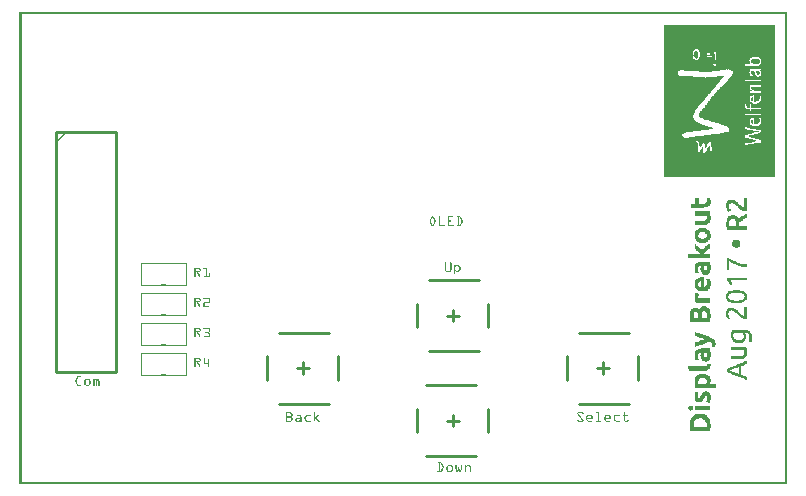
<source format=gto>
G04 MADE WITH FRITZING*
G04 WWW.FRITZING.ORG*
G04 DOUBLE SIDED*
G04 HOLES PLATED*
G04 CONTOUR ON CENTER OF CONTOUR VECTOR*
%ASAXBY*%
%FSLAX23Y23*%
%MOIN*%
%OFA0B0*%
%SFA1.0B1.0*%
%ADD10C,0.010000*%
%ADD11R,0.001000X0.001000*%
%LNSILK1*%
G90*
G70*
G54D10*
X2062Y428D02*
X2062Y349D01*
D02*
X1866Y507D02*
X2033Y507D01*
D02*
X1866Y270D02*
X2033Y270D01*
D02*
X1826Y428D02*
X1826Y349D01*
D02*
X1944Y408D02*
X1944Y369D01*
D02*
X1964Y388D02*
X1925Y388D01*
D02*
X1062Y428D02*
X1062Y349D01*
D02*
X866Y507D02*
X1033Y507D01*
D02*
X866Y270D02*
X1033Y270D01*
D02*
X826Y428D02*
X826Y349D01*
D02*
X944Y408D02*
X944Y369D01*
D02*
X964Y388D02*
X925Y388D01*
D02*
X1326Y174D02*
X1326Y253D01*
D02*
X1523Y95D02*
X1356Y95D01*
D02*
X1523Y332D02*
X1356Y332D01*
D02*
X1562Y174D02*
X1562Y253D01*
D02*
X1444Y194D02*
X1444Y233D01*
D02*
X1425Y213D02*
X1464Y213D01*
D02*
X1562Y603D02*
X1562Y524D01*
D02*
X1366Y682D02*
X1533Y682D01*
D02*
X1366Y445D02*
X1533Y445D01*
D02*
X1326Y603D02*
X1326Y524D01*
D02*
X1444Y583D02*
X1444Y544D01*
D02*
X1464Y563D02*
X1425Y563D01*
D02*
X122Y1175D02*
X122Y375D01*
D02*
X122Y375D02*
X322Y375D01*
D02*
X322Y375D02*
X322Y1175D01*
D02*
X322Y1175D02*
X122Y1175D01*
G36*
X2229Y251D02*
X2231Y251D01*
X2231Y248D01*
X2234Y248D01*
X2234Y246D01*
X2240Y246D01*
X2240Y248D01*
X2244Y248D01*
X2244Y250D01*
X2246Y250D01*
X2246Y259D01*
X2244Y259D01*
X2244Y261D01*
X2242Y261D01*
X2242Y263D01*
X2233Y263D01*
X2233Y261D01*
X2231Y261D01*
X2231Y259D01*
X2229Y259D01*
X2229Y251D01*
G37*
D02*
G36*
X2229Y384D02*
X2231Y384D01*
X2231Y380D01*
X2293Y380D01*
X2293Y382D01*
X2297Y382D01*
X2297Y384D01*
X2299Y384D01*
X2299Y386D01*
X2301Y386D01*
X2301Y388D01*
X2303Y388D01*
X2303Y395D01*
X2304Y395D01*
X2304Y401D01*
X2299Y401D01*
X2299Y403D01*
X2291Y403D01*
X2291Y397D01*
X2289Y397D01*
X2289Y395D01*
X2229Y395D01*
X2229Y384D01*
G37*
D02*
G36*
X2229Y757D02*
X2231Y757D01*
X2231Y755D01*
X2268Y755D01*
X2268Y770D01*
X2229Y770D01*
X2229Y757D01*
G37*
D02*
G36*
X2251Y786D02*
X2253Y786D01*
X2253Y784D01*
X2255Y784D01*
X2255Y782D01*
X2257Y782D01*
X2257Y780D01*
X2261Y780D01*
X2261Y778D01*
X2263Y778D01*
X2263Y776D01*
X2265Y776D01*
X2265Y774D01*
X2267Y774D01*
X2267Y772D01*
X2268Y772D01*
X2268Y789D01*
X2267Y789D01*
X2267Y791D01*
X2265Y791D01*
X2265Y793D01*
X2263Y793D01*
X2263Y795D01*
X2259Y795D01*
X2259Y797D01*
X2257Y797D01*
X2257Y799D01*
X2255Y799D01*
X2255Y801D01*
X2253Y801D01*
X2253Y803D01*
X2251Y803D01*
X2251Y786D01*
G37*
D02*
G36*
X2268Y755D02*
X2270Y755D01*
X2270Y787D01*
X2268Y787D01*
X2268Y755D01*
G37*
D02*
G36*
X2268Y755D02*
X2270Y755D01*
X2270Y787D01*
X2268Y787D01*
X2268Y755D01*
G37*
D02*
G36*
X2270Y755D02*
X2282Y755D01*
X2282Y772D01*
X2284Y772D01*
X2284Y774D01*
X2286Y774D01*
X2286Y776D01*
X2289Y776D01*
X2289Y778D01*
X2291Y778D01*
X2291Y780D01*
X2293Y780D01*
X2293Y782D01*
X2297Y782D01*
X2297Y784D01*
X2299Y784D01*
X2299Y786D01*
X2303Y786D01*
X2303Y803D01*
X2299Y803D01*
X2299Y801D01*
X2297Y801D01*
X2297Y799D01*
X2293Y799D01*
X2293Y797D01*
X2291Y797D01*
X2291Y795D01*
X2287Y795D01*
X2287Y793D01*
X2286Y793D01*
X2286Y791D01*
X2284Y791D01*
X2284Y789D01*
X2282Y789D01*
X2282Y787D01*
X2278Y787D01*
X2278Y786D01*
X2276Y786D01*
X2276Y784D01*
X2272Y784D01*
X2272Y786D01*
X2270Y786D01*
X2270Y755D01*
G37*
D02*
G36*
X2282Y755D02*
X2303Y755D01*
X2303Y770D01*
X2282Y770D01*
X2282Y755D01*
G37*
D02*
G36*
X2234Y189D02*
X2236Y189D01*
X2236Y178D01*
X2248Y178D01*
X2248Y206D01*
X2250Y206D01*
X2250Y212D01*
X2251Y212D01*
X2251Y214D01*
X2253Y214D01*
X2253Y215D01*
X2255Y215D01*
X2255Y217D01*
X2257Y217D01*
X2257Y219D01*
X2265Y219D01*
X2265Y221D01*
X2274Y221D01*
X2274Y219D01*
X2280Y219D01*
X2280Y217D01*
X2284Y217D01*
X2284Y215D01*
X2286Y215D01*
X2286Y214D01*
X2287Y214D01*
X2287Y210D01*
X2289Y210D01*
X2289Y204D01*
X2291Y204D01*
X2291Y231D01*
X2287Y231D01*
X2287Y232D01*
X2284Y232D01*
X2284Y234D01*
X2278Y234D01*
X2278Y236D01*
X2261Y236D01*
X2261Y234D01*
X2253Y234D01*
X2253Y232D01*
X2250Y232D01*
X2250Y231D01*
X2248Y231D01*
X2248Y229D01*
X2246Y229D01*
X2246Y227D01*
X2244Y227D01*
X2244Y225D01*
X2242Y225D01*
X2242Y223D01*
X2240Y223D01*
X2240Y219D01*
X2238Y219D01*
X2238Y214D01*
X2236Y214D01*
X2236Y204D01*
X2234Y204D01*
X2234Y189D01*
G37*
D02*
G36*
X2248Y178D02*
X2291Y178D01*
X2291Y193D01*
X2248Y193D01*
X2248Y178D01*
G37*
D02*
G36*
X2291Y178D02*
X2293Y178D01*
X2293Y229D01*
X2291Y229D01*
X2291Y178D01*
G37*
D02*
G36*
X2291Y178D02*
X2293Y178D01*
X2293Y229D01*
X2291Y229D01*
X2291Y178D01*
G37*
D02*
G36*
X2293Y178D02*
X2303Y178D01*
X2303Y189D01*
X2304Y189D01*
X2304Y202D01*
X2303Y202D01*
X2303Y214D01*
X2301Y214D01*
X2301Y219D01*
X2299Y219D01*
X2299Y223D01*
X2297Y223D01*
X2297Y225D01*
X2295Y225D01*
X2295Y227D01*
X2293Y227D01*
X2293Y178D01*
G37*
D02*
G36*
X2234Y554D02*
X2236Y554D01*
X2236Y541D01*
X2248Y541D01*
X2248Y573D01*
X2250Y573D01*
X2250Y575D01*
X2251Y575D01*
X2251Y577D01*
X2257Y577D01*
X2257Y575D01*
X2259Y575D01*
X2259Y573D01*
X2261Y573D01*
X2261Y568D01*
X2263Y568D01*
X2263Y589D01*
X2261Y589D01*
X2261Y590D01*
X2246Y590D01*
X2246Y589D01*
X2244Y589D01*
X2244Y587D01*
X2242Y587D01*
X2242Y585D01*
X2240Y585D01*
X2240Y583D01*
X2238Y583D01*
X2238Y579D01*
X2236Y579D01*
X2236Y570D01*
X2234Y570D01*
X2234Y554D01*
G37*
D02*
G36*
X2248Y541D02*
X2263Y541D01*
X2263Y556D01*
X2248Y556D01*
X2248Y541D01*
G37*
D02*
G36*
X2263Y541D02*
X2265Y541D01*
X2265Y587D01*
X2263Y587D01*
X2263Y541D01*
G37*
D02*
G36*
X2263Y541D02*
X2265Y541D01*
X2265Y587D01*
X2263Y587D01*
X2263Y541D01*
G37*
D02*
G36*
X2265Y541D02*
X2274Y541D01*
X2274Y575D01*
X2276Y575D01*
X2276Y577D01*
X2278Y577D01*
X2278Y579D01*
X2287Y579D01*
X2287Y577D01*
X2289Y577D01*
X2289Y573D01*
X2291Y573D01*
X2291Y592D01*
X2289Y592D01*
X2289Y594D01*
X2276Y594D01*
X2276Y592D01*
X2272Y592D01*
X2272Y590D01*
X2270Y590D01*
X2270Y589D01*
X2268Y589D01*
X2268Y587D01*
X2267Y587D01*
X2267Y585D01*
X2265Y585D01*
X2265Y541D01*
G37*
D02*
G36*
X2274Y541D02*
X2291Y541D01*
X2291Y556D01*
X2274Y556D01*
X2274Y541D01*
G37*
D02*
G36*
X2291Y541D02*
X2293Y541D01*
X2293Y592D01*
X2291Y592D01*
X2291Y541D01*
G37*
D02*
G36*
X2291Y541D02*
X2293Y541D01*
X2293Y592D01*
X2291Y592D01*
X2291Y541D01*
G37*
D02*
G36*
X2293Y541D02*
X2303Y541D01*
X2303Y554D01*
X2304Y554D01*
X2304Y570D01*
X2303Y570D01*
X2303Y581D01*
X2301Y581D01*
X2301Y585D01*
X2299Y585D01*
X2299Y589D01*
X2297Y589D01*
X2297Y590D01*
X2293Y590D01*
X2293Y541D01*
G37*
D02*
G36*
X2236Y935D02*
X2238Y935D01*
X2238Y924D01*
X2240Y924D01*
X2240Y922D01*
X2282Y922D01*
X2282Y924D01*
X2293Y924D01*
X2293Y926D01*
X2297Y926D01*
X2297Y928D01*
X2299Y928D01*
X2299Y930D01*
X2301Y930D01*
X2301Y931D01*
X2303Y931D01*
X2303Y937D01*
X2304Y937D01*
X2304Y950D01*
X2303Y950D01*
X2303Y956D01*
X2293Y956D01*
X2293Y954D01*
X2291Y954D01*
X2291Y941D01*
X2289Y941D01*
X2289Y939D01*
X2287Y939D01*
X2287Y937D01*
X2265Y937D01*
X2265Y954D01*
X2251Y954D01*
X2251Y937D01*
X2236Y937D01*
X2236Y935D01*
G37*
D02*
G36*
X2246Y1428D02*
X2248Y1428D01*
X2248Y1426D01*
X2250Y1426D01*
X2250Y1424D01*
X2251Y1424D01*
X2251Y1422D01*
X2255Y1422D01*
X2255Y1420D01*
X2259Y1420D01*
X2259Y1422D01*
X2261Y1422D01*
X2261Y1426D01*
X2263Y1426D01*
X2263Y1439D01*
X2261Y1439D01*
X2261Y1443D01*
X2259Y1443D01*
X2259Y1445D01*
X2253Y1445D01*
X2253Y1443D01*
X2251Y1443D01*
X2251Y1441D01*
X2250Y1441D01*
X2250Y1437D01*
X2248Y1437D01*
X2248Y1432D01*
X2246Y1432D01*
X2246Y1428D01*
G37*
D02*
G36*
X2251Y248D02*
X2303Y248D01*
X2303Y263D01*
X2253Y263D01*
X2253Y261D01*
X2251Y261D01*
X2251Y248D01*
G37*
D02*
G36*
X2251Y327D02*
X2253Y327D01*
X2253Y322D01*
X2263Y322D01*
X2263Y346D01*
X2265Y346D01*
X2265Y350D01*
X2267Y350D01*
X2267Y352D01*
X2268Y352D01*
X2268Y354D01*
X2274Y354D01*
X2274Y356D01*
X2282Y356D01*
X2282Y354D01*
X2287Y354D01*
X2287Y352D01*
X2289Y352D01*
X2289Y350D01*
X2291Y350D01*
X2291Y367D01*
X2289Y367D01*
X2289Y369D01*
X2267Y369D01*
X2267Y367D01*
X2263Y367D01*
X2263Y365D01*
X2259Y365D01*
X2259Y363D01*
X2257Y363D01*
X2257Y359D01*
X2255Y359D01*
X2255Y358D01*
X2253Y358D01*
X2253Y354D01*
X2251Y354D01*
X2251Y327D01*
G37*
D02*
G36*
X2263Y322D02*
X2291Y322D01*
X2291Y339D01*
X2289Y339D01*
X2289Y337D01*
X2263Y337D01*
X2263Y322D01*
G37*
D02*
G36*
X2291Y322D02*
X2293Y322D01*
X2293Y367D01*
X2291Y367D01*
X2291Y322D01*
G37*
D02*
G36*
X2291Y322D02*
X2293Y322D01*
X2293Y367D01*
X2291Y367D01*
X2291Y322D01*
G37*
D02*
G36*
X2293Y322D02*
X2303Y322D01*
X2303Y342D01*
X2304Y342D01*
X2304Y352D01*
X2303Y352D01*
X2303Y358D01*
X2301Y358D01*
X2301Y361D01*
X2299Y361D01*
X2299Y363D01*
X2297Y363D01*
X2297Y365D01*
X2293Y365D01*
X2293Y322D01*
G37*
D02*
G36*
X2303Y322D02*
X2320Y322D01*
X2320Y323D01*
X2322Y323D01*
X2322Y337D01*
X2303Y337D01*
X2303Y322D01*
G37*
D02*
G36*
X2251Y460D02*
X2257Y460D01*
X2257Y462D01*
X2265Y462D01*
X2265Y464D01*
X2268Y464D01*
X2268Y465D01*
X2274Y465D01*
X2274Y467D01*
X2280Y467D01*
X2280Y469D01*
X2284Y469D01*
X2284Y484D01*
X2282Y484D01*
X2282Y483D01*
X2276Y483D01*
X2276Y481D01*
X2270Y481D01*
X2270Y479D01*
X2265Y479D01*
X2265Y477D01*
X2257Y477D01*
X2257Y475D01*
X2251Y475D01*
X2251Y460D01*
G37*
D02*
G36*
X2251Y496D02*
X2253Y496D01*
X2253Y494D01*
X2259Y494D01*
X2259Y492D01*
X2267Y492D01*
X2267Y490D01*
X2272Y490D01*
X2272Y488D01*
X2280Y488D01*
X2280Y486D01*
X2284Y486D01*
X2284Y500D01*
X2280Y500D01*
X2280Y501D01*
X2276Y501D01*
X2276Y503D01*
X2270Y503D01*
X2270Y505D01*
X2265Y505D01*
X2265Y507D01*
X2257Y507D01*
X2257Y509D01*
X2251Y509D01*
X2251Y496D01*
G37*
D02*
G36*
X2284Y471D02*
X2286Y471D01*
X2286Y500D01*
X2284Y500D01*
X2284Y471D01*
G37*
D02*
G36*
X2284Y471D02*
X2286Y471D01*
X2286Y500D01*
X2284Y500D01*
X2284Y471D01*
G37*
D02*
G36*
X2286Y471D02*
X2287Y471D01*
X2287Y473D01*
X2293Y473D01*
X2293Y475D01*
X2297Y475D01*
X2297Y477D01*
X2304Y477D01*
X2304Y475D01*
X2306Y475D01*
X2306Y473D01*
X2308Y473D01*
X2308Y460D01*
X2320Y460D01*
X2320Y465D01*
X2322Y465D01*
X2322Y473D01*
X2320Y473D01*
X2320Y479D01*
X2318Y479D01*
X2318Y483D01*
X2316Y483D01*
X2316Y484D01*
X2314Y484D01*
X2314Y486D01*
X2310Y486D01*
X2310Y488D01*
X2308Y488D01*
X2308Y490D01*
X2303Y490D01*
X2303Y492D01*
X2299Y492D01*
X2299Y494D01*
X2295Y494D01*
X2295Y496D01*
X2289Y496D01*
X2289Y498D01*
X2286Y498D01*
X2286Y471D01*
G37*
D02*
G36*
X2251Y613D02*
X2253Y613D01*
X2253Y608D01*
X2255Y608D01*
X2255Y606D01*
X2263Y606D01*
X2263Y630D01*
X2265Y630D01*
X2265Y636D01*
X2263Y636D01*
X2263Y638D01*
X2251Y638D01*
X2251Y613D01*
G37*
D02*
G36*
X2263Y606D02*
X2303Y606D01*
X2303Y621D01*
X2265Y621D01*
X2265Y623D01*
X2263Y623D01*
X2263Y606D01*
G37*
D02*
G36*
X2251Y659D02*
X2253Y659D01*
X2253Y655D01*
X2255Y655D01*
X2255Y653D01*
X2257Y653D01*
X2257Y651D01*
X2259Y651D01*
X2259Y649D01*
X2261Y649D01*
X2261Y647D01*
X2263Y647D01*
X2263Y672D01*
X2265Y672D01*
X2265Y674D01*
X2267Y674D01*
X2267Y676D01*
X2270Y676D01*
X2270Y678D01*
X2272Y678D01*
X2272Y691D01*
X2268Y691D01*
X2268Y689D01*
X2263Y689D01*
X2263Y687D01*
X2259Y687D01*
X2259Y685D01*
X2257Y685D01*
X2257Y683D01*
X2255Y683D01*
X2255Y681D01*
X2253Y681D01*
X2253Y678D01*
X2251Y678D01*
X2251Y659D01*
G37*
D02*
G36*
X2263Y645D02*
X2268Y645D01*
X2268Y644D01*
X2272Y644D01*
X2272Y659D01*
X2267Y659D01*
X2267Y661D01*
X2265Y661D01*
X2265Y662D01*
X2263Y662D01*
X2263Y645D01*
G37*
D02*
G36*
X2272Y644D02*
X2274Y644D01*
X2274Y691D01*
X2272Y691D01*
X2272Y644D01*
G37*
D02*
G36*
X2272Y644D02*
X2274Y644D01*
X2274Y691D01*
X2272Y691D01*
X2272Y644D01*
G37*
D02*
G36*
X2274Y644D02*
X2287Y644D01*
X2287Y645D01*
X2291Y645D01*
X2291Y664D01*
X2289Y664D01*
X2289Y661D01*
X2287Y661D01*
X2287Y659D01*
X2282Y659D01*
X2282Y691D01*
X2274Y691D01*
X2274Y644D01*
G37*
D02*
G36*
X2289Y683D02*
X2291Y683D01*
X2291Y685D01*
X2289Y685D01*
X2289Y683D01*
G37*
D02*
G36*
X2291Y647D02*
X2293Y647D01*
X2293Y687D01*
X2291Y687D01*
X2291Y647D01*
G37*
D02*
G36*
X2291Y647D02*
X2293Y647D01*
X2293Y687D01*
X2291Y687D01*
X2291Y647D01*
G37*
D02*
G36*
X2293Y647D02*
X2295Y647D01*
X2295Y649D01*
X2297Y649D01*
X2297Y651D01*
X2299Y651D01*
X2299Y653D01*
X2301Y653D01*
X2301Y657D01*
X2303Y657D01*
X2303Y662D01*
X2304Y662D01*
X2304Y680D01*
X2303Y680D01*
X2303Y687D01*
X2293Y687D01*
X2293Y647D01*
G37*
D02*
G36*
X2251Y822D02*
X2253Y822D01*
X2253Y818D01*
X2255Y818D01*
X2255Y814D01*
X2257Y814D01*
X2257Y812D01*
X2259Y812D01*
X2259Y810D01*
X2263Y810D01*
X2263Y833D01*
X2265Y833D01*
X2265Y837D01*
X2267Y837D01*
X2267Y839D01*
X2270Y839D01*
X2270Y841D01*
X2284Y841D01*
X2284Y839D01*
X2287Y839D01*
X2287Y837D01*
X2289Y837D01*
X2289Y835D01*
X2291Y835D01*
X2291Y852D01*
X2289Y852D01*
X2289Y854D01*
X2284Y854D01*
X2284Y856D01*
X2270Y856D01*
X2270Y854D01*
X2265Y854D01*
X2265Y852D01*
X2261Y852D01*
X2261Y850D01*
X2259Y850D01*
X2259Y848D01*
X2257Y848D01*
X2257Y846D01*
X2255Y846D01*
X2255Y844D01*
X2253Y844D01*
X2253Y841D01*
X2251Y841D01*
X2251Y822D01*
G37*
D02*
G36*
X2263Y808D02*
X2267Y808D01*
X2267Y806D01*
X2276Y806D01*
X2276Y805D01*
X2280Y805D01*
X2280Y806D01*
X2289Y806D01*
X2289Y808D01*
X2291Y808D01*
X2291Y825D01*
X2289Y825D01*
X2289Y823D01*
X2287Y823D01*
X2287Y822D01*
X2282Y822D01*
X2282Y820D01*
X2272Y820D01*
X2272Y822D01*
X2267Y822D01*
X2267Y823D01*
X2265Y823D01*
X2265Y827D01*
X2263Y827D01*
X2263Y808D01*
G37*
D02*
G36*
X2291Y808D02*
X2293Y808D01*
X2293Y852D01*
X2291Y852D01*
X2291Y808D01*
G37*
D02*
G36*
X2291Y808D02*
X2293Y808D01*
X2293Y852D01*
X2291Y852D01*
X2291Y808D01*
G37*
D02*
G36*
X2293Y810D02*
X2295Y810D01*
X2295Y812D01*
X2297Y812D01*
X2297Y814D01*
X2299Y814D01*
X2299Y816D01*
X2301Y816D01*
X2301Y820D01*
X2303Y820D01*
X2303Y823D01*
X2304Y823D01*
X2304Y837D01*
X2303Y837D01*
X2303Y842D01*
X2301Y842D01*
X2301Y846D01*
X2299Y846D01*
X2299Y848D01*
X2297Y848D01*
X2297Y850D01*
X2293Y850D01*
X2293Y810D01*
G37*
D02*
G36*
X2251Y867D02*
X2253Y867D01*
X2253Y865D01*
X2284Y865D01*
X2284Y867D01*
X2291Y867D01*
X2291Y884D01*
X2289Y884D01*
X2289Y882D01*
X2286Y882D01*
X2286Y880D01*
X2251Y880D01*
X2251Y867D01*
G37*
D02*
G36*
X2251Y895D02*
X2291Y895D01*
X2291Y911D01*
X2253Y911D01*
X2253Y909D01*
X2251Y909D01*
X2251Y895D01*
G37*
D02*
G36*
X2291Y867D02*
X2293Y867D01*
X2293Y911D01*
X2291Y911D01*
X2291Y867D01*
G37*
D02*
G36*
X2291Y867D02*
X2293Y867D01*
X2293Y911D01*
X2291Y911D01*
X2291Y867D01*
G37*
D02*
G36*
X2293Y869D02*
X2297Y869D01*
X2297Y871D01*
X2299Y871D01*
X2299Y873D01*
X2301Y873D01*
X2301Y877D01*
X2303Y877D01*
X2303Y882D01*
X2304Y882D01*
X2304Y897D01*
X2303Y897D01*
X2303Y909D01*
X2301Y909D01*
X2301Y911D01*
X2293Y911D01*
X2293Y869D01*
G37*
D02*
G36*
X2251Y416D02*
X2253Y416D01*
X2253Y414D01*
X2261Y414D01*
X2261Y416D01*
X2263Y416D01*
X2263Y435D01*
X2265Y435D01*
X2265Y437D01*
X2267Y437D01*
X2267Y439D01*
X2272Y439D01*
X2272Y452D01*
X2261Y452D01*
X2261Y450D01*
X2257Y450D01*
X2257Y448D01*
X2255Y448D01*
X2255Y447D01*
X2253Y447D01*
X2253Y443D01*
X2251Y443D01*
X2251Y416D01*
G37*
D02*
G36*
X2263Y416D02*
X2265Y416D01*
X2265Y420D01*
X2263Y420D01*
X2263Y416D01*
G37*
D02*
G36*
X2270Y428D02*
X2272Y428D01*
X2272Y433D01*
X2270Y433D01*
X2270Y428D01*
G37*
D02*
G36*
X2272Y418D02*
X2274Y418D01*
X2274Y454D01*
X2272Y454D01*
X2272Y418D01*
G37*
D02*
G36*
X2272Y418D02*
X2274Y418D01*
X2274Y454D01*
X2272Y454D01*
X2272Y418D01*
G37*
D02*
G36*
X2274Y416D02*
X2276Y416D01*
X2276Y412D01*
X2280Y412D01*
X2280Y411D01*
X2282Y411D01*
X2282Y439D01*
X2293Y439D01*
X2293Y454D01*
X2274Y454D01*
X2274Y416D01*
G37*
D02*
G36*
X2282Y411D02*
X2284Y411D01*
X2284Y409D01*
X2291Y409D01*
X2291Y411D01*
X2293Y411D01*
X2293Y428D01*
X2291Y428D01*
X2291Y424D01*
X2284Y424D01*
X2284Y426D01*
X2282Y426D01*
X2282Y411D01*
G37*
D02*
G36*
X2293Y411D02*
X2295Y411D01*
X2295Y454D01*
X2293Y454D01*
X2293Y411D01*
G37*
D02*
G36*
X2293Y411D02*
X2295Y411D01*
X2295Y454D01*
X2293Y454D01*
X2293Y411D01*
G37*
D02*
G36*
X2295Y411D02*
X2297Y411D01*
X2297Y412D01*
X2299Y412D01*
X2299Y414D01*
X2301Y414D01*
X2301Y418D01*
X2303Y418D01*
X2303Y424D01*
X2304Y424D01*
X2304Y441D01*
X2303Y441D01*
X2303Y452D01*
X2301Y452D01*
X2301Y454D01*
X2295Y454D01*
X2295Y411D01*
G37*
D02*
G36*
X2251Y706D02*
X2253Y706D01*
X2253Y704D01*
X2263Y704D01*
X2263Y725D01*
X2265Y725D01*
X2265Y727D01*
X2267Y727D01*
X2267Y729D01*
X2272Y729D01*
X2272Y742D01*
X2263Y742D01*
X2263Y740D01*
X2259Y740D01*
X2259Y738D01*
X2255Y738D01*
X2255Y734D01*
X2253Y734D01*
X2253Y731D01*
X2251Y731D01*
X2251Y706D01*
G37*
D02*
G36*
X2263Y704D02*
X2265Y704D01*
X2265Y708D01*
X2263Y708D01*
X2263Y704D01*
G37*
D02*
G36*
X2270Y717D02*
X2272Y717D01*
X2272Y723D01*
X2270Y723D01*
X2270Y717D01*
G37*
D02*
G36*
X2272Y708D02*
X2274Y708D01*
X2274Y742D01*
X2272Y742D01*
X2272Y708D01*
G37*
D02*
G36*
X2272Y708D02*
X2274Y708D01*
X2274Y742D01*
X2272Y742D01*
X2272Y708D01*
G37*
D02*
G36*
X2274Y704D02*
X2276Y704D01*
X2276Y702D01*
X2278Y702D01*
X2278Y700D01*
X2282Y700D01*
X2282Y729D01*
X2293Y729D01*
X2293Y742D01*
X2274Y742D01*
X2274Y704D01*
G37*
D02*
G36*
X2282Y698D02*
X2293Y698D01*
X2293Y717D01*
X2291Y717D01*
X2291Y714D01*
X2284Y714D01*
X2284Y715D01*
X2282Y715D01*
X2282Y698D01*
G37*
D02*
G36*
X2293Y700D02*
X2295Y700D01*
X2295Y742D01*
X2293Y742D01*
X2293Y700D01*
G37*
D02*
G36*
X2293Y700D02*
X2295Y700D01*
X2295Y742D01*
X2293Y742D01*
X2293Y700D01*
G37*
D02*
G36*
X2295Y700D02*
X2297Y700D01*
X2297Y702D01*
X2299Y702D01*
X2299Y704D01*
X2301Y704D01*
X2301Y708D01*
X2303Y708D01*
X2303Y714D01*
X2304Y714D01*
X2304Y731D01*
X2303Y731D01*
X2303Y742D01*
X2295Y742D01*
X2295Y700D01*
G37*
D02*
G36*
X2251Y284D02*
X2253Y284D01*
X2253Y280D01*
X2255Y280D01*
X2255Y278D01*
X2257Y278D01*
X2257Y276D01*
X2261Y276D01*
X2261Y274D01*
X2263Y274D01*
X2263Y304D01*
X2265Y304D01*
X2265Y306D01*
X2263Y306D01*
X2263Y308D01*
X2255Y308D01*
X2255Y310D01*
X2253Y310D01*
X2253Y306D01*
X2251Y306D01*
X2251Y284D01*
G37*
D02*
G36*
X2263Y274D02*
X2272Y274D01*
X2272Y276D01*
X2276Y276D01*
X2276Y278D01*
X2278Y278D01*
X2278Y280D01*
X2280Y280D01*
X2280Y284D01*
X2282Y284D01*
X2282Y289D01*
X2284Y289D01*
X2284Y293D01*
X2286Y293D01*
X2286Y297D01*
X2291Y297D01*
X2291Y293D01*
X2293Y293D01*
X2293Y312D01*
X2284Y312D01*
X2284Y310D01*
X2280Y310D01*
X2280Y308D01*
X2278Y308D01*
X2278Y306D01*
X2276Y306D01*
X2276Y303D01*
X2274Y303D01*
X2274Y299D01*
X2272Y299D01*
X2272Y295D01*
X2270Y295D01*
X2270Y291D01*
X2268Y291D01*
X2268Y289D01*
X2267Y289D01*
X2267Y287D01*
X2265Y287D01*
X2265Y289D01*
X2263Y289D01*
X2263Y274D01*
G37*
D02*
G36*
X2289Y274D02*
X2293Y274D01*
X2293Y286D01*
X2291Y286D01*
X2291Y278D01*
X2289Y278D01*
X2289Y274D01*
G37*
D02*
G36*
X2293Y274D02*
X2295Y274D01*
X2295Y310D01*
X2293Y310D01*
X2293Y274D01*
G37*
D02*
G36*
X2293Y274D02*
X2295Y274D01*
X2295Y310D01*
X2293Y310D01*
X2293Y274D01*
G37*
D02*
G36*
X2295Y274D02*
X2297Y274D01*
X2297Y272D01*
X2301Y272D01*
X2301Y274D01*
X2303Y274D01*
X2303Y282D01*
X2304Y282D01*
X2304Y299D01*
X2303Y299D01*
X2303Y304D01*
X2301Y304D01*
X2301Y306D01*
X2299Y306D01*
X2299Y308D01*
X2297Y308D01*
X2297Y310D01*
X2295Y310D01*
X2295Y274D01*
G37*
D02*
G36*
X2356Y560D02*
X2358Y560D01*
X2358Y556D01*
X2359Y556D01*
X2359Y554D01*
X2361Y554D01*
X2361Y551D01*
X2363Y551D01*
X2363Y573D01*
X2365Y573D01*
X2365Y577D01*
X2367Y577D01*
X2367Y579D01*
X2373Y579D01*
X2373Y581D01*
X2376Y581D01*
X2376Y579D01*
X2382Y579D01*
X2382Y577D01*
X2384Y577D01*
X2384Y575D01*
X2386Y575D01*
X2386Y573D01*
X2390Y573D01*
X2390Y572D01*
X2392Y572D01*
X2392Y570D01*
X2394Y570D01*
X2394Y568D01*
X2395Y568D01*
X2395Y566D01*
X2397Y566D01*
X2397Y564D01*
X2399Y564D01*
X2399Y562D01*
X2401Y562D01*
X2401Y560D01*
X2403Y560D01*
X2403Y558D01*
X2405Y558D01*
X2405Y556D01*
X2409Y556D01*
X2409Y554D01*
X2412Y554D01*
X2412Y553D01*
X2418Y553D01*
X2418Y551D01*
X2424Y551D01*
X2424Y592D01*
X2416Y592D01*
X2416Y562D01*
X2412Y562D01*
X2412Y564D01*
X2409Y564D01*
X2409Y566D01*
X2407Y566D01*
X2407Y568D01*
X2405Y568D01*
X2405Y570D01*
X2403Y570D01*
X2403Y572D01*
X2401Y572D01*
X2401Y573D01*
X2399Y573D01*
X2399Y575D01*
X2397Y575D01*
X2397Y577D01*
X2395Y577D01*
X2395Y579D01*
X2394Y579D01*
X2394Y581D01*
X2390Y581D01*
X2390Y583D01*
X2388Y583D01*
X2388Y585D01*
X2386Y585D01*
X2386Y587D01*
X2382Y587D01*
X2382Y589D01*
X2378Y589D01*
X2378Y590D01*
X2369Y590D01*
X2369Y589D01*
X2363Y589D01*
X2363Y587D01*
X2361Y587D01*
X2361Y585D01*
X2359Y585D01*
X2359Y583D01*
X2358Y583D01*
X2358Y579D01*
X2356Y579D01*
X2356Y560D01*
G37*
D02*
G36*
X2363Y551D02*
X2365Y551D01*
X2365Y553D01*
X2369Y553D01*
X2369Y556D01*
X2367Y556D01*
X2367Y560D01*
X2365Y560D01*
X2365Y564D01*
X2363Y564D01*
X2363Y551D01*
G37*
D02*
G36*
X2356Y619D02*
X2358Y619D01*
X2358Y615D01*
X2359Y615D01*
X2359Y613D01*
X2361Y613D01*
X2361Y611D01*
X2363Y611D01*
X2363Y630D01*
X2365Y630D01*
X2365Y634D01*
X2369Y634D01*
X2369Y636D01*
X2373Y636D01*
X2373Y638D01*
X2380Y638D01*
X2380Y640D01*
X2401Y640D01*
X2401Y638D01*
X2409Y638D01*
X2409Y636D01*
X2412Y636D01*
X2412Y634D01*
X2414Y634D01*
X2414Y632D01*
X2416Y632D01*
X2416Y628D01*
X2418Y628D01*
X2418Y642D01*
X2416Y642D01*
X2416Y644D01*
X2414Y644D01*
X2414Y645D01*
X2409Y645D01*
X2409Y647D01*
X2401Y647D01*
X2401Y649D01*
X2380Y649D01*
X2380Y647D01*
X2371Y647D01*
X2371Y645D01*
X2367Y645D01*
X2367Y644D01*
X2363Y644D01*
X2363Y642D01*
X2361Y642D01*
X2361Y640D01*
X2359Y640D01*
X2359Y638D01*
X2358Y638D01*
X2358Y634D01*
X2356Y634D01*
X2356Y619D01*
G37*
D02*
G36*
X2363Y609D02*
X2367Y609D01*
X2367Y608D01*
X2373Y608D01*
X2373Y606D01*
X2380Y606D01*
X2380Y604D01*
X2399Y604D01*
X2399Y606D01*
X2409Y606D01*
X2409Y608D01*
X2412Y608D01*
X2412Y609D01*
X2416Y609D01*
X2416Y611D01*
X2418Y611D01*
X2418Y625D01*
X2416Y625D01*
X2416Y621D01*
X2414Y621D01*
X2414Y619D01*
X2412Y619D01*
X2412Y617D01*
X2409Y617D01*
X2409Y615D01*
X2399Y615D01*
X2399Y613D01*
X2382Y613D01*
X2382Y615D01*
X2373Y615D01*
X2373Y617D01*
X2369Y617D01*
X2369Y619D01*
X2367Y619D01*
X2367Y621D01*
X2365Y621D01*
X2365Y623D01*
X2363Y623D01*
X2363Y609D01*
G37*
D02*
G36*
X2418Y613D02*
X2420Y613D01*
X2420Y642D01*
X2418Y642D01*
X2418Y613D01*
G37*
D02*
G36*
X2418Y613D02*
X2420Y613D01*
X2420Y642D01*
X2418Y642D01*
X2418Y613D01*
G37*
D02*
G36*
X2420Y615D02*
X2422Y615D01*
X2422Y617D01*
X2424Y617D01*
X2424Y621D01*
X2426Y621D01*
X2426Y632D01*
X2424Y632D01*
X2424Y636D01*
X2422Y636D01*
X2422Y640D01*
X2420Y640D01*
X2420Y615D01*
G37*
D02*
G36*
X2356Y859D02*
X2358Y859D01*
X2358Y850D01*
X2367Y850D01*
X2367Y878D01*
X2369Y878D01*
X2369Y882D01*
X2371Y882D01*
X2371Y884D01*
X2373Y884D01*
X2373Y886D01*
X2382Y886D01*
X2382Y884D01*
X2386Y884D01*
X2386Y880D01*
X2388Y880D01*
X2388Y897D01*
X2384Y897D01*
X2384Y899D01*
X2371Y899D01*
X2371Y897D01*
X2367Y897D01*
X2367Y895D01*
X2365Y895D01*
X2365Y894D01*
X2363Y894D01*
X2363Y892D01*
X2361Y892D01*
X2361Y890D01*
X2359Y890D01*
X2359Y886D01*
X2358Y886D01*
X2358Y877D01*
X2356Y877D01*
X2356Y859D01*
G37*
D02*
G36*
X2367Y850D02*
X2388Y850D01*
X2388Y863D01*
X2367Y863D01*
X2367Y850D01*
G37*
D02*
G36*
X2388Y850D02*
X2390Y850D01*
X2390Y895D01*
X2388Y895D01*
X2388Y850D01*
G37*
D02*
G36*
X2388Y850D02*
X2390Y850D01*
X2390Y895D01*
X2388Y895D01*
X2388Y850D01*
G37*
D02*
G36*
X2390Y850D02*
X2399Y850D01*
X2399Y875D01*
X2401Y875D01*
X2401Y877D01*
X2405Y877D01*
X2405Y878D01*
X2407Y878D01*
X2407Y880D01*
X2411Y880D01*
X2411Y882D01*
X2412Y882D01*
X2412Y884D01*
X2416Y884D01*
X2416Y886D01*
X2420Y886D01*
X2420Y888D01*
X2422Y888D01*
X2422Y890D01*
X2424Y890D01*
X2424Y903D01*
X2422Y903D01*
X2422Y901D01*
X2418Y901D01*
X2418Y899D01*
X2414Y899D01*
X2414Y897D01*
X2412Y897D01*
X2412Y895D01*
X2409Y895D01*
X2409Y894D01*
X2405Y894D01*
X2405Y892D01*
X2403Y892D01*
X2403Y890D01*
X2401Y890D01*
X2401Y888D01*
X2397Y888D01*
X2397Y886D01*
X2395Y886D01*
X2395Y890D01*
X2394Y890D01*
X2394Y892D01*
X2392Y892D01*
X2392Y894D01*
X2390Y894D01*
X2390Y850D01*
G37*
D02*
G36*
X2399Y850D02*
X2424Y850D01*
X2424Y863D01*
X2399Y863D01*
X2399Y850D01*
G37*
D02*
G36*
X2356Y922D02*
X2358Y922D01*
X2358Y916D01*
X2359Y916D01*
X2359Y912D01*
X2361Y912D01*
X2361Y911D01*
X2363Y911D01*
X2363Y909D01*
X2365Y909D01*
X2365Y933D01*
X2367Y933D01*
X2367Y937D01*
X2371Y937D01*
X2371Y939D01*
X2378Y939D01*
X2378Y937D01*
X2382Y937D01*
X2382Y935D01*
X2384Y935D01*
X2384Y933D01*
X2388Y933D01*
X2388Y931D01*
X2390Y931D01*
X2390Y930D01*
X2392Y930D01*
X2392Y928D01*
X2394Y928D01*
X2394Y926D01*
X2395Y926D01*
X2395Y924D01*
X2397Y924D01*
X2397Y922D01*
X2399Y922D01*
X2399Y920D01*
X2401Y920D01*
X2401Y918D01*
X2403Y918D01*
X2403Y916D01*
X2405Y916D01*
X2405Y914D01*
X2409Y914D01*
X2409Y912D01*
X2412Y912D01*
X2412Y911D01*
X2424Y911D01*
X2424Y954D01*
X2414Y954D01*
X2414Y924D01*
X2411Y924D01*
X2411Y926D01*
X2409Y926D01*
X2409Y928D01*
X2407Y928D01*
X2407Y930D01*
X2405Y930D01*
X2405Y931D01*
X2401Y931D01*
X2401Y933D01*
X2399Y933D01*
X2399Y935D01*
X2397Y935D01*
X2397Y939D01*
X2395Y939D01*
X2395Y941D01*
X2392Y941D01*
X2392Y943D01*
X2390Y943D01*
X2390Y945D01*
X2388Y945D01*
X2388Y947D01*
X2386Y947D01*
X2386Y948D01*
X2382Y948D01*
X2382Y950D01*
X2365Y950D01*
X2365Y948D01*
X2361Y948D01*
X2361Y947D01*
X2359Y947D01*
X2359Y943D01*
X2358Y943D01*
X2358Y939D01*
X2356Y939D01*
X2356Y922D01*
G37*
D02*
G36*
X2365Y911D02*
X2367Y911D01*
X2367Y912D01*
X2371Y912D01*
X2371Y918D01*
X2369Y918D01*
X2369Y920D01*
X2367Y920D01*
X2367Y926D01*
X2365Y926D01*
X2365Y911D01*
G37*
D02*
G36*
X2358Y376D02*
X2359Y376D01*
X2359Y375D01*
X2363Y375D01*
X2363Y373D01*
X2367Y373D01*
X2367Y371D01*
X2369Y371D01*
X2369Y382D01*
X2375Y382D01*
X2375Y384D01*
X2378Y384D01*
X2378Y386D01*
X2382Y386D01*
X2382Y388D01*
X2388Y388D01*
X2388Y390D01*
X2394Y390D01*
X2394Y392D01*
X2399Y392D01*
X2399Y403D01*
X2397Y403D01*
X2397Y401D01*
X2392Y401D01*
X2392Y399D01*
X2388Y399D01*
X2388Y397D01*
X2382Y397D01*
X2382Y395D01*
X2378Y395D01*
X2378Y393D01*
X2373Y393D01*
X2373Y392D01*
X2369Y392D01*
X2369Y390D01*
X2365Y390D01*
X2365Y388D01*
X2361Y388D01*
X2361Y386D01*
X2358Y386D01*
X2358Y376D01*
G37*
D02*
G36*
X2369Y371D02*
X2371Y371D01*
X2371Y369D01*
X2376Y369D01*
X2376Y367D01*
X2380Y367D01*
X2380Y365D01*
X2386Y365D01*
X2386Y363D01*
X2390Y363D01*
X2390Y361D01*
X2395Y361D01*
X2395Y359D01*
X2399Y359D01*
X2399Y369D01*
X2395Y369D01*
X2395Y371D01*
X2390Y371D01*
X2390Y373D01*
X2384Y373D01*
X2384Y375D01*
X2380Y375D01*
X2380Y376D01*
X2375Y376D01*
X2375Y378D01*
X2371Y378D01*
X2371Y380D01*
X2369Y380D01*
X2369Y371D01*
G37*
D02*
G36*
X2399Y358D02*
X2401Y358D01*
X2401Y403D01*
X2399Y403D01*
X2399Y358D01*
G37*
D02*
G36*
X2399Y358D02*
X2401Y358D01*
X2401Y403D01*
X2399Y403D01*
X2399Y358D01*
G37*
D02*
G36*
X2401Y358D02*
X2405Y358D01*
X2405Y356D01*
X2407Y356D01*
X2407Y395D01*
X2409Y395D01*
X2409Y397D01*
X2414Y397D01*
X2414Y399D01*
X2420Y399D01*
X2420Y401D01*
X2424Y401D01*
X2424Y412D01*
X2422Y412D01*
X2422Y411D01*
X2416Y411D01*
X2416Y409D01*
X2412Y409D01*
X2412Y407D01*
X2407Y407D01*
X2407Y405D01*
X2401Y405D01*
X2401Y358D01*
G37*
D02*
G36*
X2407Y356D02*
X2411Y356D01*
X2411Y354D01*
X2414Y354D01*
X2414Y352D01*
X2420Y352D01*
X2420Y350D01*
X2424Y350D01*
X2424Y359D01*
X2422Y359D01*
X2422Y361D01*
X2416Y361D01*
X2416Y363D01*
X2411Y363D01*
X2411Y365D01*
X2407Y365D01*
X2407Y356D01*
G37*
D02*
G36*
X2358Y681D02*
X2359Y681D01*
X2359Y680D01*
X2361Y680D01*
X2361Y678D01*
X2363Y678D01*
X2363Y676D01*
X2365Y676D01*
X2365Y672D01*
X2367Y672D01*
X2367Y668D01*
X2369Y668D01*
X2369Y664D01*
X2371Y664D01*
X2371Y681D01*
X2424Y681D01*
X2424Y689D01*
X2358Y689D01*
X2358Y681D01*
G37*
D02*
G36*
X2371Y662D02*
X2373Y662D01*
X2373Y664D01*
X2376Y664D01*
X2376Y670D01*
X2375Y670D01*
X2375Y674D01*
X2373Y674D01*
X2373Y678D01*
X2371Y678D01*
X2371Y662D01*
G37*
D02*
G36*
X2358Y714D02*
X2365Y714D01*
X2365Y746D01*
X2367Y746D01*
X2367Y744D01*
X2369Y744D01*
X2369Y742D01*
X2373Y742D01*
X2373Y740D01*
X2376Y740D01*
X2376Y738D01*
X2380Y738D01*
X2380Y736D01*
X2384Y736D01*
X2384Y734D01*
X2388Y734D01*
X2388Y733D01*
X2394Y733D01*
X2394Y731D01*
X2397Y731D01*
X2397Y729D01*
X2405Y729D01*
X2405Y727D01*
X2412Y727D01*
X2412Y725D01*
X2424Y725D01*
X2424Y734D01*
X2411Y734D01*
X2411Y736D01*
X2403Y736D01*
X2403Y738D01*
X2397Y738D01*
X2397Y740D01*
X2392Y740D01*
X2392Y742D01*
X2388Y742D01*
X2388Y744D01*
X2384Y744D01*
X2384Y746D01*
X2380Y746D01*
X2380Y748D01*
X2376Y748D01*
X2376Y750D01*
X2373Y750D01*
X2373Y751D01*
X2371Y751D01*
X2371Y753D01*
X2367Y753D01*
X2367Y755D01*
X2365Y755D01*
X2365Y757D01*
X2358Y757D01*
X2358Y714D01*
G37*
D02*
G36*
X2373Y420D02*
X2375Y420D01*
X2375Y418D01*
X2409Y418D01*
X2409Y420D01*
X2414Y420D01*
X2414Y422D01*
X2416Y422D01*
X2416Y433D01*
X2414Y433D01*
X2414Y431D01*
X2412Y431D01*
X2412Y429D01*
X2409Y429D01*
X2409Y428D01*
X2373Y428D01*
X2373Y420D01*
G37*
D02*
G36*
X2373Y450D02*
X2416Y450D01*
X2416Y460D01*
X2375Y460D01*
X2375Y458D01*
X2373Y458D01*
X2373Y450D01*
G37*
D02*
G36*
X2416Y422D02*
X2418Y422D01*
X2418Y460D01*
X2416Y460D01*
X2416Y422D01*
G37*
D02*
G36*
X2416Y422D02*
X2418Y422D01*
X2418Y460D01*
X2416Y460D01*
X2416Y422D01*
G37*
D02*
G36*
X2418Y424D02*
X2420Y424D01*
X2420Y426D01*
X2422Y426D01*
X2422Y428D01*
X2424Y428D01*
X2424Y437D01*
X2426Y437D01*
X2426Y445D01*
X2424Y445D01*
X2424Y456D01*
X2422Y456D01*
X2422Y460D01*
X2418Y460D01*
X2418Y424D01*
G37*
D02*
G36*
X2376Y797D02*
X2378Y797D01*
X2378Y793D01*
X2380Y793D01*
X2380Y791D01*
X2384Y791D01*
X2384Y789D01*
X2395Y789D01*
X2395Y791D01*
X2399Y791D01*
X2399Y793D01*
X2401Y793D01*
X2401Y797D01*
X2403Y797D01*
X2403Y808D01*
X2401Y808D01*
X2401Y812D01*
X2399Y812D01*
X2399Y814D01*
X2397Y814D01*
X2397Y816D01*
X2382Y816D01*
X2382Y814D01*
X2380Y814D01*
X2380Y812D01*
X2378Y812D01*
X2378Y808D01*
X2376Y808D01*
X2376Y797D01*
G37*
D02*
G36*
X2149Y1024D02*
X2195Y1024D01*
X2195Y1377D01*
X2197Y1377D01*
X2197Y1378D01*
X2198Y1378D01*
X2198Y1380D01*
X2202Y1380D01*
X2202Y1382D01*
X2217Y1382D01*
X2217Y1380D01*
X2244Y1380D01*
X2244Y1439D01*
X2246Y1439D01*
X2246Y1445D01*
X2248Y1445D01*
X2248Y1447D01*
X2250Y1447D01*
X2250Y1449D01*
X2251Y1449D01*
X2251Y1450D01*
X2253Y1450D01*
X2253Y1452D01*
X2261Y1452D01*
X2261Y1450D01*
X2263Y1450D01*
X2263Y1449D01*
X2265Y1449D01*
X2265Y1445D01*
X2267Y1445D01*
X2267Y1441D01*
X2268Y1441D01*
X2268Y1532D01*
X2149Y1532D01*
X2149Y1024D01*
G37*
D02*
G36*
X2195Y1024D02*
X2210Y1024D01*
X2210Y1168D01*
X2212Y1168D01*
X2212Y1170D01*
X2214Y1170D01*
X2214Y1172D01*
X2221Y1172D01*
X2221Y1174D01*
X2233Y1174D01*
X2233Y1176D01*
X2244Y1176D01*
X2244Y1178D01*
X2246Y1178D01*
X2246Y1231D01*
X2248Y1231D01*
X2248Y1236D01*
X2250Y1236D01*
X2250Y1240D01*
X2251Y1240D01*
X2251Y1244D01*
X2253Y1244D01*
X2253Y1248D01*
X2255Y1248D01*
X2255Y1252D01*
X2257Y1252D01*
X2257Y1253D01*
X2259Y1253D01*
X2259Y1255D01*
X2261Y1255D01*
X2261Y1259D01*
X2263Y1259D01*
X2263Y1261D01*
X2265Y1261D01*
X2265Y1263D01*
X2267Y1263D01*
X2267Y1265D01*
X2268Y1265D01*
X2268Y1267D01*
X2270Y1267D01*
X2270Y1270D01*
X2272Y1270D01*
X2272Y1272D01*
X2274Y1272D01*
X2274Y1274D01*
X2276Y1274D01*
X2276Y1276D01*
X2278Y1276D01*
X2278Y1278D01*
X2280Y1278D01*
X2280Y1280D01*
X2282Y1280D01*
X2282Y1282D01*
X2284Y1282D01*
X2284Y1284D01*
X2286Y1284D01*
X2286Y1288D01*
X2287Y1288D01*
X2287Y1289D01*
X2289Y1289D01*
X2289Y1291D01*
X2291Y1291D01*
X2291Y1293D01*
X2293Y1293D01*
X2293Y1297D01*
X2295Y1297D01*
X2295Y1299D01*
X2297Y1299D01*
X2297Y1301D01*
X2299Y1301D01*
X2299Y1303D01*
X2301Y1303D01*
X2301Y1305D01*
X2303Y1305D01*
X2303Y1306D01*
X2304Y1306D01*
X2304Y1308D01*
X2306Y1308D01*
X2306Y1312D01*
X2308Y1312D01*
X2308Y1314D01*
X2310Y1314D01*
X2310Y1316D01*
X2312Y1316D01*
X2312Y1318D01*
X2314Y1318D01*
X2314Y1320D01*
X2316Y1320D01*
X2316Y1322D01*
X2318Y1322D01*
X2318Y1325D01*
X2320Y1325D01*
X2320Y1327D01*
X2322Y1327D01*
X2322Y1329D01*
X2323Y1329D01*
X2323Y1331D01*
X2325Y1331D01*
X2325Y1335D01*
X2327Y1335D01*
X2327Y1337D01*
X2329Y1337D01*
X2329Y1339D01*
X2331Y1339D01*
X2331Y1341D01*
X2333Y1341D01*
X2333Y1342D01*
X2335Y1342D01*
X2335Y1346D01*
X2337Y1346D01*
X2337Y1348D01*
X2339Y1348D01*
X2339Y1350D01*
X2340Y1350D01*
X2340Y1352D01*
X2342Y1352D01*
X2342Y1356D01*
X2344Y1356D01*
X2344Y1358D01*
X2346Y1358D01*
X2346Y1360D01*
X2348Y1360D01*
X2348Y1363D01*
X2342Y1363D01*
X2342Y1361D01*
X2327Y1361D01*
X2327Y1360D01*
X2310Y1360D01*
X2310Y1358D01*
X2289Y1358D01*
X2289Y1356D01*
X2286Y1356D01*
X2286Y1358D01*
X2263Y1358D01*
X2263Y1360D01*
X2246Y1360D01*
X2246Y1361D01*
X2204Y1361D01*
X2204Y1363D01*
X2200Y1363D01*
X2200Y1365D01*
X2198Y1365D01*
X2198Y1367D01*
X2197Y1367D01*
X2197Y1371D01*
X2195Y1371D01*
X2195Y1024D01*
G37*
D02*
G36*
X2210Y1024D02*
X2257Y1024D01*
X2257Y1144D01*
X2263Y1144D01*
X2263Y1142D01*
X2265Y1142D01*
X2265Y1136D01*
X2267Y1136D01*
X2267Y1128D01*
X2268Y1128D01*
X2268Y1125D01*
X2272Y1125D01*
X2272Y1128D01*
X2274Y1128D01*
X2274Y1132D01*
X2276Y1132D01*
X2276Y1136D01*
X2278Y1136D01*
X2278Y1138D01*
X2282Y1138D01*
X2282Y1136D01*
X2284Y1136D01*
X2284Y1132D01*
X2286Y1132D01*
X2286Y1125D01*
X2287Y1125D01*
X2287Y1123D01*
X2289Y1123D01*
X2289Y1127D01*
X2291Y1127D01*
X2291Y1130D01*
X2293Y1130D01*
X2293Y1134D01*
X2295Y1134D01*
X2295Y1136D01*
X2297Y1136D01*
X2297Y1140D01*
X2299Y1140D01*
X2299Y1142D01*
X2304Y1142D01*
X2304Y1138D01*
X2306Y1138D01*
X2306Y1127D01*
X2308Y1127D01*
X2308Y1168D01*
X2306Y1168D01*
X2306Y1166D01*
X2293Y1166D01*
X2293Y1164D01*
X2282Y1164D01*
X2282Y1163D01*
X2268Y1163D01*
X2268Y1161D01*
X2253Y1161D01*
X2253Y1159D01*
X2231Y1159D01*
X2231Y1157D01*
X2214Y1157D01*
X2214Y1159D01*
X2212Y1159D01*
X2212Y1161D01*
X2210Y1161D01*
X2210Y1024D01*
G37*
D02*
G36*
X2244Y1380D02*
X2255Y1380D01*
X2255Y1378D01*
X2267Y1378D01*
X2267Y1377D01*
X2268Y1377D01*
X2268Y1424D01*
X2267Y1424D01*
X2267Y1420D01*
X2265Y1420D01*
X2265Y1418D01*
X2263Y1418D01*
X2263Y1416D01*
X2253Y1416D01*
X2253Y1418D01*
X2248Y1418D01*
X2248Y1420D01*
X2246Y1420D01*
X2246Y1422D01*
X2244Y1422D01*
X2244Y1380D01*
G37*
D02*
G36*
X2246Y1178D02*
X2257Y1178D01*
X2257Y1180D01*
X2272Y1180D01*
X2272Y1181D01*
X2287Y1181D01*
X2287Y1183D01*
X2299Y1183D01*
X2299Y1185D01*
X2308Y1185D01*
X2308Y1187D01*
X2312Y1187D01*
X2312Y1189D01*
X2308Y1189D01*
X2308Y1191D01*
X2303Y1191D01*
X2303Y1193D01*
X2295Y1193D01*
X2295Y1195D01*
X2289Y1195D01*
X2289Y1197D01*
X2284Y1197D01*
X2284Y1199D01*
X2278Y1199D01*
X2278Y1200D01*
X2274Y1200D01*
X2274Y1202D01*
X2268Y1202D01*
X2268Y1204D01*
X2265Y1204D01*
X2265Y1206D01*
X2261Y1206D01*
X2261Y1208D01*
X2257Y1208D01*
X2257Y1210D01*
X2255Y1210D01*
X2255Y1212D01*
X2253Y1212D01*
X2253Y1214D01*
X2251Y1214D01*
X2251Y1216D01*
X2250Y1216D01*
X2250Y1217D01*
X2248Y1217D01*
X2248Y1221D01*
X2246Y1221D01*
X2246Y1178D01*
G37*
D02*
G36*
X2257Y1024D02*
X2308Y1024D01*
X2308Y1111D01*
X2304Y1111D01*
X2304Y1113D01*
X2303Y1113D01*
X2303Y1117D01*
X2301Y1117D01*
X2301Y1128D01*
X2299Y1128D01*
X2299Y1127D01*
X2297Y1127D01*
X2297Y1125D01*
X2295Y1125D01*
X2295Y1121D01*
X2293Y1121D01*
X2293Y1117D01*
X2291Y1117D01*
X2291Y1113D01*
X2289Y1113D01*
X2289Y1109D01*
X2287Y1109D01*
X2287Y1108D01*
X2286Y1108D01*
X2286Y1106D01*
X2284Y1106D01*
X2284Y1104D01*
X2280Y1104D01*
X2280Y1125D01*
X2276Y1125D01*
X2276Y1121D01*
X2274Y1121D01*
X2274Y1119D01*
X2272Y1119D01*
X2272Y1115D01*
X2270Y1115D01*
X2270Y1111D01*
X2268Y1111D01*
X2268Y1109D01*
X2267Y1109D01*
X2267Y1108D01*
X2263Y1108D01*
X2263Y1111D01*
X2261Y1111D01*
X2261Y1138D01*
X2259Y1138D01*
X2259Y1142D01*
X2257Y1142D01*
X2257Y1024D01*
G37*
D02*
G36*
X2265Y1227D02*
X2267Y1227D01*
X2267Y1225D01*
X2270Y1225D01*
X2270Y1223D01*
X2274Y1223D01*
X2274Y1221D01*
X2278Y1221D01*
X2278Y1219D01*
X2282Y1219D01*
X2282Y1217D01*
X2287Y1217D01*
X2287Y1216D01*
X2291Y1216D01*
X2291Y1214D01*
X2299Y1214D01*
X2299Y1212D01*
X2304Y1212D01*
X2304Y1210D01*
X2312Y1210D01*
X2312Y1208D01*
X2320Y1208D01*
X2320Y1206D01*
X2327Y1206D01*
X2327Y1204D01*
X2333Y1204D01*
X2333Y1202D01*
X2339Y1202D01*
X2339Y1200D01*
X2344Y1200D01*
X2344Y1199D01*
X2350Y1199D01*
X2350Y1197D01*
X2354Y1197D01*
X2354Y1195D01*
X2358Y1195D01*
X2358Y1193D01*
X2361Y1193D01*
X2361Y1191D01*
X2363Y1191D01*
X2363Y1189D01*
X2365Y1189D01*
X2365Y1187D01*
X2367Y1187D01*
X2367Y1354D01*
X2365Y1354D01*
X2365Y1352D01*
X2363Y1352D01*
X2363Y1350D01*
X2361Y1350D01*
X2361Y1346D01*
X2359Y1346D01*
X2359Y1344D01*
X2358Y1344D01*
X2358Y1342D01*
X2356Y1342D01*
X2356Y1341D01*
X2354Y1341D01*
X2354Y1339D01*
X2352Y1339D01*
X2352Y1337D01*
X2350Y1337D01*
X2350Y1335D01*
X2348Y1335D01*
X2348Y1333D01*
X2346Y1333D01*
X2346Y1331D01*
X2344Y1331D01*
X2344Y1329D01*
X2342Y1329D01*
X2342Y1327D01*
X2340Y1327D01*
X2340Y1325D01*
X2339Y1325D01*
X2339Y1324D01*
X2337Y1324D01*
X2337Y1322D01*
X2335Y1322D01*
X2335Y1320D01*
X2333Y1320D01*
X2333Y1318D01*
X2331Y1318D01*
X2331Y1316D01*
X2329Y1316D01*
X2329Y1314D01*
X2327Y1314D01*
X2327Y1312D01*
X2325Y1312D01*
X2325Y1310D01*
X2323Y1310D01*
X2323Y1308D01*
X2322Y1308D01*
X2322Y1306D01*
X2320Y1306D01*
X2320Y1305D01*
X2318Y1305D01*
X2318Y1303D01*
X2316Y1303D01*
X2316Y1301D01*
X2314Y1301D01*
X2314Y1297D01*
X2312Y1297D01*
X2312Y1295D01*
X2310Y1295D01*
X2310Y1293D01*
X2308Y1293D01*
X2308Y1291D01*
X2306Y1291D01*
X2306Y1289D01*
X2304Y1289D01*
X2304Y1286D01*
X2303Y1286D01*
X2303Y1284D01*
X2301Y1284D01*
X2301Y1280D01*
X2299Y1280D01*
X2299Y1278D01*
X2297Y1278D01*
X2297Y1274D01*
X2295Y1274D01*
X2295Y1272D01*
X2293Y1272D01*
X2293Y1269D01*
X2291Y1269D01*
X2291Y1267D01*
X2289Y1267D01*
X2289Y1265D01*
X2287Y1265D01*
X2287Y1263D01*
X2286Y1263D01*
X2286Y1259D01*
X2284Y1259D01*
X2284Y1257D01*
X2282Y1257D01*
X2282Y1255D01*
X2280Y1255D01*
X2280Y1253D01*
X2278Y1253D01*
X2278Y1252D01*
X2276Y1252D01*
X2276Y1250D01*
X2274Y1250D01*
X2274Y1246D01*
X2272Y1246D01*
X2272Y1244D01*
X2270Y1244D01*
X2270Y1242D01*
X2268Y1242D01*
X2268Y1240D01*
X2267Y1240D01*
X2267Y1236D01*
X2265Y1236D01*
X2265Y1227D01*
G37*
D02*
G36*
X2268Y1377D02*
X2270Y1377D01*
X2270Y1532D01*
X2268Y1532D01*
X2268Y1377D01*
G37*
D02*
G36*
X2268Y1377D02*
X2270Y1377D01*
X2270Y1532D01*
X2268Y1532D01*
X2268Y1377D01*
G37*
D02*
G36*
X2270Y1377D02*
X2291Y1377D01*
X2291Y1437D01*
X2293Y1437D01*
X2293Y1439D01*
X2303Y1439D01*
X2303Y1437D01*
X2304Y1437D01*
X2304Y1532D01*
X2270Y1532D01*
X2270Y1377D01*
G37*
D02*
G36*
X2291Y1377D02*
X2293Y1377D01*
X2293Y1428D01*
X2295Y1428D01*
X2295Y1430D01*
X2304Y1430D01*
X2304Y1435D01*
X2303Y1435D01*
X2303Y1433D01*
X2291Y1433D01*
X2291Y1377D01*
G37*
D02*
G36*
X2293Y1377D02*
X2308Y1377D01*
X2308Y1426D01*
X2306Y1426D01*
X2306Y1424D01*
X2297Y1424D01*
X2297Y1426D01*
X2293Y1426D01*
X2293Y1377D01*
G37*
D02*
G36*
X2304Y1430D02*
X2306Y1430D01*
X2306Y1532D01*
X2304Y1532D01*
X2304Y1430D01*
G37*
D02*
G36*
X2304Y1430D02*
X2306Y1430D01*
X2306Y1532D01*
X2304Y1532D01*
X2304Y1430D01*
G37*
D02*
G36*
X2306Y1428D02*
X2308Y1428D01*
X2308Y1532D01*
X2306Y1532D01*
X2306Y1428D01*
G37*
D02*
G36*
X2308Y1024D02*
X2310Y1024D01*
X2310Y1168D01*
X2308Y1168D01*
X2308Y1024D01*
G37*
D02*
G36*
X2308Y1024D02*
X2310Y1024D01*
X2310Y1168D01*
X2308Y1168D01*
X2308Y1024D01*
G37*
D02*
G36*
X2308Y1378D02*
X2310Y1378D01*
X2310Y1532D01*
X2308Y1532D01*
X2308Y1378D01*
G37*
D02*
G36*
X2308Y1378D02*
X2310Y1378D01*
X2310Y1532D01*
X2308Y1532D01*
X2308Y1378D01*
G37*
D02*
G36*
X2310Y1024D02*
X2367Y1024D01*
X2367Y1180D01*
X2365Y1180D01*
X2365Y1176D01*
X2361Y1176D01*
X2361Y1174D01*
X2350Y1174D01*
X2350Y1172D01*
X2337Y1172D01*
X2337Y1170D01*
X2322Y1170D01*
X2322Y1168D01*
X2310Y1168D01*
X2310Y1024D01*
G37*
D02*
G36*
X2310Y1378D02*
X2312Y1378D01*
X2312Y1401D01*
X2314Y1401D01*
X2314Y1403D01*
X2316Y1403D01*
X2316Y1441D01*
X2318Y1441D01*
X2318Y1443D01*
X2320Y1443D01*
X2320Y1441D01*
X2322Y1441D01*
X2322Y1433D01*
X2323Y1433D01*
X2323Y1532D01*
X2310Y1532D01*
X2310Y1378D01*
G37*
D02*
G36*
X2312Y1378D02*
X2322Y1378D01*
X2322Y1380D01*
X2323Y1380D01*
X2323Y1396D01*
X2322Y1396D01*
X2322Y1394D01*
X2316Y1394D01*
X2316Y1396D01*
X2314Y1396D01*
X2314Y1399D01*
X2312Y1399D01*
X2312Y1378D01*
G37*
D02*
G36*
X2316Y1403D02*
X2322Y1403D01*
X2322Y1401D01*
X2323Y1401D01*
X2323Y1414D01*
X2322Y1414D01*
X2322Y1416D01*
X2320Y1416D01*
X2320Y1426D01*
X2318Y1426D01*
X2318Y1437D01*
X2316Y1437D01*
X2316Y1403D01*
G37*
D02*
G36*
X2323Y1380D02*
X2325Y1380D01*
X2325Y1532D01*
X2323Y1532D01*
X2323Y1380D01*
G37*
D02*
G36*
X2323Y1380D02*
X2325Y1380D01*
X2325Y1532D01*
X2323Y1532D01*
X2323Y1380D01*
G37*
D02*
G36*
X2323Y1380D02*
X2325Y1380D01*
X2325Y1532D01*
X2323Y1532D01*
X2323Y1380D01*
G37*
D02*
G36*
X2325Y1380D02*
X2335Y1380D01*
X2335Y1382D01*
X2356Y1382D01*
X2356Y1384D01*
X2359Y1384D01*
X2359Y1382D01*
X2363Y1382D01*
X2363Y1384D01*
X2367Y1384D01*
X2367Y1382D01*
X2373Y1382D01*
X2373Y1380D01*
X2376Y1380D01*
X2376Y1378D01*
X2378Y1378D01*
X2378Y1532D01*
X2325Y1532D01*
X2325Y1380D01*
G37*
D02*
G36*
X2367Y1024D02*
X2369Y1024D01*
X2369Y1356D01*
X2367Y1356D01*
X2367Y1024D01*
G37*
D02*
G36*
X2367Y1024D02*
X2369Y1024D01*
X2369Y1356D01*
X2367Y1356D01*
X2367Y1024D01*
G37*
D02*
G36*
X2369Y1024D02*
X2378Y1024D01*
X2378Y1369D01*
X2376Y1369D01*
X2376Y1367D01*
X2375Y1367D01*
X2375Y1363D01*
X2373Y1363D01*
X2373Y1361D01*
X2371Y1361D01*
X2371Y1358D01*
X2369Y1358D01*
X2369Y1024D01*
G37*
D02*
G36*
X2378Y1024D02*
X2380Y1024D01*
X2380Y1532D01*
X2378Y1532D01*
X2378Y1024D01*
G37*
D02*
G36*
X2378Y1024D02*
X2380Y1024D01*
X2380Y1532D01*
X2378Y1532D01*
X2378Y1024D01*
G37*
D02*
G36*
X2380Y1024D02*
X2418Y1024D01*
X2418Y1401D01*
X2433Y1401D01*
X2433Y1414D01*
X2435Y1414D01*
X2435Y1418D01*
X2437Y1418D01*
X2437Y1422D01*
X2441Y1422D01*
X2441Y1424D01*
X2447Y1424D01*
X2447Y1426D01*
X2462Y1426D01*
X2462Y1424D01*
X2467Y1424D01*
X2467Y1422D01*
X2469Y1422D01*
X2469Y1420D01*
X2471Y1420D01*
X2471Y1416D01*
X2473Y1416D01*
X2473Y1532D01*
X2380Y1532D01*
X2380Y1024D01*
G37*
D02*
G36*
X2418Y1024D02*
X2473Y1024D01*
X2473Y1142D01*
X2471Y1142D01*
X2471Y1140D01*
X2462Y1140D01*
X2462Y1138D01*
X2450Y1138D01*
X2450Y1136D01*
X2439Y1136D01*
X2439Y1134D01*
X2428Y1134D01*
X2428Y1132D01*
X2418Y1132D01*
X2418Y1024D01*
G37*
D02*
G36*
X2418Y1136D02*
X2420Y1136D01*
X2420Y1138D01*
X2430Y1138D01*
X2430Y1140D01*
X2441Y1140D01*
X2441Y1142D01*
X2452Y1142D01*
X2452Y1144D01*
X2462Y1144D01*
X2462Y1145D01*
X2460Y1145D01*
X2460Y1147D01*
X2454Y1147D01*
X2454Y1149D01*
X2447Y1149D01*
X2447Y1151D01*
X2439Y1151D01*
X2439Y1153D01*
X2433Y1153D01*
X2433Y1155D01*
X2426Y1155D01*
X2426Y1157D01*
X2418Y1157D01*
X2418Y1136D01*
G37*
D02*
G36*
X2418Y1164D02*
X2422Y1164D01*
X2422Y1166D01*
X2430Y1166D01*
X2430Y1168D01*
X2435Y1168D01*
X2435Y1170D01*
X2443Y1170D01*
X2443Y1172D01*
X2450Y1172D01*
X2450Y1174D01*
X2456Y1174D01*
X2456Y1176D01*
X2464Y1176D01*
X2464Y1178D01*
X2458Y1178D01*
X2458Y1180D01*
X2447Y1180D01*
X2447Y1181D01*
X2437Y1181D01*
X2437Y1183D01*
X2426Y1183D01*
X2426Y1185D01*
X2418Y1185D01*
X2418Y1164D01*
G37*
D02*
G36*
X2418Y1191D02*
X2424Y1191D01*
X2424Y1189D01*
X2433Y1189D01*
X2433Y1210D01*
X2435Y1210D01*
X2435Y1217D01*
X2437Y1217D01*
X2437Y1219D01*
X2439Y1219D01*
X2439Y1221D01*
X2443Y1221D01*
X2443Y1223D01*
X2450Y1223D01*
X2450Y1202D01*
X2462Y1202D01*
X2462Y1204D01*
X2465Y1204D01*
X2465Y1206D01*
X2467Y1206D01*
X2467Y1221D01*
X2473Y1221D01*
X2473Y1233D01*
X2418Y1233D01*
X2418Y1191D01*
G37*
D02*
G36*
X2418Y1236D02*
X2473Y1236D01*
X2473Y1252D01*
X2439Y1252D01*
X2439Y1246D01*
X2435Y1246D01*
X2435Y1252D01*
X2424Y1252D01*
X2424Y1253D01*
X2422Y1253D01*
X2422Y1255D01*
X2420Y1255D01*
X2420Y1257D01*
X2418Y1257D01*
X2418Y1236D01*
G37*
D02*
G36*
X2418Y1270D02*
X2424Y1270D01*
X2424Y1344D01*
X2418Y1344D01*
X2418Y1270D01*
G37*
D02*
G36*
X2418Y1350D02*
X2433Y1350D01*
X2433Y1375D01*
X2435Y1375D01*
X2435Y1382D01*
X2437Y1382D01*
X2437Y1384D01*
X2439Y1384D01*
X2439Y1386D01*
X2473Y1386D01*
X2473Y1405D01*
X2471Y1405D01*
X2471Y1401D01*
X2469Y1401D01*
X2469Y1399D01*
X2465Y1399D01*
X2465Y1397D01*
X2418Y1397D01*
X2418Y1350D01*
G37*
D02*
G36*
X2422Y1261D02*
X2424Y1261D01*
X2424Y1269D01*
X2422Y1269D01*
X2422Y1261D01*
G37*
D02*
G36*
X2424Y1259D02*
X2426Y1259D01*
X2426Y1344D01*
X2424Y1344D01*
X2424Y1259D01*
G37*
D02*
G36*
X2424Y1259D02*
X2426Y1259D01*
X2426Y1344D01*
X2424Y1344D01*
X2424Y1259D01*
G37*
D02*
G36*
X2426Y1257D02*
X2433Y1257D01*
X2433Y1325D01*
X2435Y1325D01*
X2435Y1329D01*
X2437Y1329D01*
X2437Y1331D01*
X2439Y1331D01*
X2439Y1333D01*
X2473Y1333D01*
X2473Y1346D01*
X2471Y1346D01*
X2471Y1344D01*
X2426Y1344D01*
X2426Y1257D01*
G37*
D02*
G36*
X2428Y1161D02*
X2431Y1161D01*
X2431Y1159D01*
X2439Y1159D01*
X2439Y1157D01*
X2445Y1157D01*
X2445Y1155D01*
X2452Y1155D01*
X2452Y1153D01*
X2458Y1153D01*
X2458Y1151D01*
X2465Y1151D01*
X2465Y1149D01*
X2471Y1149D01*
X2471Y1147D01*
X2473Y1147D01*
X2473Y1174D01*
X2469Y1174D01*
X2469Y1172D01*
X2462Y1172D01*
X2462Y1170D01*
X2454Y1170D01*
X2454Y1168D01*
X2448Y1168D01*
X2448Y1166D01*
X2441Y1166D01*
X2441Y1164D01*
X2433Y1164D01*
X2433Y1163D01*
X2428Y1163D01*
X2428Y1161D01*
G37*
D02*
G36*
X2433Y1189D02*
X2435Y1189D01*
X2435Y1187D01*
X2445Y1187D01*
X2445Y1185D01*
X2456Y1185D01*
X2456Y1183D01*
X2467Y1183D01*
X2467Y1181D01*
X2473Y1181D01*
X2473Y1206D01*
X2471Y1206D01*
X2471Y1202D01*
X2469Y1202D01*
X2469Y1200D01*
X2467Y1200D01*
X2467Y1199D01*
X2464Y1199D01*
X2464Y1197D01*
X2458Y1197D01*
X2458Y1195D01*
X2447Y1195D01*
X2447Y1197D01*
X2441Y1197D01*
X2441Y1199D01*
X2439Y1199D01*
X2439Y1200D01*
X2437Y1200D01*
X2437Y1202D01*
X2435Y1202D01*
X2435Y1208D01*
X2433Y1208D01*
X2433Y1189D01*
G37*
D02*
G36*
X2433Y1257D02*
X2435Y1257D01*
X2435Y1269D01*
X2439Y1269D01*
X2439Y1257D01*
X2473Y1257D01*
X2473Y1282D01*
X2471Y1282D01*
X2471Y1278D01*
X2469Y1278D01*
X2469Y1276D01*
X2467Y1276D01*
X2467Y1274D01*
X2465Y1274D01*
X2465Y1272D01*
X2460Y1272D01*
X2460Y1270D01*
X2445Y1270D01*
X2445Y1272D01*
X2441Y1272D01*
X2441Y1274D01*
X2437Y1274D01*
X2437Y1278D01*
X2435Y1278D01*
X2435Y1284D01*
X2433Y1284D01*
X2433Y1257D01*
G37*
D02*
G36*
X2433Y1286D02*
X2435Y1286D01*
X2435Y1312D01*
X2443Y1312D01*
X2443Y1314D01*
X2439Y1314D01*
X2439Y1316D01*
X2437Y1316D01*
X2437Y1318D01*
X2435Y1318D01*
X2435Y1324D01*
X2433Y1324D01*
X2433Y1286D01*
G37*
D02*
G36*
X2433Y1350D02*
X2445Y1350D01*
X2445Y1361D01*
X2439Y1361D01*
X2439Y1363D01*
X2437Y1363D01*
X2437Y1365D01*
X2435Y1365D01*
X2435Y1373D01*
X2433Y1373D01*
X2433Y1350D01*
G37*
D02*
G36*
X2433Y1401D02*
X2439Y1401D01*
X2439Y1403D01*
X2437Y1403D01*
X2437Y1407D01*
X2435Y1407D01*
X2435Y1411D01*
X2433Y1411D01*
X2433Y1401D01*
G37*
D02*
G36*
X2435Y1293D02*
X2437Y1293D01*
X2437Y1295D01*
X2441Y1295D01*
X2441Y1297D01*
X2445Y1297D01*
X2445Y1299D01*
X2450Y1299D01*
X2450Y1276D01*
X2456Y1276D01*
X2456Y1278D01*
X2462Y1278D01*
X2462Y1280D01*
X2465Y1280D01*
X2465Y1282D01*
X2467Y1282D01*
X2467Y1297D01*
X2473Y1297D01*
X2473Y1306D01*
X2435Y1306D01*
X2435Y1293D01*
G37*
D02*
G36*
X2439Y1320D02*
X2441Y1320D01*
X2441Y1318D01*
X2443Y1318D01*
X2443Y1316D01*
X2445Y1316D01*
X2445Y1314D01*
X2450Y1314D01*
X2450Y1312D01*
X2473Y1312D01*
X2473Y1329D01*
X2471Y1329D01*
X2471Y1327D01*
X2441Y1327D01*
X2441Y1325D01*
X2439Y1325D01*
X2439Y1320D01*
G37*
D02*
G36*
X2439Y1369D02*
X2441Y1369D01*
X2441Y1367D01*
X2445Y1367D01*
X2445Y1380D01*
X2441Y1380D01*
X2441Y1378D01*
X2439Y1378D01*
X2439Y1369D01*
G37*
D02*
G36*
X2445Y1350D02*
X2447Y1350D01*
X2447Y1380D01*
X2445Y1380D01*
X2445Y1350D01*
G37*
D02*
G36*
X2445Y1350D02*
X2447Y1350D01*
X2447Y1380D01*
X2445Y1380D01*
X2445Y1350D01*
G37*
D02*
G36*
X2447Y1350D02*
X2473Y1350D01*
X2473Y1365D01*
X2471Y1365D01*
X2471Y1361D01*
X2467Y1361D01*
X2467Y1360D01*
X2460Y1360D01*
X2460Y1361D01*
X2456Y1361D01*
X2456Y1363D01*
X2454Y1363D01*
X2454Y1367D01*
X2452Y1367D01*
X2452Y1377D01*
X2450Y1377D01*
X2450Y1380D01*
X2447Y1380D01*
X2447Y1350D01*
G37*
D02*
G36*
X2467Y1210D02*
X2469Y1210D01*
X2469Y1219D01*
X2467Y1219D01*
X2467Y1210D01*
G37*
D02*
G36*
X2467Y1286D02*
X2469Y1286D01*
X2469Y1295D01*
X2467Y1295D01*
X2467Y1286D01*
G37*
D02*
G36*
X2469Y1378D02*
X2471Y1378D01*
X2471Y1377D01*
X2473Y1377D01*
X2473Y1382D01*
X2469Y1382D01*
X2469Y1378D01*
G37*
D02*
G36*
X2473Y1024D02*
X2475Y1024D01*
X2475Y1532D01*
X2473Y1532D01*
X2473Y1024D01*
G37*
D02*
G36*
X2473Y1024D02*
X2475Y1024D01*
X2475Y1532D01*
X2473Y1532D01*
X2473Y1024D01*
G37*
D02*
G36*
X2473Y1024D02*
X2475Y1024D01*
X2475Y1532D01*
X2473Y1532D01*
X2473Y1024D01*
G37*
D02*
G36*
X2473Y1024D02*
X2475Y1024D01*
X2475Y1532D01*
X2473Y1532D01*
X2473Y1024D01*
G37*
D02*
G36*
X2473Y1024D02*
X2475Y1024D01*
X2475Y1532D01*
X2473Y1532D01*
X2473Y1024D01*
G37*
D02*
G36*
X2473Y1024D02*
X2475Y1024D01*
X2475Y1532D01*
X2473Y1532D01*
X2473Y1024D01*
G37*
D02*
G36*
X2473Y1024D02*
X2475Y1024D01*
X2475Y1532D01*
X2473Y1532D01*
X2473Y1024D01*
G37*
D02*
G36*
X2473Y1024D02*
X2475Y1024D01*
X2475Y1532D01*
X2473Y1532D01*
X2473Y1024D01*
G37*
D02*
G36*
X2473Y1024D02*
X2475Y1024D01*
X2475Y1532D01*
X2473Y1532D01*
X2473Y1024D01*
G37*
D02*
G36*
X2473Y1024D02*
X2475Y1024D01*
X2475Y1532D01*
X2473Y1532D01*
X2473Y1024D01*
G37*
D02*
G36*
X2473Y1024D02*
X2475Y1024D01*
X2475Y1532D01*
X2473Y1532D01*
X2473Y1024D01*
G37*
D02*
G36*
X2473Y1024D02*
X2475Y1024D01*
X2475Y1532D01*
X2473Y1532D01*
X2473Y1024D01*
G37*
D02*
G36*
X2473Y1024D02*
X2475Y1024D01*
X2475Y1532D01*
X2473Y1532D01*
X2473Y1024D01*
G37*
D02*
G36*
X2475Y1024D02*
X2520Y1024D01*
X2520Y1532D01*
X2475Y1532D01*
X2475Y1024D01*
G37*
D02*
G36*
X2373Y488D02*
X2375Y488D01*
X2375Y484D01*
X2376Y484D01*
X2376Y481D01*
X2378Y481D01*
X2378Y479D01*
X2380Y479D01*
X2380Y503D01*
X2382Y503D01*
X2382Y505D01*
X2412Y505D01*
X2412Y500D01*
X2414Y500D01*
X2414Y515D01*
X2375Y515D01*
X2375Y509D01*
X2373Y509D01*
X2373Y488D01*
G37*
D02*
G36*
X2380Y477D02*
X2382Y477D01*
X2382Y475D01*
X2386Y475D01*
X2386Y473D01*
X2392Y473D01*
X2392Y471D01*
X2403Y471D01*
X2403Y473D01*
X2411Y473D01*
X2411Y475D01*
X2412Y475D01*
X2412Y477D01*
X2414Y477D01*
X2414Y490D01*
X2412Y490D01*
X2412Y486D01*
X2411Y486D01*
X2411Y484D01*
X2409Y484D01*
X2409Y483D01*
X2403Y483D01*
X2403Y481D01*
X2394Y481D01*
X2394Y483D01*
X2388Y483D01*
X2388Y484D01*
X2384Y484D01*
X2384Y486D01*
X2382Y486D01*
X2382Y492D01*
X2380Y492D01*
X2380Y477D01*
G37*
D02*
G36*
X2414Y477D02*
X2416Y477D01*
X2416Y515D01*
X2414Y515D01*
X2414Y477D01*
G37*
D02*
G36*
X2414Y477D02*
X2416Y477D01*
X2416Y515D01*
X2414Y515D01*
X2414Y477D01*
G37*
D02*
G36*
X2416Y479D02*
X2418Y479D01*
X2418Y483D01*
X2420Y483D01*
X2420Y505D01*
X2428Y505D01*
X2428Y503D01*
X2431Y503D01*
X2431Y500D01*
X2433Y500D01*
X2433Y513D01*
X2428Y513D01*
X2428Y515D01*
X2416Y515D01*
X2416Y479D01*
G37*
D02*
G36*
X2420Y486D02*
X2422Y486D01*
X2422Y501D01*
X2420Y501D01*
X2420Y486D01*
G37*
D02*
G36*
X2431Y477D02*
X2433Y477D01*
X2433Y479D01*
X2431Y479D01*
X2431Y477D01*
G37*
D02*
G36*
X2433Y475D02*
X2435Y475D01*
X2435Y511D01*
X2433Y511D01*
X2433Y475D01*
G37*
D02*
G36*
X2433Y475D02*
X2435Y475D01*
X2435Y511D01*
X2433Y511D01*
X2433Y475D01*
G37*
D02*
G36*
X2435Y475D02*
X2439Y475D01*
X2439Y477D01*
X2441Y477D01*
X2441Y486D01*
X2443Y486D01*
X2443Y496D01*
X2441Y496D01*
X2441Y503D01*
X2439Y503D01*
X2439Y507D01*
X2437Y507D01*
X2437Y509D01*
X2435Y509D01*
X2435Y475D01*
G37*
D02*
G36*
X2439Y1206D02*
X2441Y1206D01*
X2441Y1204D01*
X2443Y1204D01*
X2443Y1202D01*
X2447Y1202D01*
X2447Y1216D01*
X2441Y1216D01*
X2441Y1214D01*
X2439Y1214D01*
X2439Y1206D01*
G37*
D02*
G36*
X2439Y1280D02*
X2441Y1280D01*
X2441Y1278D01*
X2447Y1278D01*
X2447Y1291D01*
X2441Y1291D01*
X2441Y1289D01*
X2439Y1289D01*
X2439Y1280D01*
G37*
D02*
G36*
X2439Y1407D02*
X2441Y1407D01*
X2441Y1405D01*
X2445Y1405D01*
X2445Y1403D01*
X2452Y1403D01*
X2452Y1401D01*
X2460Y1401D01*
X2460Y1403D01*
X2465Y1403D01*
X2465Y1405D01*
X2467Y1405D01*
X2467Y1407D01*
X2469Y1407D01*
X2469Y1414D01*
X2467Y1414D01*
X2467Y1416D01*
X2465Y1416D01*
X2465Y1418D01*
X2460Y1418D01*
X2460Y1420D01*
X2448Y1420D01*
X2448Y1418D01*
X2443Y1418D01*
X2443Y1416D01*
X2441Y1416D01*
X2441Y1414D01*
X2439Y1414D01*
X2439Y1407D01*
G37*
D02*
G36*
X2456Y1371D02*
X2458Y1371D01*
X2458Y1367D01*
X2462Y1367D01*
X2462Y1365D01*
X2465Y1365D01*
X2465Y1367D01*
X2467Y1367D01*
X2467Y1369D01*
X2469Y1369D01*
X2469Y1375D01*
X2467Y1375D01*
X2467Y1377D01*
X2465Y1377D01*
X2465Y1378D01*
X2464Y1378D01*
X2464Y1380D01*
X2456Y1380D01*
X2456Y1371D01*
G37*
D02*
G54D11*
X0Y1575D02*
X2558Y1575D01*
X0Y1574D02*
X2558Y1574D01*
X0Y1573D02*
X2558Y1573D01*
X0Y1572D02*
X2558Y1572D01*
X0Y1571D02*
X2558Y1571D01*
X0Y1570D02*
X2558Y1570D01*
X0Y1569D02*
X2558Y1569D01*
X0Y1568D02*
X2558Y1568D01*
X0Y1567D02*
X7Y1567D01*
X2551Y1567D02*
X2558Y1567D01*
X0Y1566D02*
X7Y1566D01*
X2551Y1566D02*
X2558Y1566D01*
X0Y1565D02*
X7Y1565D01*
X2551Y1565D02*
X2558Y1565D01*
X0Y1564D02*
X7Y1564D01*
X2551Y1564D02*
X2558Y1564D01*
X0Y1563D02*
X7Y1563D01*
X2551Y1563D02*
X2558Y1563D01*
X0Y1562D02*
X7Y1562D01*
X2551Y1562D02*
X2558Y1562D01*
X0Y1561D02*
X7Y1561D01*
X2551Y1561D02*
X2558Y1561D01*
X0Y1560D02*
X7Y1560D01*
X2551Y1560D02*
X2558Y1560D01*
X0Y1559D02*
X7Y1559D01*
X2551Y1559D02*
X2558Y1559D01*
X0Y1558D02*
X7Y1558D01*
X2551Y1558D02*
X2558Y1558D01*
X0Y1557D02*
X7Y1557D01*
X2551Y1557D02*
X2558Y1557D01*
X0Y1556D02*
X7Y1556D01*
X2551Y1556D02*
X2558Y1556D01*
X0Y1555D02*
X7Y1555D01*
X2551Y1555D02*
X2558Y1555D01*
X0Y1554D02*
X7Y1554D01*
X2551Y1554D02*
X2558Y1554D01*
X0Y1553D02*
X7Y1553D01*
X2551Y1553D02*
X2558Y1553D01*
X0Y1552D02*
X7Y1552D01*
X2551Y1552D02*
X2558Y1552D01*
X0Y1551D02*
X7Y1551D01*
X2551Y1551D02*
X2558Y1551D01*
X0Y1550D02*
X7Y1550D01*
X2551Y1550D02*
X2558Y1550D01*
X0Y1549D02*
X7Y1549D01*
X2551Y1549D02*
X2558Y1549D01*
X0Y1548D02*
X7Y1548D01*
X2551Y1548D02*
X2558Y1548D01*
X0Y1547D02*
X7Y1547D01*
X2551Y1547D02*
X2558Y1547D01*
X0Y1546D02*
X7Y1546D01*
X2551Y1546D02*
X2558Y1546D01*
X0Y1545D02*
X7Y1545D01*
X2551Y1545D02*
X2558Y1545D01*
X0Y1544D02*
X7Y1544D01*
X2551Y1544D02*
X2558Y1544D01*
X0Y1543D02*
X7Y1543D01*
X2551Y1543D02*
X2558Y1543D01*
X0Y1542D02*
X7Y1542D01*
X2551Y1542D02*
X2558Y1542D01*
X0Y1541D02*
X7Y1541D01*
X2551Y1541D02*
X2558Y1541D01*
X0Y1540D02*
X7Y1540D01*
X2551Y1540D02*
X2558Y1540D01*
X0Y1539D02*
X7Y1539D01*
X2551Y1539D02*
X2558Y1539D01*
X0Y1538D02*
X7Y1538D01*
X2551Y1538D02*
X2558Y1538D01*
X0Y1537D02*
X7Y1537D01*
X2551Y1537D02*
X2558Y1537D01*
X0Y1536D02*
X7Y1536D01*
X2551Y1536D02*
X2558Y1536D01*
X0Y1535D02*
X7Y1535D01*
X2551Y1535D02*
X2558Y1535D01*
X0Y1534D02*
X7Y1534D01*
X2551Y1534D02*
X2558Y1534D01*
X0Y1533D02*
X7Y1533D01*
X2551Y1533D02*
X2558Y1533D01*
X0Y1532D02*
X7Y1532D01*
X2551Y1532D02*
X2558Y1532D01*
X0Y1531D02*
X7Y1531D01*
X2551Y1531D02*
X2558Y1531D01*
X0Y1530D02*
X7Y1530D01*
X2551Y1530D02*
X2558Y1530D01*
X0Y1529D02*
X7Y1529D01*
X2551Y1529D02*
X2558Y1529D01*
X0Y1528D02*
X7Y1528D01*
X2551Y1528D02*
X2558Y1528D01*
X0Y1527D02*
X7Y1527D01*
X2551Y1527D02*
X2558Y1527D01*
X0Y1526D02*
X7Y1526D01*
X2551Y1526D02*
X2558Y1526D01*
X0Y1525D02*
X7Y1525D01*
X2551Y1525D02*
X2558Y1525D01*
X0Y1524D02*
X7Y1524D01*
X2551Y1524D02*
X2558Y1524D01*
X0Y1523D02*
X7Y1523D01*
X2551Y1523D02*
X2558Y1523D01*
X0Y1522D02*
X7Y1522D01*
X2551Y1522D02*
X2558Y1522D01*
X0Y1521D02*
X7Y1521D01*
X2551Y1521D02*
X2558Y1521D01*
X0Y1520D02*
X7Y1520D01*
X2551Y1520D02*
X2558Y1520D01*
X0Y1519D02*
X7Y1519D01*
X2551Y1519D02*
X2558Y1519D01*
X0Y1518D02*
X7Y1518D01*
X2551Y1518D02*
X2558Y1518D01*
X0Y1517D02*
X7Y1517D01*
X2551Y1517D02*
X2558Y1517D01*
X0Y1516D02*
X7Y1516D01*
X2551Y1516D02*
X2558Y1516D01*
X0Y1515D02*
X7Y1515D01*
X2551Y1515D02*
X2558Y1515D01*
X0Y1514D02*
X7Y1514D01*
X2551Y1514D02*
X2558Y1514D01*
X0Y1513D02*
X7Y1513D01*
X2551Y1513D02*
X2558Y1513D01*
X0Y1512D02*
X7Y1512D01*
X2551Y1512D02*
X2558Y1512D01*
X0Y1511D02*
X7Y1511D01*
X2551Y1511D02*
X2558Y1511D01*
X0Y1510D02*
X7Y1510D01*
X2551Y1510D02*
X2558Y1510D01*
X0Y1509D02*
X7Y1509D01*
X2551Y1509D02*
X2558Y1509D01*
X0Y1508D02*
X7Y1508D01*
X2551Y1508D02*
X2558Y1508D01*
X0Y1507D02*
X7Y1507D01*
X2551Y1507D02*
X2558Y1507D01*
X0Y1506D02*
X7Y1506D01*
X2551Y1506D02*
X2558Y1506D01*
X0Y1505D02*
X7Y1505D01*
X2551Y1505D02*
X2558Y1505D01*
X0Y1504D02*
X7Y1504D01*
X2551Y1504D02*
X2558Y1504D01*
X0Y1503D02*
X7Y1503D01*
X2551Y1503D02*
X2558Y1503D01*
X0Y1502D02*
X7Y1502D01*
X2551Y1502D02*
X2558Y1502D01*
X0Y1501D02*
X7Y1501D01*
X2551Y1501D02*
X2558Y1501D01*
X0Y1500D02*
X7Y1500D01*
X2551Y1500D02*
X2558Y1500D01*
X0Y1499D02*
X7Y1499D01*
X2551Y1499D02*
X2558Y1499D01*
X0Y1498D02*
X7Y1498D01*
X2551Y1498D02*
X2558Y1498D01*
X0Y1497D02*
X7Y1497D01*
X2551Y1497D02*
X2558Y1497D01*
X0Y1496D02*
X7Y1496D01*
X2551Y1496D02*
X2558Y1496D01*
X0Y1495D02*
X7Y1495D01*
X2551Y1495D02*
X2558Y1495D01*
X0Y1494D02*
X7Y1494D01*
X2551Y1494D02*
X2558Y1494D01*
X0Y1493D02*
X7Y1493D01*
X2551Y1493D02*
X2558Y1493D01*
X0Y1492D02*
X7Y1492D01*
X2551Y1492D02*
X2558Y1492D01*
X0Y1491D02*
X7Y1491D01*
X2551Y1491D02*
X2558Y1491D01*
X0Y1490D02*
X7Y1490D01*
X2551Y1490D02*
X2558Y1490D01*
X0Y1489D02*
X7Y1489D01*
X2551Y1489D02*
X2558Y1489D01*
X0Y1488D02*
X7Y1488D01*
X2551Y1488D02*
X2558Y1488D01*
X0Y1487D02*
X7Y1487D01*
X2551Y1487D02*
X2558Y1487D01*
X0Y1486D02*
X7Y1486D01*
X2551Y1486D02*
X2558Y1486D01*
X0Y1485D02*
X7Y1485D01*
X2551Y1485D02*
X2558Y1485D01*
X0Y1484D02*
X7Y1484D01*
X2551Y1484D02*
X2558Y1484D01*
X0Y1483D02*
X7Y1483D01*
X2551Y1483D02*
X2558Y1483D01*
X0Y1482D02*
X7Y1482D01*
X2551Y1482D02*
X2558Y1482D01*
X0Y1481D02*
X7Y1481D01*
X2551Y1481D02*
X2558Y1481D01*
X0Y1480D02*
X7Y1480D01*
X2551Y1480D02*
X2558Y1480D01*
X0Y1479D02*
X7Y1479D01*
X2551Y1479D02*
X2558Y1479D01*
X0Y1478D02*
X7Y1478D01*
X2551Y1478D02*
X2558Y1478D01*
X0Y1477D02*
X7Y1477D01*
X2551Y1477D02*
X2558Y1477D01*
X0Y1476D02*
X7Y1476D01*
X2551Y1476D02*
X2558Y1476D01*
X0Y1475D02*
X7Y1475D01*
X2551Y1475D02*
X2558Y1475D01*
X0Y1474D02*
X7Y1474D01*
X2551Y1474D02*
X2558Y1474D01*
X0Y1473D02*
X7Y1473D01*
X2551Y1473D02*
X2558Y1473D01*
X0Y1472D02*
X7Y1472D01*
X2551Y1472D02*
X2558Y1472D01*
X0Y1471D02*
X7Y1471D01*
X2551Y1471D02*
X2558Y1471D01*
X0Y1470D02*
X7Y1470D01*
X2551Y1470D02*
X2558Y1470D01*
X0Y1469D02*
X7Y1469D01*
X2551Y1469D02*
X2558Y1469D01*
X0Y1468D02*
X7Y1468D01*
X2551Y1468D02*
X2558Y1468D01*
X0Y1467D02*
X7Y1467D01*
X2551Y1467D02*
X2558Y1467D01*
X0Y1466D02*
X7Y1466D01*
X2551Y1466D02*
X2558Y1466D01*
X0Y1465D02*
X7Y1465D01*
X2551Y1465D02*
X2558Y1465D01*
X0Y1464D02*
X7Y1464D01*
X2551Y1464D02*
X2558Y1464D01*
X0Y1463D02*
X7Y1463D01*
X2551Y1463D02*
X2558Y1463D01*
X0Y1462D02*
X7Y1462D01*
X2551Y1462D02*
X2558Y1462D01*
X0Y1461D02*
X7Y1461D01*
X2551Y1461D02*
X2558Y1461D01*
X0Y1460D02*
X7Y1460D01*
X2551Y1460D02*
X2558Y1460D01*
X0Y1459D02*
X7Y1459D01*
X2551Y1459D02*
X2558Y1459D01*
X0Y1458D02*
X7Y1458D01*
X2551Y1458D02*
X2558Y1458D01*
X0Y1457D02*
X7Y1457D01*
X2551Y1457D02*
X2558Y1457D01*
X0Y1456D02*
X7Y1456D01*
X2551Y1456D02*
X2558Y1456D01*
X0Y1455D02*
X7Y1455D01*
X2551Y1455D02*
X2558Y1455D01*
X0Y1454D02*
X7Y1454D01*
X2551Y1454D02*
X2558Y1454D01*
X0Y1453D02*
X7Y1453D01*
X2551Y1453D02*
X2558Y1453D01*
X0Y1452D02*
X7Y1452D01*
X2551Y1452D02*
X2558Y1452D01*
X0Y1451D02*
X7Y1451D01*
X2551Y1451D02*
X2558Y1451D01*
X0Y1450D02*
X7Y1450D01*
X2551Y1450D02*
X2558Y1450D01*
X0Y1449D02*
X7Y1449D01*
X2551Y1449D02*
X2558Y1449D01*
X0Y1448D02*
X7Y1448D01*
X2551Y1448D02*
X2558Y1448D01*
X0Y1447D02*
X7Y1447D01*
X2551Y1447D02*
X2558Y1447D01*
X0Y1446D02*
X7Y1446D01*
X2551Y1446D02*
X2558Y1446D01*
X0Y1445D02*
X7Y1445D01*
X2551Y1445D02*
X2558Y1445D01*
X0Y1444D02*
X7Y1444D01*
X2551Y1444D02*
X2558Y1444D01*
X0Y1443D02*
X7Y1443D01*
X2551Y1443D02*
X2558Y1443D01*
X0Y1442D02*
X7Y1442D01*
X2551Y1442D02*
X2558Y1442D01*
X0Y1441D02*
X7Y1441D01*
X2551Y1441D02*
X2558Y1441D01*
X0Y1440D02*
X7Y1440D01*
X2551Y1440D02*
X2558Y1440D01*
X0Y1439D02*
X7Y1439D01*
X2551Y1439D02*
X2558Y1439D01*
X0Y1438D02*
X7Y1438D01*
X2551Y1438D02*
X2558Y1438D01*
X0Y1437D02*
X7Y1437D01*
X2551Y1437D02*
X2558Y1437D01*
X0Y1436D02*
X7Y1436D01*
X2551Y1436D02*
X2558Y1436D01*
X0Y1435D02*
X7Y1435D01*
X2551Y1435D02*
X2558Y1435D01*
X0Y1434D02*
X7Y1434D01*
X2551Y1434D02*
X2558Y1434D01*
X0Y1433D02*
X7Y1433D01*
X2551Y1433D02*
X2558Y1433D01*
X0Y1432D02*
X7Y1432D01*
X2551Y1432D02*
X2558Y1432D01*
X0Y1431D02*
X7Y1431D01*
X2551Y1431D02*
X2558Y1431D01*
X0Y1430D02*
X7Y1430D01*
X2551Y1430D02*
X2558Y1430D01*
X0Y1429D02*
X7Y1429D01*
X2551Y1429D02*
X2558Y1429D01*
X0Y1428D02*
X7Y1428D01*
X2551Y1428D02*
X2558Y1428D01*
X0Y1427D02*
X7Y1427D01*
X2551Y1427D02*
X2558Y1427D01*
X0Y1426D02*
X7Y1426D01*
X2551Y1426D02*
X2558Y1426D01*
X0Y1425D02*
X7Y1425D01*
X2551Y1425D02*
X2558Y1425D01*
X0Y1424D02*
X7Y1424D01*
X2551Y1424D02*
X2558Y1424D01*
X0Y1423D02*
X7Y1423D01*
X2551Y1423D02*
X2558Y1423D01*
X0Y1422D02*
X7Y1422D01*
X2551Y1422D02*
X2558Y1422D01*
X0Y1421D02*
X7Y1421D01*
X2551Y1421D02*
X2558Y1421D01*
X0Y1420D02*
X7Y1420D01*
X2551Y1420D02*
X2558Y1420D01*
X0Y1419D02*
X7Y1419D01*
X2551Y1419D02*
X2558Y1419D01*
X0Y1418D02*
X7Y1418D01*
X2551Y1418D02*
X2558Y1418D01*
X0Y1417D02*
X7Y1417D01*
X2551Y1417D02*
X2558Y1417D01*
X0Y1416D02*
X7Y1416D01*
X2551Y1416D02*
X2558Y1416D01*
X0Y1415D02*
X7Y1415D01*
X2551Y1415D02*
X2558Y1415D01*
X0Y1414D02*
X7Y1414D01*
X2551Y1414D02*
X2558Y1414D01*
X0Y1413D02*
X7Y1413D01*
X2551Y1413D02*
X2558Y1413D01*
X0Y1412D02*
X7Y1412D01*
X2551Y1412D02*
X2558Y1412D01*
X0Y1411D02*
X7Y1411D01*
X2551Y1411D02*
X2558Y1411D01*
X0Y1410D02*
X7Y1410D01*
X2551Y1410D02*
X2558Y1410D01*
X0Y1409D02*
X7Y1409D01*
X2551Y1409D02*
X2558Y1409D01*
X0Y1408D02*
X7Y1408D01*
X2551Y1408D02*
X2558Y1408D01*
X0Y1407D02*
X7Y1407D01*
X2551Y1407D02*
X2558Y1407D01*
X0Y1406D02*
X7Y1406D01*
X2551Y1406D02*
X2558Y1406D01*
X0Y1405D02*
X7Y1405D01*
X2551Y1405D02*
X2558Y1405D01*
X0Y1404D02*
X7Y1404D01*
X2551Y1404D02*
X2558Y1404D01*
X0Y1403D02*
X7Y1403D01*
X2551Y1403D02*
X2558Y1403D01*
X0Y1402D02*
X7Y1402D01*
X2551Y1402D02*
X2558Y1402D01*
X0Y1401D02*
X7Y1401D01*
X2551Y1401D02*
X2558Y1401D01*
X0Y1400D02*
X7Y1400D01*
X2551Y1400D02*
X2558Y1400D01*
X0Y1399D02*
X7Y1399D01*
X2551Y1399D02*
X2558Y1399D01*
X0Y1398D02*
X7Y1398D01*
X2551Y1398D02*
X2558Y1398D01*
X0Y1397D02*
X7Y1397D01*
X2551Y1397D02*
X2558Y1397D01*
X0Y1396D02*
X7Y1396D01*
X2551Y1396D02*
X2558Y1396D01*
X0Y1395D02*
X7Y1395D01*
X2551Y1395D02*
X2558Y1395D01*
X0Y1394D02*
X7Y1394D01*
X2551Y1394D02*
X2558Y1394D01*
X0Y1393D02*
X7Y1393D01*
X2551Y1393D02*
X2558Y1393D01*
X0Y1392D02*
X7Y1392D01*
X2551Y1392D02*
X2558Y1392D01*
X0Y1391D02*
X7Y1391D01*
X2551Y1391D02*
X2558Y1391D01*
X0Y1390D02*
X7Y1390D01*
X2551Y1390D02*
X2558Y1390D01*
X0Y1389D02*
X7Y1389D01*
X2551Y1389D02*
X2558Y1389D01*
X0Y1388D02*
X7Y1388D01*
X2551Y1388D02*
X2558Y1388D01*
X0Y1387D02*
X7Y1387D01*
X2551Y1387D02*
X2558Y1387D01*
X0Y1386D02*
X7Y1386D01*
X2551Y1386D02*
X2558Y1386D01*
X0Y1385D02*
X7Y1385D01*
X2551Y1385D02*
X2558Y1385D01*
X0Y1384D02*
X7Y1384D01*
X2551Y1384D02*
X2558Y1384D01*
X0Y1383D02*
X7Y1383D01*
X2551Y1383D02*
X2558Y1383D01*
X0Y1382D02*
X7Y1382D01*
X2551Y1382D02*
X2558Y1382D01*
X0Y1381D02*
X7Y1381D01*
X2551Y1381D02*
X2558Y1381D01*
X0Y1380D02*
X7Y1380D01*
X2551Y1380D02*
X2558Y1380D01*
X0Y1379D02*
X7Y1379D01*
X2551Y1379D02*
X2558Y1379D01*
X0Y1378D02*
X7Y1378D01*
X2551Y1378D02*
X2558Y1378D01*
X0Y1377D02*
X7Y1377D01*
X2551Y1377D02*
X2558Y1377D01*
X0Y1376D02*
X7Y1376D01*
X2551Y1376D02*
X2558Y1376D01*
X0Y1375D02*
X7Y1375D01*
X2551Y1375D02*
X2558Y1375D01*
X0Y1374D02*
X7Y1374D01*
X2551Y1374D02*
X2558Y1374D01*
X0Y1373D02*
X7Y1373D01*
X2551Y1373D02*
X2558Y1373D01*
X0Y1372D02*
X7Y1372D01*
X2551Y1372D02*
X2558Y1372D01*
X0Y1371D02*
X7Y1371D01*
X2551Y1371D02*
X2558Y1371D01*
X0Y1370D02*
X7Y1370D01*
X2551Y1370D02*
X2558Y1370D01*
X0Y1369D02*
X7Y1369D01*
X2551Y1369D02*
X2558Y1369D01*
X0Y1368D02*
X7Y1368D01*
X2551Y1368D02*
X2558Y1368D01*
X0Y1367D02*
X7Y1367D01*
X2551Y1367D02*
X2558Y1367D01*
X0Y1366D02*
X7Y1366D01*
X2551Y1366D02*
X2558Y1366D01*
X0Y1365D02*
X7Y1365D01*
X2551Y1365D02*
X2558Y1365D01*
X0Y1364D02*
X7Y1364D01*
X2551Y1364D02*
X2558Y1364D01*
X0Y1363D02*
X7Y1363D01*
X2551Y1363D02*
X2558Y1363D01*
X0Y1362D02*
X7Y1362D01*
X2551Y1362D02*
X2558Y1362D01*
X0Y1361D02*
X7Y1361D01*
X2551Y1361D02*
X2558Y1361D01*
X0Y1360D02*
X7Y1360D01*
X2551Y1360D02*
X2558Y1360D01*
X0Y1359D02*
X7Y1359D01*
X2551Y1359D02*
X2558Y1359D01*
X0Y1358D02*
X7Y1358D01*
X2551Y1358D02*
X2558Y1358D01*
X0Y1357D02*
X7Y1357D01*
X2551Y1357D02*
X2558Y1357D01*
X0Y1356D02*
X7Y1356D01*
X2551Y1356D02*
X2558Y1356D01*
X0Y1355D02*
X7Y1355D01*
X2551Y1355D02*
X2558Y1355D01*
X0Y1354D02*
X7Y1354D01*
X2551Y1354D02*
X2558Y1354D01*
X0Y1353D02*
X7Y1353D01*
X2551Y1353D02*
X2558Y1353D01*
X0Y1352D02*
X7Y1352D01*
X2551Y1352D02*
X2558Y1352D01*
X0Y1351D02*
X7Y1351D01*
X2551Y1351D02*
X2558Y1351D01*
X0Y1350D02*
X7Y1350D01*
X2551Y1350D02*
X2558Y1350D01*
X0Y1349D02*
X7Y1349D01*
X2551Y1349D02*
X2558Y1349D01*
X0Y1348D02*
X7Y1348D01*
X2551Y1348D02*
X2558Y1348D01*
X0Y1347D02*
X7Y1347D01*
X2551Y1347D02*
X2558Y1347D01*
X0Y1346D02*
X7Y1346D01*
X2551Y1346D02*
X2558Y1346D01*
X0Y1345D02*
X7Y1345D01*
X2551Y1345D02*
X2558Y1345D01*
X0Y1344D02*
X7Y1344D01*
X2551Y1344D02*
X2558Y1344D01*
X0Y1343D02*
X7Y1343D01*
X2551Y1343D02*
X2558Y1343D01*
X0Y1342D02*
X7Y1342D01*
X2551Y1342D02*
X2558Y1342D01*
X0Y1341D02*
X7Y1341D01*
X2551Y1341D02*
X2558Y1341D01*
X0Y1340D02*
X7Y1340D01*
X2551Y1340D02*
X2558Y1340D01*
X0Y1339D02*
X7Y1339D01*
X2551Y1339D02*
X2558Y1339D01*
X0Y1338D02*
X7Y1338D01*
X2551Y1338D02*
X2558Y1338D01*
X0Y1337D02*
X7Y1337D01*
X2551Y1337D02*
X2558Y1337D01*
X0Y1336D02*
X7Y1336D01*
X2551Y1336D02*
X2558Y1336D01*
X0Y1335D02*
X7Y1335D01*
X2551Y1335D02*
X2558Y1335D01*
X0Y1334D02*
X7Y1334D01*
X2551Y1334D02*
X2558Y1334D01*
X0Y1333D02*
X7Y1333D01*
X2551Y1333D02*
X2558Y1333D01*
X0Y1332D02*
X7Y1332D01*
X2551Y1332D02*
X2558Y1332D01*
X0Y1331D02*
X7Y1331D01*
X2551Y1331D02*
X2558Y1331D01*
X0Y1330D02*
X7Y1330D01*
X2551Y1330D02*
X2558Y1330D01*
X0Y1329D02*
X7Y1329D01*
X2551Y1329D02*
X2558Y1329D01*
X0Y1328D02*
X7Y1328D01*
X2551Y1328D02*
X2558Y1328D01*
X0Y1327D02*
X7Y1327D01*
X2551Y1327D02*
X2558Y1327D01*
X0Y1326D02*
X7Y1326D01*
X2551Y1326D02*
X2558Y1326D01*
X0Y1325D02*
X7Y1325D01*
X2551Y1325D02*
X2558Y1325D01*
X0Y1324D02*
X7Y1324D01*
X2551Y1324D02*
X2558Y1324D01*
X0Y1323D02*
X7Y1323D01*
X2551Y1323D02*
X2558Y1323D01*
X0Y1322D02*
X7Y1322D01*
X2551Y1322D02*
X2558Y1322D01*
X0Y1321D02*
X7Y1321D01*
X2551Y1321D02*
X2558Y1321D01*
X0Y1320D02*
X7Y1320D01*
X2551Y1320D02*
X2558Y1320D01*
X0Y1319D02*
X7Y1319D01*
X2551Y1319D02*
X2558Y1319D01*
X0Y1318D02*
X7Y1318D01*
X2551Y1318D02*
X2558Y1318D01*
X0Y1317D02*
X7Y1317D01*
X2551Y1317D02*
X2558Y1317D01*
X0Y1316D02*
X7Y1316D01*
X2551Y1316D02*
X2558Y1316D01*
X0Y1315D02*
X7Y1315D01*
X2551Y1315D02*
X2558Y1315D01*
X0Y1314D02*
X7Y1314D01*
X2551Y1314D02*
X2558Y1314D01*
X0Y1313D02*
X7Y1313D01*
X2551Y1313D02*
X2558Y1313D01*
X0Y1312D02*
X7Y1312D01*
X2551Y1312D02*
X2558Y1312D01*
X0Y1311D02*
X7Y1311D01*
X2551Y1311D02*
X2558Y1311D01*
X0Y1310D02*
X7Y1310D01*
X2551Y1310D02*
X2558Y1310D01*
X0Y1309D02*
X7Y1309D01*
X2551Y1309D02*
X2558Y1309D01*
X0Y1308D02*
X7Y1308D01*
X2551Y1308D02*
X2558Y1308D01*
X0Y1307D02*
X7Y1307D01*
X2551Y1307D02*
X2558Y1307D01*
X0Y1306D02*
X7Y1306D01*
X2551Y1306D02*
X2558Y1306D01*
X0Y1305D02*
X7Y1305D01*
X2551Y1305D02*
X2558Y1305D01*
X0Y1304D02*
X7Y1304D01*
X2551Y1304D02*
X2558Y1304D01*
X0Y1303D02*
X7Y1303D01*
X2551Y1303D02*
X2558Y1303D01*
X0Y1302D02*
X7Y1302D01*
X2551Y1302D02*
X2558Y1302D01*
X0Y1301D02*
X7Y1301D01*
X2551Y1301D02*
X2558Y1301D01*
X0Y1300D02*
X7Y1300D01*
X2551Y1300D02*
X2558Y1300D01*
X0Y1299D02*
X7Y1299D01*
X2551Y1299D02*
X2558Y1299D01*
X0Y1298D02*
X7Y1298D01*
X2551Y1298D02*
X2558Y1298D01*
X0Y1297D02*
X7Y1297D01*
X2551Y1297D02*
X2558Y1297D01*
X0Y1296D02*
X7Y1296D01*
X2551Y1296D02*
X2558Y1296D01*
X0Y1295D02*
X7Y1295D01*
X2551Y1295D02*
X2558Y1295D01*
X0Y1294D02*
X7Y1294D01*
X2551Y1294D02*
X2558Y1294D01*
X0Y1293D02*
X7Y1293D01*
X2551Y1293D02*
X2558Y1293D01*
X0Y1292D02*
X7Y1292D01*
X2551Y1292D02*
X2558Y1292D01*
X0Y1291D02*
X7Y1291D01*
X2551Y1291D02*
X2558Y1291D01*
X0Y1290D02*
X7Y1290D01*
X2551Y1290D02*
X2558Y1290D01*
X0Y1289D02*
X7Y1289D01*
X2551Y1289D02*
X2558Y1289D01*
X0Y1288D02*
X7Y1288D01*
X2551Y1288D02*
X2558Y1288D01*
X0Y1287D02*
X7Y1287D01*
X2551Y1287D02*
X2558Y1287D01*
X0Y1286D02*
X7Y1286D01*
X2551Y1286D02*
X2558Y1286D01*
X0Y1285D02*
X7Y1285D01*
X2551Y1285D02*
X2558Y1285D01*
X0Y1284D02*
X7Y1284D01*
X2551Y1284D02*
X2558Y1284D01*
X0Y1283D02*
X7Y1283D01*
X2551Y1283D02*
X2558Y1283D01*
X0Y1282D02*
X7Y1282D01*
X2551Y1282D02*
X2558Y1282D01*
X0Y1281D02*
X7Y1281D01*
X2551Y1281D02*
X2558Y1281D01*
X0Y1280D02*
X7Y1280D01*
X2551Y1280D02*
X2558Y1280D01*
X0Y1279D02*
X7Y1279D01*
X2551Y1279D02*
X2558Y1279D01*
X0Y1278D02*
X7Y1278D01*
X2551Y1278D02*
X2558Y1278D01*
X0Y1277D02*
X7Y1277D01*
X2551Y1277D02*
X2558Y1277D01*
X0Y1276D02*
X7Y1276D01*
X2551Y1276D02*
X2558Y1276D01*
X0Y1275D02*
X7Y1275D01*
X2551Y1275D02*
X2558Y1275D01*
X0Y1274D02*
X7Y1274D01*
X2551Y1274D02*
X2558Y1274D01*
X0Y1273D02*
X7Y1273D01*
X2551Y1273D02*
X2558Y1273D01*
X0Y1272D02*
X7Y1272D01*
X2551Y1272D02*
X2558Y1272D01*
X0Y1271D02*
X7Y1271D01*
X2551Y1271D02*
X2558Y1271D01*
X0Y1270D02*
X7Y1270D01*
X2551Y1270D02*
X2558Y1270D01*
X0Y1269D02*
X7Y1269D01*
X2551Y1269D02*
X2558Y1269D01*
X0Y1268D02*
X7Y1268D01*
X2551Y1268D02*
X2558Y1268D01*
X0Y1267D02*
X7Y1267D01*
X2551Y1267D02*
X2558Y1267D01*
X0Y1266D02*
X7Y1266D01*
X2551Y1266D02*
X2558Y1266D01*
X0Y1265D02*
X7Y1265D01*
X2551Y1265D02*
X2558Y1265D01*
X0Y1264D02*
X7Y1264D01*
X2551Y1264D02*
X2558Y1264D01*
X0Y1263D02*
X7Y1263D01*
X2551Y1263D02*
X2558Y1263D01*
X0Y1262D02*
X7Y1262D01*
X2551Y1262D02*
X2558Y1262D01*
X0Y1261D02*
X7Y1261D01*
X2551Y1261D02*
X2558Y1261D01*
X0Y1260D02*
X7Y1260D01*
X2551Y1260D02*
X2558Y1260D01*
X0Y1259D02*
X7Y1259D01*
X2551Y1259D02*
X2558Y1259D01*
X0Y1258D02*
X7Y1258D01*
X2551Y1258D02*
X2558Y1258D01*
X0Y1257D02*
X7Y1257D01*
X2551Y1257D02*
X2558Y1257D01*
X0Y1256D02*
X7Y1256D01*
X2551Y1256D02*
X2558Y1256D01*
X0Y1255D02*
X7Y1255D01*
X2551Y1255D02*
X2558Y1255D01*
X0Y1254D02*
X7Y1254D01*
X2551Y1254D02*
X2558Y1254D01*
X0Y1253D02*
X7Y1253D01*
X2551Y1253D02*
X2558Y1253D01*
X0Y1252D02*
X7Y1252D01*
X2551Y1252D02*
X2558Y1252D01*
X0Y1251D02*
X7Y1251D01*
X2551Y1251D02*
X2558Y1251D01*
X0Y1250D02*
X7Y1250D01*
X2551Y1250D02*
X2558Y1250D01*
X0Y1249D02*
X7Y1249D01*
X2551Y1249D02*
X2558Y1249D01*
X0Y1248D02*
X7Y1248D01*
X2551Y1248D02*
X2558Y1248D01*
X0Y1247D02*
X7Y1247D01*
X2551Y1247D02*
X2558Y1247D01*
X0Y1246D02*
X7Y1246D01*
X2551Y1246D02*
X2558Y1246D01*
X0Y1245D02*
X7Y1245D01*
X2551Y1245D02*
X2558Y1245D01*
X0Y1244D02*
X7Y1244D01*
X2551Y1244D02*
X2558Y1244D01*
X0Y1243D02*
X7Y1243D01*
X2551Y1243D02*
X2558Y1243D01*
X0Y1242D02*
X7Y1242D01*
X2551Y1242D02*
X2558Y1242D01*
X0Y1241D02*
X7Y1241D01*
X2551Y1241D02*
X2558Y1241D01*
X0Y1240D02*
X7Y1240D01*
X2551Y1240D02*
X2558Y1240D01*
X0Y1239D02*
X7Y1239D01*
X2551Y1239D02*
X2558Y1239D01*
X0Y1238D02*
X7Y1238D01*
X2551Y1238D02*
X2558Y1238D01*
X0Y1237D02*
X7Y1237D01*
X2551Y1237D02*
X2558Y1237D01*
X0Y1236D02*
X7Y1236D01*
X2551Y1236D02*
X2558Y1236D01*
X0Y1235D02*
X7Y1235D01*
X2551Y1235D02*
X2558Y1235D01*
X0Y1234D02*
X7Y1234D01*
X2551Y1234D02*
X2558Y1234D01*
X0Y1233D02*
X7Y1233D01*
X2551Y1233D02*
X2558Y1233D01*
X0Y1232D02*
X7Y1232D01*
X2551Y1232D02*
X2558Y1232D01*
X0Y1231D02*
X7Y1231D01*
X2551Y1231D02*
X2558Y1231D01*
X0Y1230D02*
X7Y1230D01*
X2551Y1230D02*
X2558Y1230D01*
X0Y1229D02*
X7Y1229D01*
X2551Y1229D02*
X2558Y1229D01*
X0Y1228D02*
X7Y1228D01*
X2551Y1228D02*
X2558Y1228D01*
X0Y1227D02*
X7Y1227D01*
X2551Y1227D02*
X2558Y1227D01*
X0Y1226D02*
X7Y1226D01*
X2551Y1226D02*
X2558Y1226D01*
X0Y1225D02*
X7Y1225D01*
X2551Y1225D02*
X2558Y1225D01*
X0Y1224D02*
X7Y1224D01*
X2551Y1224D02*
X2558Y1224D01*
X0Y1223D02*
X7Y1223D01*
X2551Y1223D02*
X2558Y1223D01*
X0Y1222D02*
X7Y1222D01*
X2551Y1222D02*
X2558Y1222D01*
X0Y1221D02*
X7Y1221D01*
X2551Y1221D02*
X2558Y1221D01*
X0Y1220D02*
X7Y1220D01*
X2551Y1220D02*
X2558Y1220D01*
X0Y1219D02*
X7Y1219D01*
X2551Y1219D02*
X2558Y1219D01*
X0Y1218D02*
X7Y1218D01*
X2551Y1218D02*
X2558Y1218D01*
X0Y1217D02*
X7Y1217D01*
X2551Y1217D02*
X2558Y1217D01*
X0Y1216D02*
X7Y1216D01*
X2551Y1216D02*
X2558Y1216D01*
X0Y1215D02*
X7Y1215D01*
X2551Y1215D02*
X2558Y1215D01*
X0Y1214D02*
X7Y1214D01*
X2551Y1214D02*
X2558Y1214D01*
X0Y1213D02*
X7Y1213D01*
X2551Y1213D02*
X2558Y1213D01*
X0Y1212D02*
X7Y1212D01*
X2551Y1212D02*
X2558Y1212D01*
X0Y1211D02*
X7Y1211D01*
X2551Y1211D02*
X2558Y1211D01*
X0Y1210D02*
X7Y1210D01*
X2551Y1210D02*
X2558Y1210D01*
X0Y1209D02*
X7Y1209D01*
X2551Y1209D02*
X2558Y1209D01*
X0Y1208D02*
X7Y1208D01*
X2551Y1208D02*
X2558Y1208D01*
X0Y1207D02*
X7Y1207D01*
X2551Y1207D02*
X2558Y1207D01*
X0Y1206D02*
X7Y1206D01*
X2551Y1206D02*
X2558Y1206D01*
X0Y1205D02*
X7Y1205D01*
X2551Y1205D02*
X2558Y1205D01*
X0Y1204D02*
X7Y1204D01*
X2551Y1204D02*
X2558Y1204D01*
X0Y1203D02*
X7Y1203D01*
X2551Y1203D02*
X2558Y1203D01*
X0Y1202D02*
X7Y1202D01*
X2551Y1202D02*
X2558Y1202D01*
X0Y1201D02*
X7Y1201D01*
X2551Y1201D02*
X2558Y1201D01*
X0Y1200D02*
X7Y1200D01*
X2551Y1200D02*
X2558Y1200D01*
X0Y1199D02*
X7Y1199D01*
X2551Y1199D02*
X2558Y1199D01*
X0Y1198D02*
X7Y1198D01*
X2551Y1198D02*
X2558Y1198D01*
X0Y1197D02*
X7Y1197D01*
X2551Y1197D02*
X2558Y1197D01*
X0Y1196D02*
X7Y1196D01*
X2551Y1196D02*
X2558Y1196D01*
X0Y1195D02*
X7Y1195D01*
X2551Y1195D02*
X2558Y1195D01*
X0Y1194D02*
X7Y1194D01*
X2551Y1194D02*
X2558Y1194D01*
X0Y1193D02*
X7Y1193D01*
X2551Y1193D02*
X2558Y1193D01*
X0Y1192D02*
X7Y1192D01*
X2551Y1192D02*
X2558Y1192D01*
X0Y1191D02*
X7Y1191D01*
X2551Y1191D02*
X2558Y1191D01*
X0Y1190D02*
X7Y1190D01*
X2551Y1190D02*
X2558Y1190D01*
X0Y1189D02*
X7Y1189D01*
X2551Y1189D02*
X2558Y1189D01*
X0Y1188D02*
X7Y1188D01*
X2551Y1188D02*
X2558Y1188D01*
X0Y1187D02*
X7Y1187D01*
X2551Y1187D02*
X2558Y1187D01*
X0Y1186D02*
X7Y1186D01*
X2551Y1186D02*
X2558Y1186D01*
X0Y1185D02*
X7Y1185D01*
X2551Y1185D02*
X2558Y1185D01*
X0Y1184D02*
X7Y1184D01*
X2551Y1184D02*
X2558Y1184D01*
X0Y1183D02*
X7Y1183D01*
X2551Y1183D02*
X2558Y1183D01*
X0Y1182D02*
X7Y1182D01*
X2551Y1182D02*
X2558Y1182D01*
X0Y1181D02*
X7Y1181D01*
X2551Y1181D02*
X2558Y1181D01*
X0Y1180D02*
X7Y1180D01*
X2551Y1180D02*
X2558Y1180D01*
X0Y1179D02*
X7Y1179D01*
X2551Y1179D02*
X2558Y1179D01*
X0Y1178D02*
X7Y1178D01*
X2551Y1178D02*
X2558Y1178D01*
X0Y1177D02*
X7Y1177D01*
X155Y1177D02*
X155Y1177D01*
X2551Y1177D02*
X2558Y1177D01*
X0Y1176D02*
X7Y1176D01*
X154Y1176D02*
X156Y1176D01*
X2551Y1176D02*
X2558Y1176D01*
X0Y1175D02*
X7Y1175D01*
X153Y1175D02*
X157Y1175D01*
X2551Y1175D02*
X2558Y1175D01*
X0Y1174D02*
X7Y1174D01*
X152Y1174D02*
X158Y1174D01*
X2551Y1174D02*
X2558Y1174D01*
X0Y1173D02*
X7Y1173D01*
X151Y1173D02*
X157Y1173D01*
X2551Y1173D02*
X2558Y1173D01*
X0Y1172D02*
X7Y1172D01*
X150Y1172D02*
X156Y1172D01*
X2551Y1172D02*
X2558Y1172D01*
X0Y1171D02*
X7Y1171D01*
X149Y1171D02*
X155Y1171D01*
X2551Y1171D02*
X2558Y1171D01*
X0Y1170D02*
X7Y1170D01*
X148Y1170D02*
X154Y1170D01*
X2551Y1170D02*
X2558Y1170D01*
X0Y1169D02*
X7Y1169D01*
X147Y1169D02*
X153Y1169D01*
X2551Y1169D02*
X2558Y1169D01*
X0Y1168D02*
X7Y1168D01*
X146Y1168D02*
X152Y1168D01*
X2551Y1168D02*
X2558Y1168D01*
X0Y1167D02*
X7Y1167D01*
X145Y1167D02*
X151Y1167D01*
X2551Y1167D02*
X2558Y1167D01*
X0Y1166D02*
X7Y1166D01*
X144Y1166D02*
X150Y1166D01*
X2551Y1166D02*
X2558Y1166D01*
X0Y1165D02*
X7Y1165D01*
X143Y1165D02*
X149Y1165D01*
X2551Y1165D02*
X2558Y1165D01*
X0Y1164D02*
X7Y1164D01*
X142Y1164D02*
X148Y1164D01*
X2551Y1164D02*
X2558Y1164D01*
X0Y1163D02*
X7Y1163D01*
X141Y1163D02*
X147Y1163D01*
X2551Y1163D02*
X2558Y1163D01*
X0Y1162D02*
X7Y1162D01*
X140Y1162D02*
X146Y1162D01*
X2551Y1162D02*
X2558Y1162D01*
X0Y1161D02*
X7Y1161D01*
X139Y1161D02*
X145Y1161D01*
X2551Y1161D02*
X2558Y1161D01*
X0Y1160D02*
X7Y1160D01*
X138Y1160D02*
X144Y1160D01*
X2551Y1160D02*
X2558Y1160D01*
X0Y1159D02*
X7Y1159D01*
X137Y1159D02*
X143Y1159D01*
X2551Y1159D02*
X2558Y1159D01*
X0Y1158D02*
X7Y1158D01*
X136Y1158D02*
X141Y1158D01*
X2551Y1158D02*
X2558Y1158D01*
X0Y1157D02*
X7Y1157D01*
X135Y1157D02*
X140Y1157D01*
X2551Y1157D02*
X2558Y1157D01*
X0Y1156D02*
X7Y1156D01*
X134Y1156D02*
X139Y1156D01*
X2551Y1156D02*
X2558Y1156D01*
X0Y1155D02*
X7Y1155D01*
X133Y1155D02*
X138Y1155D01*
X2551Y1155D02*
X2558Y1155D01*
X0Y1154D02*
X7Y1154D01*
X132Y1154D02*
X138Y1154D01*
X2551Y1154D02*
X2558Y1154D01*
X0Y1153D02*
X7Y1153D01*
X131Y1153D02*
X137Y1153D01*
X2551Y1153D02*
X2558Y1153D01*
X0Y1152D02*
X7Y1152D01*
X130Y1152D02*
X136Y1152D01*
X2551Y1152D02*
X2558Y1152D01*
X0Y1151D02*
X7Y1151D01*
X129Y1151D02*
X135Y1151D01*
X2551Y1151D02*
X2558Y1151D01*
X0Y1150D02*
X7Y1150D01*
X128Y1150D02*
X134Y1150D01*
X2551Y1150D02*
X2558Y1150D01*
X0Y1149D02*
X7Y1149D01*
X127Y1149D02*
X133Y1149D01*
X2551Y1149D02*
X2558Y1149D01*
X0Y1148D02*
X7Y1148D01*
X126Y1148D02*
X132Y1148D01*
X2551Y1148D02*
X2558Y1148D01*
X0Y1147D02*
X7Y1147D01*
X125Y1147D02*
X131Y1147D01*
X2551Y1147D02*
X2558Y1147D01*
X0Y1146D02*
X7Y1146D01*
X124Y1146D02*
X130Y1146D01*
X2551Y1146D02*
X2558Y1146D01*
X0Y1145D02*
X7Y1145D01*
X123Y1145D02*
X129Y1145D01*
X2551Y1145D02*
X2558Y1145D01*
X0Y1144D02*
X7Y1144D01*
X122Y1144D02*
X128Y1144D01*
X2551Y1144D02*
X2558Y1144D01*
X0Y1143D02*
X7Y1143D01*
X121Y1143D02*
X127Y1143D01*
X2551Y1143D02*
X2558Y1143D01*
X0Y1142D02*
X7Y1142D01*
X121Y1142D02*
X126Y1142D01*
X2551Y1142D02*
X2558Y1142D01*
X0Y1141D02*
X7Y1141D01*
X122Y1141D02*
X125Y1141D01*
X2551Y1141D02*
X2558Y1141D01*
X0Y1140D02*
X7Y1140D01*
X123Y1140D02*
X124Y1140D01*
X2551Y1140D02*
X2558Y1140D01*
X0Y1139D02*
X7Y1139D01*
X2551Y1139D02*
X2558Y1139D01*
X0Y1138D02*
X7Y1138D01*
X2551Y1138D02*
X2558Y1138D01*
X0Y1137D02*
X7Y1137D01*
X2551Y1137D02*
X2558Y1137D01*
X0Y1136D02*
X7Y1136D01*
X2551Y1136D02*
X2558Y1136D01*
X0Y1135D02*
X7Y1135D01*
X2551Y1135D02*
X2558Y1135D01*
X0Y1134D02*
X7Y1134D01*
X2551Y1134D02*
X2558Y1134D01*
X0Y1133D02*
X7Y1133D01*
X2551Y1133D02*
X2558Y1133D01*
X0Y1132D02*
X7Y1132D01*
X2551Y1132D02*
X2558Y1132D01*
X0Y1131D02*
X7Y1131D01*
X2551Y1131D02*
X2558Y1131D01*
X0Y1130D02*
X7Y1130D01*
X2551Y1130D02*
X2558Y1130D01*
X0Y1129D02*
X7Y1129D01*
X2551Y1129D02*
X2558Y1129D01*
X0Y1128D02*
X7Y1128D01*
X2551Y1128D02*
X2558Y1128D01*
X0Y1127D02*
X7Y1127D01*
X2551Y1127D02*
X2558Y1127D01*
X0Y1126D02*
X7Y1126D01*
X2551Y1126D02*
X2558Y1126D01*
X0Y1125D02*
X7Y1125D01*
X2551Y1125D02*
X2558Y1125D01*
X0Y1124D02*
X7Y1124D01*
X2551Y1124D02*
X2558Y1124D01*
X0Y1123D02*
X7Y1123D01*
X2551Y1123D02*
X2558Y1123D01*
X0Y1122D02*
X7Y1122D01*
X2551Y1122D02*
X2558Y1122D01*
X0Y1121D02*
X7Y1121D01*
X2551Y1121D02*
X2558Y1121D01*
X0Y1120D02*
X7Y1120D01*
X2551Y1120D02*
X2558Y1120D01*
X0Y1119D02*
X7Y1119D01*
X2551Y1119D02*
X2558Y1119D01*
X0Y1118D02*
X7Y1118D01*
X2551Y1118D02*
X2558Y1118D01*
X0Y1117D02*
X7Y1117D01*
X2551Y1117D02*
X2558Y1117D01*
X0Y1116D02*
X7Y1116D01*
X2551Y1116D02*
X2558Y1116D01*
X0Y1115D02*
X7Y1115D01*
X2551Y1115D02*
X2558Y1115D01*
X0Y1114D02*
X7Y1114D01*
X2551Y1114D02*
X2558Y1114D01*
X0Y1113D02*
X7Y1113D01*
X2551Y1113D02*
X2558Y1113D01*
X0Y1112D02*
X7Y1112D01*
X2551Y1112D02*
X2558Y1112D01*
X0Y1111D02*
X7Y1111D01*
X2551Y1111D02*
X2558Y1111D01*
X0Y1110D02*
X7Y1110D01*
X2551Y1110D02*
X2558Y1110D01*
X0Y1109D02*
X7Y1109D01*
X2551Y1109D02*
X2558Y1109D01*
X0Y1108D02*
X7Y1108D01*
X2551Y1108D02*
X2558Y1108D01*
X0Y1107D02*
X7Y1107D01*
X2551Y1107D02*
X2558Y1107D01*
X0Y1106D02*
X7Y1106D01*
X2551Y1106D02*
X2558Y1106D01*
X0Y1105D02*
X7Y1105D01*
X2551Y1105D02*
X2558Y1105D01*
X0Y1104D02*
X7Y1104D01*
X2551Y1104D02*
X2558Y1104D01*
X0Y1103D02*
X7Y1103D01*
X2551Y1103D02*
X2558Y1103D01*
X0Y1102D02*
X7Y1102D01*
X2551Y1102D02*
X2558Y1102D01*
X0Y1101D02*
X7Y1101D01*
X2551Y1101D02*
X2558Y1101D01*
X0Y1100D02*
X7Y1100D01*
X2551Y1100D02*
X2558Y1100D01*
X0Y1099D02*
X7Y1099D01*
X2551Y1099D02*
X2558Y1099D01*
X0Y1098D02*
X7Y1098D01*
X2551Y1098D02*
X2558Y1098D01*
X0Y1097D02*
X7Y1097D01*
X2551Y1097D02*
X2558Y1097D01*
X0Y1096D02*
X7Y1096D01*
X2551Y1096D02*
X2558Y1096D01*
X0Y1095D02*
X7Y1095D01*
X2551Y1095D02*
X2558Y1095D01*
X0Y1094D02*
X7Y1094D01*
X2551Y1094D02*
X2558Y1094D01*
X0Y1093D02*
X7Y1093D01*
X2551Y1093D02*
X2558Y1093D01*
X0Y1092D02*
X7Y1092D01*
X2551Y1092D02*
X2558Y1092D01*
X0Y1091D02*
X7Y1091D01*
X2551Y1091D02*
X2558Y1091D01*
X0Y1090D02*
X7Y1090D01*
X2551Y1090D02*
X2558Y1090D01*
X0Y1089D02*
X7Y1089D01*
X2551Y1089D02*
X2558Y1089D01*
X0Y1088D02*
X7Y1088D01*
X2551Y1088D02*
X2558Y1088D01*
X0Y1087D02*
X7Y1087D01*
X2551Y1087D02*
X2558Y1087D01*
X0Y1086D02*
X7Y1086D01*
X2551Y1086D02*
X2558Y1086D01*
X0Y1085D02*
X7Y1085D01*
X2551Y1085D02*
X2558Y1085D01*
X0Y1084D02*
X7Y1084D01*
X2551Y1084D02*
X2558Y1084D01*
X0Y1083D02*
X7Y1083D01*
X2551Y1083D02*
X2558Y1083D01*
X0Y1082D02*
X7Y1082D01*
X2551Y1082D02*
X2558Y1082D01*
X0Y1081D02*
X7Y1081D01*
X2551Y1081D02*
X2558Y1081D01*
X0Y1080D02*
X7Y1080D01*
X2551Y1080D02*
X2558Y1080D01*
X0Y1079D02*
X7Y1079D01*
X2551Y1079D02*
X2558Y1079D01*
X0Y1078D02*
X7Y1078D01*
X2551Y1078D02*
X2558Y1078D01*
X0Y1077D02*
X7Y1077D01*
X2551Y1077D02*
X2558Y1077D01*
X0Y1076D02*
X7Y1076D01*
X2551Y1076D02*
X2558Y1076D01*
X0Y1075D02*
X7Y1075D01*
X2551Y1075D02*
X2558Y1075D01*
X0Y1074D02*
X7Y1074D01*
X2551Y1074D02*
X2558Y1074D01*
X0Y1073D02*
X7Y1073D01*
X2551Y1073D02*
X2558Y1073D01*
X0Y1072D02*
X7Y1072D01*
X2551Y1072D02*
X2558Y1072D01*
X0Y1071D02*
X7Y1071D01*
X2551Y1071D02*
X2558Y1071D01*
X0Y1070D02*
X7Y1070D01*
X2551Y1070D02*
X2558Y1070D01*
X0Y1069D02*
X7Y1069D01*
X2551Y1069D02*
X2558Y1069D01*
X0Y1068D02*
X7Y1068D01*
X2551Y1068D02*
X2558Y1068D01*
X0Y1067D02*
X7Y1067D01*
X2551Y1067D02*
X2558Y1067D01*
X0Y1066D02*
X7Y1066D01*
X2551Y1066D02*
X2558Y1066D01*
X0Y1065D02*
X7Y1065D01*
X2551Y1065D02*
X2558Y1065D01*
X0Y1064D02*
X7Y1064D01*
X2551Y1064D02*
X2558Y1064D01*
X0Y1063D02*
X7Y1063D01*
X2551Y1063D02*
X2558Y1063D01*
X0Y1062D02*
X7Y1062D01*
X2551Y1062D02*
X2558Y1062D01*
X0Y1061D02*
X7Y1061D01*
X2551Y1061D02*
X2558Y1061D01*
X0Y1060D02*
X7Y1060D01*
X2551Y1060D02*
X2558Y1060D01*
X0Y1059D02*
X7Y1059D01*
X2551Y1059D02*
X2558Y1059D01*
X0Y1058D02*
X7Y1058D01*
X2551Y1058D02*
X2558Y1058D01*
X0Y1057D02*
X7Y1057D01*
X2551Y1057D02*
X2558Y1057D01*
X0Y1056D02*
X7Y1056D01*
X2551Y1056D02*
X2558Y1056D01*
X0Y1055D02*
X7Y1055D01*
X2551Y1055D02*
X2558Y1055D01*
X0Y1054D02*
X7Y1054D01*
X2551Y1054D02*
X2558Y1054D01*
X0Y1053D02*
X7Y1053D01*
X2551Y1053D02*
X2558Y1053D01*
X0Y1052D02*
X7Y1052D01*
X2551Y1052D02*
X2558Y1052D01*
X0Y1051D02*
X7Y1051D01*
X2551Y1051D02*
X2558Y1051D01*
X0Y1050D02*
X7Y1050D01*
X2551Y1050D02*
X2558Y1050D01*
X0Y1049D02*
X7Y1049D01*
X2551Y1049D02*
X2558Y1049D01*
X0Y1048D02*
X7Y1048D01*
X2551Y1048D02*
X2558Y1048D01*
X0Y1047D02*
X7Y1047D01*
X2551Y1047D02*
X2558Y1047D01*
X0Y1046D02*
X7Y1046D01*
X2551Y1046D02*
X2558Y1046D01*
X0Y1045D02*
X7Y1045D01*
X2551Y1045D02*
X2558Y1045D01*
X0Y1044D02*
X7Y1044D01*
X2551Y1044D02*
X2558Y1044D01*
X0Y1043D02*
X7Y1043D01*
X2551Y1043D02*
X2558Y1043D01*
X0Y1042D02*
X7Y1042D01*
X2551Y1042D02*
X2558Y1042D01*
X0Y1041D02*
X7Y1041D01*
X2551Y1041D02*
X2558Y1041D01*
X0Y1040D02*
X7Y1040D01*
X2551Y1040D02*
X2558Y1040D01*
X0Y1039D02*
X7Y1039D01*
X2551Y1039D02*
X2558Y1039D01*
X0Y1038D02*
X7Y1038D01*
X2551Y1038D02*
X2558Y1038D01*
X0Y1037D02*
X7Y1037D01*
X2551Y1037D02*
X2558Y1037D01*
X0Y1036D02*
X7Y1036D01*
X2551Y1036D02*
X2558Y1036D01*
X0Y1035D02*
X7Y1035D01*
X2551Y1035D02*
X2558Y1035D01*
X0Y1034D02*
X7Y1034D01*
X2551Y1034D02*
X2558Y1034D01*
X0Y1033D02*
X7Y1033D01*
X2551Y1033D02*
X2558Y1033D01*
X0Y1032D02*
X7Y1032D01*
X2551Y1032D02*
X2558Y1032D01*
X0Y1031D02*
X7Y1031D01*
X2551Y1031D02*
X2558Y1031D01*
X0Y1030D02*
X7Y1030D01*
X2551Y1030D02*
X2558Y1030D01*
X0Y1029D02*
X7Y1029D01*
X2551Y1029D02*
X2558Y1029D01*
X0Y1028D02*
X7Y1028D01*
X2551Y1028D02*
X2558Y1028D01*
X0Y1027D02*
X7Y1027D01*
X2551Y1027D02*
X2558Y1027D01*
X0Y1026D02*
X7Y1026D01*
X2551Y1026D02*
X2558Y1026D01*
X0Y1025D02*
X7Y1025D01*
X2551Y1025D02*
X2558Y1025D01*
X0Y1024D02*
X7Y1024D01*
X2551Y1024D02*
X2558Y1024D01*
X0Y1023D02*
X7Y1023D01*
X2551Y1023D02*
X2558Y1023D01*
X0Y1022D02*
X7Y1022D01*
X2551Y1022D02*
X2558Y1022D01*
X0Y1021D02*
X7Y1021D01*
X2551Y1021D02*
X2558Y1021D01*
X0Y1020D02*
X7Y1020D01*
X2551Y1020D02*
X2558Y1020D01*
X0Y1019D02*
X7Y1019D01*
X2551Y1019D02*
X2558Y1019D01*
X0Y1018D02*
X7Y1018D01*
X2551Y1018D02*
X2558Y1018D01*
X0Y1017D02*
X7Y1017D01*
X2551Y1017D02*
X2558Y1017D01*
X0Y1016D02*
X7Y1016D01*
X2551Y1016D02*
X2558Y1016D01*
X0Y1015D02*
X7Y1015D01*
X2551Y1015D02*
X2558Y1015D01*
X0Y1014D02*
X7Y1014D01*
X2551Y1014D02*
X2558Y1014D01*
X0Y1013D02*
X7Y1013D01*
X2551Y1013D02*
X2558Y1013D01*
X0Y1012D02*
X7Y1012D01*
X2551Y1012D02*
X2558Y1012D01*
X0Y1011D02*
X7Y1011D01*
X2551Y1011D02*
X2558Y1011D01*
X0Y1010D02*
X7Y1010D01*
X2551Y1010D02*
X2558Y1010D01*
X0Y1009D02*
X7Y1009D01*
X2551Y1009D02*
X2558Y1009D01*
X0Y1008D02*
X7Y1008D01*
X2551Y1008D02*
X2558Y1008D01*
X0Y1007D02*
X7Y1007D01*
X2551Y1007D02*
X2558Y1007D01*
X0Y1006D02*
X7Y1006D01*
X2551Y1006D02*
X2558Y1006D01*
X0Y1005D02*
X7Y1005D01*
X2551Y1005D02*
X2558Y1005D01*
X0Y1004D02*
X7Y1004D01*
X2551Y1004D02*
X2558Y1004D01*
X0Y1003D02*
X7Y1003D01*
X2551Y1003D02*
X2558Y1003D01*
X0Y1002D02*
X7Y1002D01*
X2551Y1002D02*
X2558Y1002D01*
X0Y1001D02*
X7Y1001D01*
X2551Y1001D02*
X2558Y1001D01*
X0Y1000D02*
X7Y1000D01*
X2551Y1000D02*
X2558Y1000D01*
X0Y999D02*
X7Y999D01*
X2551Y999D02*
X2558Y999D01*
X0Y998D02*
X7Y998D01*
X2551Y998D02*
X2558Y998D01*
X0Y997D02*
X7Y997D01*
X2551Y997D02*
X2558Y997D01*
X0Y996D02*
X7Y996D01*
X2551Y996D02*
X2558Y996D01*
X0Y995D02*
X7Y995D01*
X2551Y995D02*
X2558Y995D01*
X0Y994D02*
X7Y994D01*
X2551Y994D02*
X2558Y994D01*
X0Y993D02*
X7Y993D01*
X2551Y993D02*
X2558Y993D01*
X0Y992D02*
X7Y992D01*
X2551Y992D02*
X2558Y992D01*
X0Y991D02*
X7Y991D01*
X2551Y991D02*
X2558Y991D01*
X0Y990D02*
X7Y990D01*
X2551Y990D02*
X2558Y990D01*
X0Y989D02*
X7Y989D01*
X2551Y989D02*
X2558Y989D01*
X0Y988D02*
X7Y988D01*
X2551Y988D02*
X2558Y988D01*
X0Y987D02*
X7Y987D01*
X2551Y987D02*
X2558Y987D01*
X0Y986D02*
X7Y986D01*
X2551Y986D02*
X2558Y986D01*
X0Y985D02*
X7Y985D01*
X2551Y985D02*
X2558Y985D01*
X0Y984D02*
X7Y984D01*
X2551Y984D02*
X2558Y984D01*
X0Y983D02*
X7Y983D01*
X2551Y983D02*
X2558Y983D01*
X0Y982D02*
X7Y982D01*
X2551Y982D02*
X2558Y982D01*
X0Y981D02*
X7Y981D01*
X2551Y981D02*
X2558Y981D01*
X0Y980D02*
X7Y980D01*
X2551Y980D02*
X2558Y980D01*
X0Y979D02*
X7Y979D01*
X2551Y979D02*
X2558Y979D01*
X0Y978D02*
X7Y978D01*
X2551Y978D02*
X2558Y978D01*
X0Y977D02*
X7Y977D01*
X2551Y977D02*
X2558Y977D01*
X0Y976D02*
X7Y976D01*
X2551Y976D02*
X2558Y976D01*
X0Y975D02*
X7Y975D01*
X2551Y975D02*
X2558Y975D01*
X0Y974D02*
X7Y974D01*
X2551Y974D02*
X2558Y974D01*
X0Y973D02*
X7Y973D01*
X2551Y973D02*
X2558Y973D01*
X0Y972D02*
X7Y972D01*
X2551Y972D02*
X2558Y972D01*
X0Y971D02*
X7Y971D01*
X2551Y971D02*
X2558Y971D01*
X0Y970D02*
X7Y970D01*
X2551Y970D02*
X2558Y970D01*
X0Y969D02*
X7Y969D01*
X2551Y969D02*
X2558Y969D01*
X0Y968D02*
X7Y968D01*
X2551Y968D02*
X2558Y968D01*
X0Y967D02*
X7Y967D01*
X2551Y967D02*
X2558Y967D01*
X0Y966D02*
X7Y966D01*
X2551Y966D02*
X2558Y966D01*
X0Y965D02*
X7Y965D01*
X2551Y965D02*
X2558Y965D01*
X0Y964D02*
X7Y964D01*
X2551Y964D02*
X2558Y964D01*
X0Y963D02*
X7Y963D01*
X2551Y963D02*
X2558Y963D01*
X0Y962D02*
X7Y962D01*
X2551Y962D02*
X2558Y962D01*
X0Y961D02*
X7Y961D01*
X2551Y961D02*
X2558Y961D01*
X0Y960D02*
X7Y960D01*
X2551Y960D02*
X2558Y960D01*
X0Y959D02*
X7Y959D01*
X2551Y959D02*
X2558Y959D01*
X0Y958D02*
X7Y958D01*
X2551Y958D02*
X2558Y958D01*
X0Y957D02*
X7Y957D01*
X2551Y957D02*
X2558Y957D01*
X0Y956D02*
X7Y956D01*
X2551Y956D02*
X2558Y956D01*
X0Y955D02*
X7Y955D01*
X2551Y955D02*
X2558Y955D01*
X0Y954D02*
X7Y954D01*
X2551Y954D02*
X2558Y954D01*
X0Y953D02*
X7Y953D01*
X2551Y953D02*
X2558Y953D01*
X0Y952D02*
X7Y952D01*
X2551Y952D02*
X2558Y952D01*
X0Y951D02*
X7Y951D01*
X2551Y951D02*
X2558Y951D01*
X0Y950D02*
X7Y950D01*
X2551Y950D02*
X2558Y950D01*
X0Y949D02*
X7Y949D01*
X2551Y949D02*
X2558Y949D01*
X0Y948D02*
X7Y948D01*
X2551Y948D02*
X2558Y948D01*
X0Y947D02*
X7Y947D01*
X2551Y947D02*
X2558Y947D01*
X0Y946D02*
X7Y946D01*
X2551Y946D02*
X2558Y946D01*
X0Y945D02*
X7Y945D01*
X2551Y945D02*
X2558Y945D01*
X0Y944D02*
X7Y944D01*
X2551Y944D02*
X2558Y944D01*
X0Y943D02*
X7Y943D01*
X2551Y943D02*
X2558Y943D01*
X0Y942D02*
X7Y942D01*
X2551Y942D02*
X2558Y942D01*
X0Y941D02*
X7Y941D01*
X2551Y941D02*
X2558Y941D01*
X0Y940D02*
X7Y940D01*
X2551Y940D02*
X2558Y940D01*
X0Y939D02*
X7Y939D01*
X2551Y939D02*
X2558Y939D01*
X0Y938D02*
X7Y938D01*
X2551Y938D02*
X2558Y938D01*
X0Y937D02*
X7Y937D01*
X2551Y937D02*
X2558Y937D01*
X0Y936D02*
X7Y936D01*
X2551Y936D02*
X2558Y936D01*
X0Y935D02*
X7Y935D01*
X2551Y935D02*
X2558Y935D01*
X0Y934D02*
X7Y934D01*
X2551Y934D02*
X2558Y934D01*
X0Y933D02*
X7Y933D01*
X2551Y933D02*
X2558Y933D01*
X0Y932D02*
X7Y932D01*
X2551Y932D02*
X2558Y932D01*
X0Y931D02*
X7Y931D01*
X2551Y931D02*
X2558Y931D01*
X0Y930D02*
X7Y930D01*
X2551Y930D02*
X2558Y930D01*
X0Y929D02*
X7Y929D01*
X2551Y929D02*
X2558Y929D01*
X0Y928D02*
X7Y928D01*
X2551Y928D02*
X2558Y928D01*
X0Y927D02*
X7Y927D01*
X2551Y927D02*
X2558Y927D01*
X0Y926D02*
X7Y926D01*
X2551Y926D02*
X2558Y926D01*
X0Y925D02*
X7Y925D01*
X2551Y925D02*
X2558Y925D01*
X0Y924D02*
X7Y924D01*
X2551Y924D02*
X2558Y924D01*
X0Y923D02*
X7Y923D01*
X2551Y923D02*
X2558Y923D01*
X0Y922D02*
X7Y922D01*
X2551Y922D02*
X2558Y922D01*
X0Y921D02*
X7Y921D01*
X2551Y921D02*
X2558Y921D01*
X0Y920D02*
X7Y920D01*
X2551Y920D02*
X2558Y920D01*
X0Y919D02*
X7Y919D01*
X2551Y919D02*
X2558Y919D01*
X0Y918D02*
X7Y918D01*
X2551Y918D02*
X2558Y918D01*
X0Y917D02*
X7Y917D01*
X2551Y917D02*
X2558Y917D01*
X0Y916D02*
X7Y916D01*
X2551Y916D02*
X2558Y916D01*
X0Y915D02*
X7Y915D01*
X2551Y915D02*
X2558Y915D01*
X0Y914D02*
X7Y914D01*
X2551Y914D02*
X2558Y914D01*
X0Y913D02*
X7Y913D01*
X2551Y913D02*
X2558Y913D01*
X0Y912D02*
X7Y912D01*
X2551Y912D02*
X2558Y912D01*
X0Y911D02*
X7Y911D01*
X2551Y911D02*
X2558Y911D01*
X0Y910D02*
X7Y910D01*
X2551Y910D02*
X2558Y910D01*
X0Y909D02*
X7Y909D01*
X2551Y909D02*
X2558Y909D01*
X0Y908D02*
X7Y908D01*
X2551Y908D02*
X2558Y908D01*
X0Y907D02*
X7Y907D01*
X2551Y907D02*
X2558Y907D01*
X0Y906D02*
X7Y906D01*
X2551Y906D02*
X2558Y906D01*
X0Y905D02*
X7Y905D01*
X2551Y905D02*
X2558Y905D01*
X0Y904D02*
X7Y904D01*
X2551Y904D02*
X2558Y904D01*
X0Y903D02*
X7Y903D01*
X2551Y903D02*
X2558Y903D01*
X0Y902D02*
X7Y902D01*
X2551Y902D02*
X2558Y902D01*
X0Y901D02*
X7Y901D01*
X2551Y901D02*
X2558Y901D01*
X0Y900D02*
X7Y900D01*
X2551Y900D02*
X2558Y900D01*
X0Y899D02*
X7Y899D01*
X2551Y899D02*
X2558Y899D01*
X0Y898D02*
X7Y898D01*
X2551Y898D02*
X2558Y898D01*
X0Y897D02*
X7Y897D01*
X2551Y897D02*
X2558Y897D01*
X0Y896D02*
X7Y896D01*
X2551Y896D02*
X2558Y896D01*
X0Y895D02*
X7Y895D01*
X2551Y895D02*
X2558Y895D01*
X0Y894D02*
X7Y894D01*
X1376Y894D02*
X1378Y894D01*
X1399Y894D02*
X1400Y894D01*
X1428Y894D02*
X1446Y894D01*
X1459Y894D02*
X1468Y894D01*
X2551Y894D02*
X2558Y894D01*
X0Y893D02*
X7Y893D01*
X1374Y893D02*
X1380Y893D01*
X1398Y893D02*
X1401Y893D01*
X1428Y893D02*
X1447Y893D01*
X1458Y893D02*
X1470Y893D01*
X2551Y893D02*
X2558Y893D01*
X0Y892D02*
X7Y892D01*
X1373Y892D02*
X1381Y892D01*
X1398Y892D02*
X1401Y892D01*
X1428Y892D02*
X1447Y892D01*
X1458Y892D02*
X1471Y892D01*
X2551Y892D02*
X2558Y892D01*
X0Y891D02*
X7Y891D01*
X1373Y891D02*
X1382Y891D01*
X1398Y891D02*
X1401Y891D01*
X1428Y891D02*
X1447Y891D01*
X1458Y891D02*
X1472Y891D01*
X2551Y891D02*
X2558Y891D01*
X0Y890D02*
X7Y890D01*
X1372Y890D02*
X1382Y890D01*
X1398Y890D02*
X1401Y890D01*
X1428Y890D02*
X1431Y890D01*
X1462Y890D02*
X1466Y890D01*
X1468Y890D02*
X1473Y890D01*
X2551Y890D02*
X2558Y890D01*
X0Y889D02*
X7Y889D01*
X1372Y889D02*
X1376Y889D01*
X1379Y889D02*
X1383Y889D01*
X1398Y889D02*
X1401Y889D01*
X1428Y889D02*
X1431Y889D01*
X1462Y889D02*
X1465Y889D01*
X1469Y889D02*
X1473Y889D01*
X2551Y889D02*
X2558Y889D01*
X0Y888D02*
X7Y888D01*
X1371Y888D02*
X1375Y888D01*
X1380Y888D02*
X1383Y888D01*
X1398Y888D02*
X1401Y888D01*
X1428Y888D02*
X1431Y888D01*
X1462Y888D02*
X1465Y888D01*
X1470Y888D02*
X1474Y888D01*
X2551Y888D02*
X2558Y888D01*
X0Y887D02*
X7Y887D01*
X1371Y887D02*
X1375Y887D01*
X1380Y887D02*
X1384Y887D01*
X1398Y887D02*
X1401Y887D01*
X1428Y887D02*
X1431Y887D01*
X1462Y887D02*
X1465Y887D01*
X1470Y887D02*
X1474Y887D01*
X2551Y887D02*
X2558Y887D01*
X0Y886D02*
X7Y886D01*
X1370Y886D02*
X1374Y886D01*
X1381Y886D02*
X1384Y886D01*
X1398Y886D02*
X1401Y886D01*
X1428Y886D02*
X1431Y886D01*
X1462Y886D02*
X1465Y886D01*
X1471Y886D02*
X1475Y886D01*
X2551Y886D02*
X2558Y886D01*
X0Y885D02*
X7Y885D01*
X1370Y885D02*
X1374Y885D01*
X1381Y885D02*
X1385Y885D01*
X1398Y885D02*
X1401Y885D01*
X1428Y885D02*
X1431Y885D01*
X1462Y885D02*
X1465Y885D01*
X1471Y885D02*
X1475Y885D01*
X2551Y885D02*
X2558Y885D01*
X0Y884D02*
X7Y884D01*
X1369Y884D02*
X1373Y884D01*
X1382Y884D02*
X1385Y884D01*
X1398Y884D02*
X1401Y884D01*
X1428Y884D02*
X1431Y884D01*
X1462Y884D02*
X1465Y884D01*
X1472Y884D02*
X1476Y884D01*
X2551Y884D02*
X2558Y884D01*
X0Y883D02*
X7Y883D01*
X1369Y883D02*
X1373Y883D01*
X1382Y883D02*
X1386Y883D01*
X1398Y883D02*
X1401Y883D01*
X1428Y883D02*
X1431Y883D01*
X1462Y883D02*
X1465Y883D01*
X1473Y883D02*
X1476Y883D01*
X2551Y883D02*
X2558Y883D01*
X0Y882D02*
X7Y882D01*
X1368Y882D02*
X1372Y882D01*
X1383Y882D02*
X1386Y882D01*
X1398Y882D02*
X1401Y882D01*
X1428Y882D02*
X1431Y882D01*
X1462Y882D02*
X1465Y882D01*
X1473Y882D02*
X1477Y882D01*
X2551Y882D02*
X2558Y882D01*
X0Y881D02*
X7Y881D01*
X1368Y881D02*
X1372Y881D01*
X1383Y881D02*
X1387Y881D01*
X1398Y881D02*
X1401Y881D01*
X1428Y881D02*
X1431Y881D01*
X1462Y881D02*
X1465Y881D01*
X1474Y881D02*
X1477Y881D01*
X2551Y881D02*
X2558Y881D01*
X0Y880D02*
X7Y880D01*
X1368Y880D02*
X1371Y880D01*
X1384Y880D02*
X1387Y880D01*
X1398Y880D02*
X1401Y880D01*
X1428Y880D02*
X1438Y880D01*
X1462Y880D02*
X1465Y880D01*
X1474Y880D02*
X1477Y880D01*
X2551Y880D02*
X2558Y880D01*
X0Y879D02*
X7Y879D01*
X1368Y879D02*
X1371Y879D01*
X1384Y879D02*
X1387Y879D01*
X1398Y879D02*
X1401Y879D01*
X1428Y879D02*
X1439Y879D01*
X1462Y879D02*
X1465Y879D01*
X1474Y879D02*
X1477Y879D01*
X2551Y879D02*
X2558Y879D01*
X0Y878D02*
X7Y878D01*
X1367Y878D02*
X1371Y878D01*
X1384Y878D02*
X1387Y878D01*
X1398Y878D02*
X1401Y878D01*
X1428Y878D02*
X1439Y878D01*
X1462Y878D02*
X1465Y878D01*
X1474Y878D02*
X1478Y878D01*
X2551Y878D02*
X2558Y878D01*
X0Y877D02*
X7Y877D01*
X1368Y877D02*
X1371Y877D01*
X1384Y877D02*
X1387Y877D01*
X1398Y877D02*
X1401Y877D01*
X1428Y877D02*
X1439Y877D01*
X1462Y877D02*
X1465Y877D01*
X1474Y877D02*
X1477Y877D01*
X2551Y877D02*
X2558Y877D01*
X0Y876D02*
X7Y876D01*
X1368Y876D02*
X1371Y876D01*
X1384Y876D02*
X1387Y876D01*
X1398Y876D02*
X1401Y876D01*
X1428Y876D02*
X1437Y876D01*
X1462Y876D02*
X1465Y876D01*
X1474Y876D02*
X1477Y876D01*
X2551Y876D02*
X2558Y876D01*
X0Y875D02*
X7Y875D01*
X1368Y875D02*
X1372Y875D01*
X1383Y875D02*
X1387Y875D01*
X1398Y875D02*
X1401Y875D01*
X1428Y875D02*
X1431Y875D01*
X1462Y875D02*
X1465Y875D01*
X1473Y875D02*
X1477Y875D01*
X2551Y875D02*
X2558Y875D01*
X0Y874D02*
X7Y874D01*
X1368Y874D02*
X1372Y874D01*
X1383Y874D02*
X1386Y874D01*
X1398Y874D02*
X1401Y874D01*
X1428Y874D02*
X1431Y874D01*
X1462Y874D02*
X1465Y874D01*
X1473Y874D02*
X1477Y874D01*
X2551Y874D02*
X2558Y874D01*
X0Y873D02*
X7Y873D01*
X1369Y873D02*
X1373Y873D01*
X1382Y873D02*
X1386Y873D01*
X1398Y873D02*
X1401Y873D01*
X1428Y873D02*
X1431Y873D01*
X1462Y873D02*
X1465Y873D01*
X1472Y873D02*
X1476Y873D01*
X2551Y873D02*
X2558Y873D01*
X0Y872D02*
X7Y872D01*
X1369Y872D02*
X1373Y872D01*
X1382Y872D02*
X1385Y872D01*
X1398Y872D02*
X1401Y872D01*
X1428Y872D02*
X1431Y872D01*
X1462Y872D02*
X1465Y872D01*
X1472Y872D02*
X1476Y872D01*
X2551Y872D02*
X2558Y872D01*
X0Y871D02*
X7Y871D01*
X1370Y871D02*
X1374Y871D01*
X1381Y871D02*
X1385Y871D01*
X1398Y871D02*
X1401Y871D01*
X1428Y871D02*
X1431Y871D01*
X1462Y871D02*
X1465Y871D01*
X1471Y871D02*
X1475Y871D01*
X2551Y871D02*
X2558Y871D01*
X0Y870D02*
X7Y870D01*
X1370Y870D02*
X1374Y870D01*
X1381Y870D02*
X1384Y870D01*
X1398Y870D02*
X1401Y870D01*
X1428Y870D02*
X1431Y870D01*
X1462Y870D02*
X1465Y870D01*
X1471Y870D02*
X1475Y870D01*
X2551Y870D02*
X2558Y870D01*
X0Y869D02*
X7Y869D01*
X1371Y869D02*
X1375Y869D01*
X1380Y869D02*
X1384Y869D01*
X1398Y869D02*
X1401Y869D01*
X1428Y869D02*
X1431Y869D01*
X1462Y869D02*
X1465Y869D01*
X1470Y869D02*
X1474Y869D01*
X2551Y869D02*
X2558Y869D01*
X0Y868D02*
X7Y868D01*
X1371Y868D02*
X1375Y868D01*
X1380Y868D02*
X1383Y868D01*
X1398Y868D02*
X1401Y868D01*
X1428Y868D02*
X1431Y868D01*
X1462Y868D02*
X1465Y868D01*
X1470Y868D02*
X1474Y868D01*
X2551Y868D02*
X2558Y868D01*
X0Y867D02*
X7Y867D01*
X1372Y867D02*
X1376Y867D01*
X1379Y867D02*
X1383Y867D01*
X1398Y867D02*
X1401Y867D01*
X1428Y867D02*
X1431Y867D01*
X1462Y867D02*
X1465Y867D01*
X1469Y867D02*
X1473Y867D01*
X2551Y867D02*
X2558Y867D01*
X0Y866D02*
X7Y866D01*
X1372Y866D02*
X1382Y866D01*
X1398Y866D02*
X1415Y866D01*
X1428Y866D02*
X1445Y866D01*
X1460Y866D02*
X1473Y866D01*
X2551Y866D02*
X2558Y866D01*
X0Y865D02*
X7Y865D01*
X1373Y865D02*
X1382Y865D01*
X1398Y865D02*
X1417Y865D01*
X1428Y865D02*
X1447Y865D01*
X1458Y865D02*
X1472Y865D01*
X2551Y865D02*
X2558Y865D01*
X0Y864D02*
X7Y864D01*
X1373Y864D02*
X1381Y864D01*
X1398Y864D02*
X1417Y864D01*
X1428Y864D02*
X1447Y864D01*
X1458Y864D02*
X1471Y864D01*
X2551Y864D02*
X2558Y864D01*
X0Y863D02*
X7Y863D01*
X1374Y863D02*
X1380Y863D01*
X1398Y863D02*
X1417Y863D01*
X1428Y863D02*
X1447Y863D01*
X1458Y863D02*
X1470Y863D01*
X2551Y863D02*
X2558Y863D01*
X0Y862D02*
X7Y862D01*
X1376Y862D02*
X1378Y862D01*
X1398Y862D02*
X1416Y862D01*
X1428Y862D02*
X1446Y862D01*
X1459Y862D02*
X1468Y862D01*
X2551Y862D02*
X2558Y862D01*
X0Y861D02*
X7Y861D01*
X2551Y861D02*
X2558Y861D01*
X0Y860D02*
X7Y860D01*
X2551Y860D02*
X2558Y860D01*
X0Y859D02*
X7Y859D01*
X2551Y859D02*
X2558Y859D01*
X0Y858D02*
X7Y858D01*
X2551Y858D02*
X2558Y858D01*
X0Y857D02*
X7Y857D01*
X2551Y857D02*
X2558Y857D01*
X0Y856D02*
X7Y856D01*
X2551Y856D02*
X2558Y856D01*
X0Y855D02*
X7Y855D01*
X2551Y855D02*
X2558Y855D01*
X0Y854D02*
X7Y854D01*
X2551Y854D02*
X2558Y854D01*
X0Y853D02*
X7Y853D01*
X2551Y853D02*
X2558Y853D01*
X0Y852D02*
X7Y852D01*
X2551Y852D02*
X2558Y852D01*
X0Y851D02*
X7Y851D01*
X2551Y851D02*
X2558Y851D01*
X0Y850D02*
X7Y850D01*
X2551Y850D02*
X2558Y850D01*
X0Y849D02*
X7Y849D01*
X2551Y849D02*
X2558Y849D01*
X0Y848D02*
X7Y848D01*
X2551Y848D02*
X2558Y848D01*
X0Y847D02*
X7Y847D01*
X2551Y847D02*
X2558Y847D01*
X0Y846D02*
X7Y846D01*
X2551Y846D02*
X2558Y846D01*
X0Y845D02*
X7Y845D01*
X2551Y845D02*
X2558Y845D01*
X0Y844D02*
X7Y844D01*
X2551Y844D02*
X2558Y844D01*
X0Y843D02*
X7Y843D01*
X2551Y843D02*
X2558Y843D01*
X0Y842D02*
X7Y842D01*
X2551Y842D02*
X2558Y842D01*
X0Y841D02*
X7Y841D01*
X2551Y841D02*
X2558Y841D01*
X0Y840D02*
X7Y840D01*
X2551Y840D02*
X2558Y840D01*
X0Y839D02*
X7Y839D01*
X2551Y839D02*
X2558Y839D01*
X0Y838D02*
X7Y838D01*
X2551Y838D02*
X2558Y838D01*
X0Y837D02*
X7Y837D01*
X2551Y837D02*
X2558Y837D01*
X0Y836D02*
X7Y836D01*
X2551Y836D02*
X2558Y836D01*
X0Y835D02*
X7Y835D01*
X2551Y835D02*
X2558Y835D01*
X0Y834D02*
X7Y834D01*
X2551Y834D02*
X2558Y834D01*
X0Y833D02*
X7Y833D01*
X2551Y833D02*
X2558Y833D01*
X0Y832D02*
X7Y832D01*
X2551Y832D02*
X2558Y832D01*
X0Y831D02*
X7Y831D01*
X2551Y831D02*
X2558Y831D01*
X0Y830D02*
X7Y830D01*
X2551Y830D02*
X2558Y830D01*
X0Y829D02*
X7Y829D01*
X2551Y829D02*
X2558Y829D01*
X0Y828D02*
X7Y828D01*
X2551Y828D02*
X2558Y828D01*
X0Y827D02*
X7Y827D01*
X2551Y827D02*
X2558Y827D01*
X0Y826D02*
X7Y826D01*
X2551Y826D02*
X2558Y826D01*
X0Y825D02*
X7Y825D01*
X2551Y825D02*
X2558Y825D01*
X0Y824D02*
X7Y824D01*
X2551Y824D02*
X2558Y824D01*
X0Y823D02*
X7Y823D01*
X2551Y823D02*
X2558Y823D01*
X0Y822D02*
X7Y822D01*
X2551Y822D02*
X2558Y822D01*
X0Y821D02*
X7Y821D01*
X2551Y821D02*
X2558Y821D01*
X0Y820D02*
X7Y820D01*
X2551Y820D02*
X2558Y820D01*
X0Y819D02*
X7Y819D01*
X2551Y819D02*
X2558Y819D01*
X0Y818D02*
X7Y818D01*
X2551Y818D02*
X2558Y818D01*
X0Y817D02*
X7Y817D01*
X2551Y817D02*
X2558Y817D01*
X0Y816D02*
X7Y816D01*
X2551Y816D02*
X2558Y816D01*
X0Y815D02*
X7Y815D01*
X2551Y815D02*
X2558Y815D01*
X0Y814D02*
X7Y814D01*
X2551Y814D02*
X2558Y814D01*
X0Y813D02*
X7Y813D01*
X2551Y813D02*
X2558Y813D01*
X0Y812D02*
X7Y812D01*
X2551Y812D02*
X2558Y812D01*
X0Y811D02*
X7Y811D01*
X2551Y811D02*
X2558Y811D01*
X0Y810D02*
X7Y810D01*
X2551Y810D02*
X2558Y810D01*
X0Y809D02*
X7Y809D01*
X2551Y809D02*
X2558Y809D01*
X0Y808D02*
X7Y808D01*
X2551Y808D02*
X2558Y808D01*
X0Y807D02*
X7Y807D01*
X2551Y807D02*
X2558Y807D01*
X0Y806D02*
X7Y806D01*
X2551Y806D02*
X2558Y806D01*
X0Y805D02*
X7Y805D01*
X2551Y805D02*
X2558Y805D01*
X0Y804D02*
X7Y804D01*
X2551Y804D02*
X2558Y804D01*
X0Y803D02*
X7Y803D01*
X2551Y803D02*
X2558Y803D01*
X0Y802D02*
X7Y802D01*
X2551Y802D02*
X2558Y802D01*
X0Y801D02*
X7Y801D01*
X2551Y801D02*
X2558Y801D01*
X0Y800D02*
X7Y800D01*
X2551Y800D02*
X2558Y800D01*
X0Y799D02*
X7Y799D01*
X2551Y799D02*
X2558Y799D01*
X0Y798D02*
X7Y798D01*
X2551Y798D02*
X2558Y798D01*
X0Y797D02*
X7Y797D01*
X2551Y797D02*
X2558Y797D01*
X0Y796D02*
X7Y796D01*
X2551Y796D02*
X2558Y796D01*
X0Y795D02*
X7Y795D01*
X2551Y795D02*
X2558Y795D01*
X0Y794D02*
X7Y794D01*
X2551Y794D02*
X2558Y794D01*
X0Y793D02*
X7Y793D01*
X2551Y793D02*
X2558Y793D01*
X0Y792D02*
X7Y792D01*
X2551Y792D02*
X2558Y792D01*
X0Y791D02*
X7Y791D01*
X2551Y791D02*
X2558Y791D01*
X0Y790D02*
X7Y790D01*
X2551Y790D02*
X2558Y790D01*
X0Y789D02*
X7Y789D01*
X2551Y789D02*
X2558Y789D01*
X0Y788D02*
X7Y788D01*
X2551Y788D02*
X2558Y788D01*
X0Y787D02*
X7Y787D01*
X2551Y787D02*
X2558Y787D01*
X0Y786D02*
X7Y786D01*
X2551Y786D02*
X2558Y786D01*
X0Y785D02*
X7Y785D01*
X2551Y785D02*
X2558Y785D01*
X0Y784D02*
X7Y784D01*
X2551Y784D02*
X2558Y784D01*
X0Y783D02*
X7Y783D01*
X2551Y783D02*
X2558Y783D01*
X0Y782D02*
X7Y782D01*
X2551Y782D02*
X2558Y782D01*
X0Y781D02*
X7Y781D01*
X2551Y781D02*
X2558Y781D01*
X0Y780D02*
X7Y780D01*
X2551Y780D02*
X2558Y780D01*
X0Y779D02*
X7Y779D01*
X2551Y779D02*
X2558Y779D01*
X0Y778D02*
X7Y778D01*
X2551Y778D02*
X2558Y778D01*
X0Y777D02*
X7Y777D01*
X2551Y777D02*
X2558Y777D01*
X0Y776D02*
X7Y776D01*
X2551Y776D02*
X2558Y776D01*
X0Y775D02*
X7Y775D01*
X2551Y775D02*
X2558Y775D01*
X0Y774D02*
X7Y774D01*
X2551Y774D02*
X2558Y774D01*
X0Y773D02*
X7Y773D01*
X2551Y773D02*
X2558Y773D01*
X0Y772D02*
X7Y772D01*
X2551Y772D02*
X2558Y772D01*
X0Y771D02*
X7Y771D01*
X2551Y771D02*
X2558Y771D01*
X0Y770D02*
X7Y770D01*
X2551Y770D02*
X2558Y770D01*
X0Y769D02*
X7Y769D01*
X2551Y769D02*
X2558Y769D01*
X0Y768D02*
X7Y768D01*
X2551Y768D02*
X2558Y768D01*
X0Y767D02*
X7Y767D01*
X2551Y767D02*
X2558Y767D01*
X0Y766D02*
X7Y766D01*
X2551Y766D02*
X2558Y766D01*
X0Y765D02*
X7Y765D01*
X2551Y765D02*
X2558Y765D01*
X0Y764D02*
X7Y764D01*
X2551Y764D02*
X2558Y764D01*
X0Y763D02*
X7Y763D01*
X2551Y763D02*
X2558Y763D01*
X0Y762D02*
X7Y762D01*
X2551Y762D02*
X2558Y762D01*
X0Y761D02*
X7Y761D01*
X2551Y761D02*
X2558Y761D01*
X0Y760D02*
X7Y760D01*
X2551Y760D02*
X2558Y760D01*
X0Y759D02*
X7Y759D01*
X2551Y759D02*
X2558Y759D01*
X0Y758D02*
X7Y758D01*
X2551Y758D02*
X2558Y758D01*
X0Y757D02*
X7Y757D01*
X2551Y757D02*
X2558Y757D01*
X0Y756D02*
X7Y756D01*
X2551Y756D02*
X2558Y756D01*
X0Y755D02*
X7Y755D01*
X2551Y755D02*
X2558Y755D01*
X0Y754D02*
X7Y754D01*
X2551Y754D02*
X2558Y754D01*
X0Y753D02*
X7Y753D01*
X2551Y753D02*
X2558Y753D01*
X0Y752D02*
X7Y752D01*
X2551Y752D02*
X2558Y752D01*
X0Y751D02*
X7Y751D01*
X2551Y751D02*
X2558Y751D01*
X0Y750D02*
X7Y750D01*
X2551Y750D02*
X2558Y750D01*
X0Y749D02*
X7Y749D01*
X2551Y749D02*
X2558Y749D01*
X0Y748D02*
X7Y748D01*
X2551Y748D02*
X2558Y748D01*
X0Y747D02*
X7Y747D01*
X2551Y747D02*
X2558Y747D01*
X0Y746D02*
X7Y746D01*
X2551Y746D02*
X2558Y746D01*
X0Y745D02*
X7Y745D01*
X2551Y745D02*
X2558Y745D01*
X0Y744D02*
X7Y744D01*
X2551Y744D02*
X2558Y744D01*
X0Y743D02*
X7Y743D01*
X2551Y743D02*
X2558Y743D01*
X0Y742D02*
X7Y742D01*
X2551Y742D02*
X2558Y742D01*
X0Y741D02*
X7Y741D01*
X1421Y741D02*
X1421Y741D01*
X1438Y741D02*
X1438Y741D01*
X2551Y741D02*
X2558Y741D01*
X0Y740D02*
X7Y740D01*
X1420Y740D02*
X1423Y740D01*
X1437Y740D02*
X1439Y740D01*
X2551Y740D02*
X2558Y740D01*
X0Y739D02*
X7Y739D01*
X1420Y739D02*
X1423Y739D01*
X1436Y739D02*
X1440Y739D01*
X2551Y739D02*
X2558Y739D01*
X0Y738D02*
X7Y738D01*
X406Y738D02*
X557Y738D01*
X1420Y738D02*
X1423Y738D01*
X1436Y738D02*
X1440Y738D01*
X2551Y738D02*
X2558Y738D01*
X0Y737D02*
X7Y737D01*
X406Y737D02*
X557Y737D01*
X1420Y737D02*
X1423Y737D01*
X1436Y737D02*
X1440Y737D01*
X2551Y737D02*
X2558Y737D01*
X0Y736D02*
X7Y736D01*
X406Y736D02*
X557Y736D01*
X1420Y736D02*
X1423Y736D01*
X1436Y736D02*
X1440Y736D01*
X2551Y736D02*
X2558Y736D01*
X0Y735D02*
X7Y735D01*
X406Y735D02*
X408Y735D01*
X474Y735D02*
X489Y735D01*
X555Y735D02*
X557Y735D01*
X1420Y735D02*
X1423Y735D01*
X1436Y735D02*
X1440Y735D01*
X2551Y735D02*
X2558Y735D01*
X0Y734D02*
X7Y734D01*
X406Y734D02*
X408Y734D01*
X555Y734D02*
X557Y734D01*
X1420Y734D02*
X1423Y734D01*
X1436Y734D02*
X1440Y734D01*
X2551Y734D02*
X2558Y734D01*
X0Y733D02*
X7Y733D01*
X406Y733D02*
X408Y733D01*
X555Y733D02*
X557Y733D01*
X1420Y733D02*
X1423Y733D01*
X1436Y733D02*
X1440Y733D01*
X1451Y733D02*
X1452Y733D01*
X1458Y733D02*
X1461Y733D01*
X2551Y733D02*
X2558Y733D01*
X0Y732D02*
X7Y732D01*
X406Y732D02*
X408Y732D01*
X555Y732D02*
X557Y732D01*
X1420Y732D02*
X1423Y732D01*
X1436Y732D02*
X1440Y732D01*
X1450Y732D02*
X1453Y732D01*
X1456Y732D02*
X1463Y732D01*
X2551Y732D02*
X2558Y732D01*
X0Y731D02*
X7Y731D01*
X406Y731D02*
X408Y731D01*
X555Y731D02*
X557Y731D01*
X1420Y731D02*
X1423Y731D01*
X1436Y731D02*
X1440Y731D01*
X1450Y731D02*
X1453Y731D01*
X1455Y731D02*
X1465Y731D01*
X2551Y731D02*
X2558Y731D01*
X0Y730D02*
X7Y730D01*
X406Y730D02*
X408Y730D01*
X555Y730D02*
X557Y730D01*
X1420Y730D02*
X1423Y730D01*
X1436Y730D02*
X1440Y730D01*
X1450Y730D02*
X1466Y730D01*
X2551Y730D02*
X2558Y730D01*
X0Y729D02*
X7Y729D01*
X406Y729D02*
X408Y729D01*
X555Y729D02*
X557Y729D01*
X1420Y729D02*
X1423Y729D01*
X1436Y729D02*
X1440Y729D01*
X1450Y729D02*
X1467Y729D01*
X2551Y729D02*
X2558Y729D01*
X0Y728D02*
X7Y728D01*
X406Y728D02*
X408Y728D01*
X555Y728D02*
X557Y728D01*
X1420Y728D02*
X1423Y728D01*
X1436Y728D02*
X1440Y728D01*
X1450Y728D02*
X1457Y728D01*
X1463Y728D02*
X1468Y728D01*
X2551Y728D02*
X2558Y728D01*
X0Y727D02*
X7Y727D01*
X406Y727D02*
X408Y727D01*
X555Y727D02*
X557Y727D01*
X1420Y727D02*
X1423Y727D01*
X1436Y727D02*
X1440Y727D01*
X1450Y727D02*
X1456Y727D01*
X1464Y727D02*
X1469Y727D01*
X2551Y727D02*
X2558Y727D01*
X0Y726D02*
X7Y726D01*
X406Y726D02*
X408Y726D01*
X555Y726D02*
X557Y726D01*
X1420Y726D02*
X1423Y726D01*
X1436Y726D02*
X1440Y726D01*
X1450Y726D02*
X1455Y726D01*
X1465Y726D02*
X1469Y726D01*
X2551Y726D02*
X2558Y726D01*
X0Y725D02*
X7Y725D01*
X406Y725D02*
X408Y725D01*
X555Y725D02*
X557Y725D01*
X1420Y725D02*
X1423Y725D01*
X1436Y725D02*
X1440Y725D01*
X1450Y725D02*
X1454Y725D01*
X1466Y725D02*
X1470Y725D01*
X2551Y725D02*
X2558Y725D01*
X0Y724D02*
X7Y724D01*
X406Y724D02*
X408Y724D01*
X555Y724D02*
X557Y724D01*
X1420Y724D02*
X1423Y724D01*
X1436Y724D02*
X1440Y724D01*
X1450Y724D02*
X1453Y724D01*
X1466Y724D02*
X1470Y724D01*
X2551Y724D02*
X2558Y724D01*
X0Y723D02*
X7Y723D01*
X406Y723D02*
X408Y723D01*
X555Y723D02*
X557Y723D01*
X1420Y723D02*
X1423Y723D01*
X1436Y723D02*
X1440Y723D01*
X1450Y723D02*
X1453Y723D01*
X1466Y723D02*
X1470Y723D01*
X2551Y723D02*
X2558Y723D01*
X0Y722D02*
X7Y722D01*
X406Y722D02*
X408Y722D01*
X555Y722D02*
X557Y722D01*
X584Y722D02*
X600Y722D01*
X615Y722D02*
X626Y722D01*
X1420Y722D02*
X1423Y722D01*
X1436Y722D02*
X1440Y722D01*
X1450Y722D02*
X1453Y722D01*
X1466Y722D02*
X1470Y722D01*
X2551Y722D02*
X2558Y722D01*
X0Y721D02*
X7Y721D01*
X406Y721D02*
X408Y721D01*
X555Y721D02*
X557Y721D01*
X584Y721D02*
X602Y721D01*
X614Y721D02*
X626Y721D01*
X1420Y721D02*
X1423Y721D01*
X1436Y721D02*
X1440Y721D01*
X1450Y721D02*
X1453Y721D01*
X1466Y721D02*
X1470Y721D01*
X2551Y721D02*
X2558Y721D01*
X0Y720D02*
X7Y720D01*
X406Y720D02*
X408Y720D01*
X555Y720D02*
X557Y720D01*
X584Y720D02*
X602Y720D01*
X614Y720D02*
X626Y720D01*
X1420Y720D02*
X1423Y720D01*
X1436Y720D02*
X1440Y720D01*
X1450Y720D02*
X1453Y720D01*
X1466Y720D02*
X1470Y720D01*
X2551Y720D02*
X2558Y720D01*
X0Y719D02*
X7Y719D01*
X406Y719D02*
X408Y719D01*
X555Y719D02*
X557Y719D01*
X584Y719D02*
X603Y719D01*
X615Y719D02*
X626Y719D01*
X1420Y719D02*
X1423Y719D01*
X1436Y719D02*
X1440Y719D01*
X1450Y719D02*
X1453Y719D01*
X1466Y719D02*
X1470Y719D01*
X2551Y719D02*
X2558Y719D01*
X0Y718D02*
X7Y718D01*
X406Y718D02*
X408Y718D01*
X555Y718D02*
X557Y718D01*
X584Y718D02*
X587Y718D01*
X600Y718D02*
X604Y718D01*
X622Y718D02*
X626Y718D01*
X1420Y718D02*
X1423Y718D01*
X1436Y718D02*
X1440Y718D01*
X1450Y718D02*
X1453Y718D01*
X1466Y718D02*
X1470Y718D01*
X2551Y718D02*
X2558Y718D01*
X0Y717D02*
X7Y717D01*
X406Y717D02*
X408Y717D01*
X555Y717D02*
X557Y717D01*
X584Y717D02*
X587Y717D01*
X600Y717D02*
X604Y717D01*
X622Y717D02*
X626Y717D01*
X1420Y717D02*
X1423Y717D01*
X1436Y717D02*
X1440Y717D01*
X1450Y717D02*
X1453Y717D01*
X1466Y717D02*
X1470Y717D01*
X2551Y717D02*
X2558Y717D01*
X0Y716D02*
X7Y716D01*
X406Y716D02*
X408Y716D01*
X555Y716D02*
X557Y716D01*
X584Y716D02*
X587Y716D01*
X601Y716D02*
X604Y716D01*
X622Y716D02*
X626Y716D01*
X1420Y716D02*
X1423Y716D01*
X1436Y716D02*
X1440Y716D01*
X1450Y716D02*
X1454Y716D01*
X1466Y716D02*
X1470Y716D01*
X2551Y716D02*
X2558Y716D01*
X0Y715D02*
X7Y715D01*
X406Y715D02*
X408Y715D01*
X555Y715D02*
X557Y715D01*
X584Y715D02*
X587Y715D01*
X601Y715D02*
X604Y715D01*
X622Y715D02*
X626Y715D01*
X1420Y715D02*
X1423Y715D01*
X1436Y715D02*
X1440Y715D01*
X1450Y715D02*
X1455Y715D01*
X1465Y715D02*
X1469Y715D01*
X2551Y715D02*
X2558Y715D01*
X0Y714D02*
X7Y714D01*
X406Y714D02*
X408Y714D01*
X555Y714D02*
X557Y714D01*
X584Y714D02*
X587Y714D01*
X601Y714D02*
X604Y714D01*
X622Y714D02*
X626Y714D01*
X1420Y714D02*
X1423Y714D01*
X1436Y714D02*
X1439Y714D01*
X1450Y714D02*
X1456Y714D01*
X1464Y714D02*
X1469Y714D01*
X2551Y714D02*
X2558Y714D01*
X0Y713D02*
X7Y713D01*
X406Y713D02*
X408Y713D01*
X555Y713D02*
X557Y713D01*
X584Y713D02*
X587Y713D01*
X600Y713D02*
X604Y713D01*
X622Y713D02*
X626Y713D01*
X1420Y713D02*
X1424Y713D01*
X1435Y713D02*
X1439Y713D01*
X1450Y713D02*
X1457Y713D01*
X1463Y713D02*
X1468Y713D01*
X2551Y713D02*
X2558Y713D01*
X0Y712D02*
X7Y712D01*
X406Y712D02*
X408Y712D01*
X555Y712D02*
X557Y712D01*
X584Y712D02*
X603Y712D01*
X622Y712D02*
X626Y712D01*
X1421Y712D02*
X1439Y712D01*
X1450Y712D02*
X1459Y712D01*
X1461Y712D02*
X1467Y712D01*
X2551Y712D02*
X2558Y712D01*
X0Y711D02*
X7Y711D01*
X406Y711D02*
X408Y711D01*
X555Y711D02*
X557Y711D01*
X584Y711D02*
X603Y711D01*
X622Y711D02*
X626Y711D01*
X1421Y711D02*
X1438Y711D01*
X1450Y711D02*
X1466Y711D01*
X2551Y711D02*
X2558Y711D01*
X0Y710D02*
X7Y710D01*
X406Y710D02*
X408Y710D01*
X555Y710D02*
X557Y710D01*
X584Y710D02*
X602Y710D01*
X622Y710D02*
X626Y710D01*
X1422Y710D02*
X1437Y710D01*
X1450Y710D02*
X1453Y710D01*
X1455Y710D02*
X1465Y710D01*
X2551Y710D02*
X2558Y710D01*
X0Y709D02*
X7Y709D01*
X406Y709D02*
X408Y709D01*
X555Y709D02*
X557Y709D01*
X584Y709D02*
X601Y709D01*
X622Y709D02*
X626Y709D01*
X1424Y709D02*
X1435Y709D01*
X1450Y709D02*
X1453Y709D01*
X1456Y709D02*
X1463Y709D01*
X2551Y709D02*
X2558Y709D01*
X0Y708D02*
X7Y708D01*
X406Y708D02*
X408Y708D01*
X555Y708D02*
X557Y708D01*
X584Y708D02*
X599Y708D01*
X622Y708D02*
X626Y708D01*
X1450Y708D02*
X1453Y708D01*
X1458Y708D02*
X1461Y708D01*
X2551Y708D02*
X2558Y708D01*
X0Y707D02*
X7Y707D01*
X406Y707D02*
X408Y707D01*
X555Y707D02*
X557Y707D01*
X584Y707D02*
X587Y707D01*
X592Y707D02*
X596Y707D01*
X622Y707D02*
X626Y707D01*
X1450Y707D02*
X1453Y707D01*
X2551Y707D02*
X2558Y707D01*
X0Y706D02*
X7Y706D01*
X406Y706D02*
X408Y706D01*
X555Y706D02*
X557Y706D01*
X584Y706D02*
X587Y706D01*
X592Y706D02*
X596Y706D01*
X622Y706D02*
X626Y706D01*
X1450Y706D02*
X1453Y706D01*
X2551Y706D02*
X2558Y706D01*
X0Y705D02*
X7Y705D01*
X406Y705D02*
X408Y705D01*
X555Y705D02*
X557Y705D01*
X584Y705D02*
X587Y705D01*
X593Y705D02*
X597Y705D01*
X622Y705D02*
X626Y705D01*
X1450Y705D02*
X1453Y705D01*
X2551Y705D02*
X2558Y705D01*
X0Y704D02*
X7Y704D01*
X406Y704D02*
X408Y704D01*
X555Y704D02*
X557Y704D01*
X584Y704D02*
X587Y704D01*
X593Y704D02*
X597Y704D01*
X622Y704D02*
X626Y704D01*
X631Y704D02*
X634Y704D01*
X1450Y704D02*
X1453Y704D01*
X2551Y704D02*
X2558Y704D01*
X0Y703D02*
X7Y703D01*
X406Y703D02*
X408Y703D01*
X555Y703D02*
X557Y703D01*
X584Y703D02*
X587Y703D01*
X594Y703D02*
X598Y703D01*
X622Y703D02*
X626Y703D01*
X631Y703D02*
X634Y703D01*
X1450Y703D02*
X1453Y703D01*
X2551Y703D02*
X2558Y703D01*
X0Y702D02*
X7Y702D01*
X406Y702D02*
X408Y702D01*
X555Y702D02*
X557Y702D01*
X584Y702D02*
X587Y702D01*
X595Y702D02*
X598Y702D01*
X622Y702D02*
X626Y702D01*
X631Y702D02*
X634Y702D01*
X1450Y702D02*
X1453Y702D01*
X2551Y702D02*
X2558Y702D01*
X0Y701D02*
X7Y701D01*
X406Y701D02*
X408Y701D01*
X555Y701D02*
X557Y701D01*
X584Y701D02*
X587Y701D01*
X595Y701D02*
X599Y701D01*
X622Y701D02*
X626Y701D01*
X631Y701D02*
X634Y701D01*
X1450Y701D02*
X1453Y701D01*
X2551Y701D02*
X2558Y701D01*
X0Y700D02*
X7Y700D01*
X406Y700D02*
X408Y700D01*
X555Y700D02*
X557Y700D01*
X584Y700D02*
X587Y700D01*
X596Y700D02*
X600Y700D01*
X622Y700D02*
X626Y700D01*
X631Y700D02*
X634Y700D01*
X1451Y700D02*
X1452Y700D01*
X2551Y700D02*
X2558Y700D01*
X0Y699D02*
X7Y699D01*
X406Y699D02*
X408Y699D01*
X555Y699D02*
X557Y699D01*
X584Y699D02*
X587Y699D01*
X596Y699D02*
X600Y699D01*
X622Y699D02*
X626Y699D01*
X631Y699D02*
X634Y699D01*
X2551Y699D02*
X2558Y699D01*
X0Y698D02*
X7Y698D01*
X406Y698D02*
X408Y698D01*
X555Y698D02*
X557Y698D01*
X584Y698D02*
X587Y698D01*
X597Y698D02*
X601Y698D01*
X622Y698D02*
X626Y698D01*
X631Y698D02*
X634Y698D01*
X2551Y698D02*
X2558Y698D01*
X0Y697D02*
X7Y697D01*
X406Y697D02*
X408Y697D01*
X555Y697D02*
X557Y697D01*
X584Y697D02*
X587Y697D01*
X597Y697D02*
X601Y697D01*
X622Y697D02*
X626Y697D01*
X631Y697D02*
X634Y697D01*
X2551Y697D02*
X2558Y697D01*
X0Y696D02*
X7Y696D01*
X406Y696D02*
X408Y696D01*
X555Y696D02*
X557Y696D01*
X584Y696D02*
X587Y696D01*
X598Y696D02*
X602Y696D01*
X622Y696D02*
X626Y696D01*
X631Y696D02*
X634Y696D01*
X2551Y696D02*
X2558Y696D01*
X0Y695D02*
X7Y695D01*
X406Y695D02*
X408Y695D01*
X555Y695D02*
X557Y695D01*
X584Y695D02*
X587Y695D01*
X599Y695D02*
X603Y695D01*
X622Y695D02*
X626Y695D01*
X631Y695D02*
X634Y695D01*
X2551Y695D02*
X2558Y695D01*
X0Y694D02*
X7Y694D01*
X406Y694D02*
X408Y694D01*
X555Y694D02*
X557Y694D01*
X584Y694D02*
X587Y694D01*
X599Y694D02*
X603Y694D01*
X615Y694D02*
X634Y694D01*
X2551Y694D02*
X2558Y694D01*
X0Y693D02*
X7Y693D01*
X406Y693D02*
X408Y693D01*
X555Y693D02*
X557Y693D01*
X584Y693D02*
X587Y693D01*
X600Y693D02*
X604Y693D01*
X614Y693D02*
X634Y693D01*
X2551Y693D02*
X2558Y693D01*
X0Y692D02*
X7Y692D01*
X406Y692D02*
X408Y692D01*
X555Y692D02*
X557Y692D01*
X584Y692D02*
X587Y692D01*
X600Y692D02*
X604Y692D01*
X614Y692D02*
X634Y692D01*
X2551Y692D02*
X2558Y692D01*
X0Y691D02*
X7Y691D01*
X406Y691D02*
X408Y691D01*
X555Y691D02*
X557Y691D01*
X585Y691D02*
X587Y691D01*
X601Y691D02*
X603Y691D01*
X615Y691D02*
X633Y691D01*
X2551Y691D02*
X2558Y691D01*
X0Y690D02*
X7Y690D01*
X406Y690D02*
X408Y690D01*
X555Y690D02*
X557Y690D01*
X2551Y690D02*
X2558Y690D01*
X0Y689D02*
X7Y689D01*
X406Y689D02*
X408Y689D01*
X555Y689D02*
X557Y689D01*
X2551Y689D02*
X2558Y689D01*
X0Y688D02*
X7Y688D01*
X406Y688D02*
X408Y688D01*
X555Y688D02*
X557Y688D01*
X2551Y688D02*
X2558Y688D01*
X0Y687D02*
X7Y687D01*
X406Y687D02*
X408Y687D01*
X555Y687D02*
X557Y687D01*
X2551Y687D02*
X2558Y687D01*
X0Y686D02*
X7Y686D01*
X406Y686D02*
X408Y686D01*
X555Y686D02*
X557Y686D01*
X2551Y686D02*
X2558Y686D01*
X0Y685D02*
X7Y685D01*
X406Y685D02*
X408Y685D01*
X555Y685D02*
X557Y685D01*
X2551Y685D02*
X2558Y685D01*
X0Y684D02*
X7Y684D01*
X406Y684D02*
X408Y684D01*
X555Y684D02*
X557Y684D01*
X2551Y684D02*
X2558Y684D01*
X0Y683D02*
X7Y683D01*
X406Y683D02*
X408Y683D01*
X555Y683D02*
X557Y683D01*
X2551Y683D02*
X2558Y683D01*
X0Y682D02*
X7Y682D01*
X406Y682D02*
X408Y682D01*
X555Y682D02*
X557Y682D01*
X2551Y682D02*
X2558Y682D01*
X0Y681D02*
X7Y681D01*
X406Y681D02*
X408Y681D01*
X555Y681D02*
X557Y681D01*
X2551Y681D02*
X2558Y681D01*
X0Y680D02*
X7Y680D01*
X406Y680D02*
X408Y680D01*
X555Y680D02*
X557Y680D01*
X2551Y680D02*
X2558Y680D01*
X0Y679D02*
X7Y679D01*
X406Y679D02*
X408Y679D01*
X555Y679D02*
X557Y679D01*
X2551Y679D02*
X2558Y679D01*
X0Y678D02*
X7Y678D01*
X406Y678D02*
X408Y678D01*
X555Y678D02*
X557Y678D01*
X2551Y678D02*
X2558Y678D01*
X0Y677D02*
X7Y677D01*
X406Y677D02*
X408Y677D01*
X555Y677D02*
X557Y677D01*
X2551Y677D02*
X2558Y677D01*
X0Y676D02*
X7Y676D01*
X406Y676D02*
X408Y676D01*
X555Y676D02*
X557Y676D01*
X2551Y676D02*
X2558Y676D01*
X0Y675D02*
X7Y675D01*
X406Y675D02*
X408Y675D01*
X555Y675D02*
X557Y675D01*
X2551Y675D02*
X2558Y675D01*
X0Y674D02*
X7Y674D01*
X406Y674D02*
X408Y674D01*
X555Y674D02*
X557Y674D01*
X2551Y674D02*
X2558Y674D01*
X0Y673D02*
X7Y673D01*
X406Y673D02*
X408Y673D01*
X555Y673D02*
X557Y673D01*
X2551Y673D02*
X2558Y673D01*
X0Y672D02*
X7Y672D01*
X406Y672D02*
X408Y672D01*
X555Y672D02*
X557Y672D01*
X2551Y672D02*
X2558Y672D01*
X0Y671D02*
X7Y671D01*
X406Y671D02*
X408Y671D01*
X555Y671D02*
X557Y671D01*
X2551Y671D02*
X2558Y671D01*
X0Y670D02*
X7Y670D01*
X406Y670D02*
X408Y670D01*
X555Y670D02*
X557Y670D01*
X2551Y670D02*
X2558Y670D01*
X0Y669D02*
X7Y669D01*
X406Y669D02*
X408Y669D01*
X555Y669D02*
X557Y669D01*
X2551Y669D02*
X2558Y669D01*
X0Y668D02*
X7Y668D01*
X406Y668D02*
X408Y668D01*
X555Y668D02*
X557Y668D01*
X2551Y668D02*
X2558Y668D01*
X0Y667D02*
X7Y667D01*
X406Y667D02*
X408Y667D01*
X474Y667D02*
X489Y667D01*
X555Y667D02*
X557Y667D01*
X2551Y667D02*
X2558Y667D01*
X0Y666D02*
X7Y666D01*
X406Y666D02*
X557Y666D01*
X2551Y666D02*
X2558Y666D01*
X0Y665D02*
X7Y665D01*
X406Y665D02*
X557Y665D01*
X2551Y665D02*
X2558Y665D01*
X0Y664D02*
X7Y664D01*
X406Y664D02*
X557Y664D01*
X2551Y664D02*
X2558Y664D01*
X0Y663D02*
X7Y663D01*
X2551Y663D02*
X2558Y663D01*
X0Y662D02*
X7Y662D01*
X2551Y662D02*
X2558Y662D01*
X0Y661D02*
X7Y661D01*
X2551Y661D02*
X2558Y661D01*
X0Y660D02*
X7Y660D01*
X2551Y660D02*
X2558Y660D01*
X0Y659D02*
X7Y659D01*
X2551Y659D02*
X2558Y659D01*
X0Y658D02*
X7Y658D01*
X2551Y658D02*
X2558Y658D01*
X0Y657D02*
X7Y657D01*
X2551Y657D02*
X2558Y657D01*
X0Y656D02*
X7Y656D01*
X2551Y656D02*
X2558Y656D01*
X0Y655D02*
X7Y655D01*
X2551Y655D02*
X2558Y655D01*
X0Y654D02*
X7Y654D01*
X2551Y654D02*
X2558Y654D01*
X0Y653D02*
X7Y653D01*
X2551Y653D02*
X2558Y653D01*
X0Y652D02*
X7Y652D01*
X2551Y652D02*
X2558Y652D01*
X0Y651D02*
X7Y651D01*
X2551Y651D02*
X2558Y651D01*
X0Y650D02*
X7Y650D01*
X2551Y650D02*
X2558Y650D01*
X0Y649D02*
X7Y649D01*
X2551Y649D02*
X2558Y649D01*
X0Y648D02*
X7Y648D01*
X2551Y648D02*
X2558Y648D01*
X0Y647D02*
X7Y647D01*
X2551Y647D02*
X2558Y647D01*
X0Y646D02*
X7Y646D01*
X2551Y646D02*
X2558Y646D01*
X0Y645D02*
X7Y645D01*
X2551Y645D02*
X2558Y645D01*
X0Y644D02*
X7Y644D01*
X2551Y644D02*
X2558Y644D01*
X0Y643D02*
X7Y643D01*
X2551Y643D02*
X2558Y643D01*
X0Y642D02*
X7Y642D01*
X2551Y642D02*
X2558Y642D01*
X0Y641D02*
X7Y641D01*
X2551Y641D02*
X2558Y641D01*
X0Y640D02*
X7Y640D01*
X2551Y640D02*
X2558Y640D01*
X0Y639D02*
X7Y639D01*
X2551Y639D02*
X2558Y639D01*
X0Y638D02*
X7Y638D01*
X406Y638D02*
X557Y638D01*
X2551Y638D02*
X2558Y638D01*
X0Y637D02*
X7Y637D01*
X406Y637D02*
X557Y637D01*
X2551Y637D02*
X2558Y637D01*
X0Y636D02*
X7Y636D01*
X406Y636D02*
X557Y636D01*
X2551Y636D02*
X2558Y636D01*
X0Y635D02*
X7Y635D01*
X406Y635D02*
X408Y635D01*
X474Y635D02*
X489Y635D01*
X555Y635D02*
X557Y635D01*
X2551Y635D02*
X2558Y635D01*
X0Y634D02*
X7Y634D01*
X406Y634D02*
X408Y634D01*
X555Y634D02*
X557Y634D01*
X2551Y634D02*
X2558Y634D01*
X0Y633D02*
X7Y633D01*
X406Y633D02*
X408Y633D01*
X555Y633D02*
X557Y633D01*
X2551Y633D02*
X2558Y633D01*
X0Y632D02*
X7Y632D01*
X406Y632D02*
X408Y632D01*
X555Y632D02*
X557Y632D01*
X2551Y632D02*
X2558Y632D01*
X0Y631D02*
X7Y631D01*
X406Y631D02*
X408Y631D01*
X555Y631D02*
X557Y631D01*
X2551Y631D02*
X2558Y631D01*
X0Y630D02*
X7Y630D01*
X406Y630D02*
X408Y630D01*
X555Y630D02*
X557Y630D01*
X2551Y630D02*
X2558Y630D01*
X0Y629D02*
X7Y629D01*
X406Y629D02*
X408Y629D01*
X555Y629D02*
X557Y629D01*
X2551Y629D02*
X2558Y629D01*
X0Y628D02*
X7Y628D01*
X406Y628D02*
X408Y628D01*
X555Y628D02*
X557Y628D01*
X2551Y628D02*
X2558Y628D01*
X0Y627D02*
X7Y627D01*
X406Y627D02*
X408Y627D01*
X555Y627D02*
X557Y627D01*
X2551Y627D02*
X2558Y627D01*
X0Y626D02*
X7Y626D01*
X406Y626D02*
X408Y626D01*
X555Y626D02*
X557Y626D01*
X2551Y626D02*
X2558Y626D01*
X0Y625D02*
X7Y625D01*
X406Y625D02*
X408Y625D01*
X555Y625D02*
X557Y625D01*
X2551Y625D02*
X2558Y625D01*
X0Y624D02*
X7Y624D01*
X406Y624D02*
X408Y624D01*
X555Y624D02*
X557Y624D01*
X2551Y624D02*
X2558Y624D01*
X0Y623D02*
X7Y623D01*
X406Y623D02*
X408Y623D01*
X555Y623D02*
X557Y623D01*
X2551Y623D02*
X2558Y623D01*
X0Y622D02*
X7Y622D01*
X406Y622D02*
X408Y622D01*
X555Y622D02*
X557Y622D01*
X584Y622D02*
X600Y622D01*
X615Y622D02*
X632Y622D01*
X2551Y622D02*
X2558Y622D01*
X0Y621D02*
X7Y621D01*
X406Y621D02*
X408Y621D01*
X555Y621D02*
X557Y621D01*
X584Y621D02*
X602Y621D01*
X614Y621D02*
X633Y621D01*
X2551Y621D02*
X2558Y621D01*
X0Y620D02*
X7Y620D01*
X406Y620D02*
X408Y620D01*
X555Y620D02*
X557Y620D01*
X584Y620D02*
X602Y620D01*
X614Y620D02*
X634Y620D01*
X2551Y620D02*
X2558Y620D01*
X0Y619D02*
X7Y619D01*
X406Y619D02*
X408Y619D01*
X555Y619D02*
X557Y619D01*
X584Y619D02*
X603Y619D01*
X615Y619D02*
X634Y619D01*
X2551Y619D02*
X2558Y619D01*
X0Y618D02*
X7Y618D01*
X406Y618D02*
X408Y618D01*
X555Y618D02*
X557Y618D01*
X584Y618D02*
X587Y618D01*
X600Y618D02*
X604Y618D01*
X631Y618D02*
X634Y618D01*
X2551Y618D02*
X2558Y618D01*
X0Y617D02*
X7Y617D01*
X406Y617D02*
X408Y617D01*
X555Y617D02*
X557Y617D01*
X584Y617D02*
X587Y617D01*
X600Y617D02*
X604Y617D01*
X631Y617D02*
X634Y617D01*
X2551Y617D02*
X2558Y617D01*
X0Y616D02*
X7Y616D01*
X406Y616D02*
X408Y616D01*
X555Y616D02*
X557Y616D01*
X584Y616D02*
X587Y616D01*
X601Y616D02*
X604Y616D01*
X631Y616D02*
X634Y616D01*
X2551Y616D02*
X2558Y616D01*
X0Y615D02*
X7Y615D01*
X406Y615D02*
X408Y615D01*
X555Y615D02*
X557Y615D01*
X584Y615D02*
X587Y615D01*
X601Y615D02*
X604Y615D01*
X631Y615D02*
X634Y615D01*
X2551Y615D02*
X2558Y615D01*
X0Y614D02*
X7Y614D01*
X406Y614D02*
X408Y614D01*
X555Y614D02*
X557Y614D01*
X584Y614D02*
X587Y614D01*
X601Y614D02*
X604Y614D01*
X631Y614D02*
X634Y614D01*
X2551Y614D02*
X2558Y614D01*
X0Y613D02*
X7Y613D01*
X406Y613D02*
X408Y613D01*
X555Y613D02*
X557Y613D01*
X584Y613D02*
X587Y613D01*
X600Y613D02*
X604Y613D01*
X631Y613D02*
X634Y613D01*
X2551Y613D02*
X2558Y613D01*
X0Y612D02*
X7Y612D01*
X406Y612D02*
X408Y612D01*
X555Y612D02*
X557Y612D01*
X584Y612D02*
X603Y612D01*
X631Y612D02*
X634Y612D01*
X2551Y612D02*
X2558Y612D01*
X0Y611D02*
X7Y611D01*
X406Y611D02*
X408Y611D01*
X555Y611D02*
X557Y611D01*
X584Y611D02*
X603Y611D01*
X631Y611D02*
X634Y611D01*
X2551Y611D02*
X2558Y611D01*
X0Y610D02*
X7Y610D01*
X406Y610D02*
X408Y610D01*
X555Y610D02*
X557Y610D01*
X584Y610D02*
X602Y610D01*
X631Y610D02*
X634Y610D01*
X2551Y610D02*
X2558Y610D01*
X0Y609D02*
X7Y609D01*
X406Y609D02*
X408Y609D01*
X555Y609D02*
X557Y609D01*
X584Y609D02*
X601Y609D01*
X631Y609D02*
X634Y609D01*
X2551Y609D02*
X2558Y609D01*
X0Y608D02*
X7Y608D01*
X406Y608D02*
X408Y608D01*
X555Y608D02*
X557Y608D01*
X584Y608D02*
X599Y608D01*
X616Y608D02*
X634Y608D01*
X2551Y608D02*
X2558Y608D01*
X0Y607D02*
X7Y607D01*
X406Y607D02*
X408Y607D01*
X555Y607D02*
X557Y607D01*
X584Y607D02*
X587Y607D01*
X592Y607D02*
X596Y607D01*
X615Y607D02*
X634Y607D01*
X2551Y607D02*
X2558Y607D01*
X0Y606D02*
X7Y606D01*
X406Y606D02*
X408Y606D01*
X555Y606D02*
X557Y606D01*
X584Y606D02*
X587Y606D01*
X592Y606D02*
X596Y606D01*
X615Y606D02*
X633Y606D01*
X2551Y606D02*
X2558Y606D01*
X0Y605D02*
X7Y605D01*
X406Y605D02*
X408Y605D01*
X555Y605D02*
X557Y605D01*
X584Y605D02*
X587Y605D01*
X593Y605D02*
X597Y605D01*
X614Y605D02*
X632Y605D01*
X2551Y605D02*
X2558Y605D01*
X0Y604D02*
X7Y604D01*
X406Y604D02*
X408Y604D01*
X555Y604D02*
X557Y604D01*
X584Y604D02*
X587Y604D01*
X593Y604D02*
X597Y604D01*
X614Y604D02*
X617Y604D01*
X2551Y604D02*
X2558Y604D01*
X0Y603D02*
X7Y603D01*
X406Y603D02*
X408Y603D01*
X555Y603D02*
X557Y603D01*
X584Y603D02*
X587Y603D01*
X594Y603D02*
X598Y603D01*
X614Y603D02*
X617Y603D01*
X2551Y603D02*
X2558Y603D01*
X0Y602D02*
X7Y602D01*
X406Y602D02*
X408Y602D01*
X555Y602D02*
X557Y602D01*
X584Y602D02*
X587Y602D01*
X595Y602D02*
X598Y602D01*
X614Y602D02*
X617Y602D01*
X2551Y602D02*
X2558Y602D01*
X0Y601D02*
X7Y601D01*
X406Y601D02*
X408Y601D01*
X555Y601D02*
X557Y601D01*
X584Y601D02*
X587Y601D01*
X595Y601D02*
X599Y601D01*
X614Y601D02*
X617Y601D01*
X2551Y601D02*
X2558Y601D01*
X0Y600D02*
X7Y600D01*
X406Y600D02*
X408Y600D01*
X555Y600D02*
X557Y600D01*
X584Y600D02*
X587Y600D01*
X596Y600D02*
X600Y600D01*
X614Y600D02*
X617Y600D01*
X2551Y600D02*
X2558Y600D01*
X0Y599D02*
X7Y599D01*
X406Y599D02*
X408Y599D01*
X555Y599D02*
X557Y599D01*
X584Y599D02*
X587Y599D01*
X596Y599D02*
X600Y599D01*
X614Y599D02*
X617Y599D01*
X2551Y599D02*
X2558Y599D01*
X0Y598D02*
X7Y598D01*
X406Y598D02*
X408Y598D01*
X555Y598D02*
X557Y598D01*
X584Y598D02*
X587Y598D01*
X597Y598D02*
X601Y598D01*
X614Y598D02*
X617Y598D01*
X2551Y598D02*
X2558Y598D01*
X0Y597D02*
X7Y597D01*
X406Y597D02*
X408Y597D01*
X555Y597D02*
X557Y597D01*
X584Y597D02*
X587Y597D01*
X597Y597D02*
X601Y597D01*
X614Y597D02*
X617Y597D01*
X2551Y597D02*
X2558Y597D01*
X0Y596D02*
X7Y596D01*
X406Y596D02*
X408Y596D01*
X555Y596D02*
X557Y596D01*
X584Y596D02*
X587Y596D01*
X598Y596D02*
X602Y596D01*
X614Y596D02*
X617Y596D01*
X2551Y596D02*
X2558Y596D01*
X0Y595D02*
X7Y595D01*
X406Y595D02*
X408Y595D01*
X555Y595D02*
X557Y595D01*
X584Y595D02*
X587Y595D01*
X599Y595D02*
X603Y595D01*
X614Y595D02*
X617Y595D01*
X2551Y595D02*
X2558Y595D01*
X0Y594D02*
X7Y594D01*
X406Y594D02*
X408Y594D01*
X555Y594D02*
X557Y594D01*
X584Y594D02*
X587Y594D01*
X599Y594D02*
X603Y594D01*
X614Y594D02*
X633Y594D01*
X2551Y594D02*
X2558Y594D01*
X0Y593D02*
X7Y593D01*
X406Y593D02*
X408Y593D01*
X555Y593D02*
X557Y593D01*
X584Y593D02*
X587Y593D01*
X600Y593D02*
X604Y593D01*
X614Y593D02*
X634Y593D01*
X2551Y593D02*
X2558Y593D01*
X0Y592D02*
X7Y592D01*
X406Y592D02*
X408Y592D01*
X555Y592D02*
X557Y592D01*
X584Y592D02*
X587Y592D01*
X600Y592D02*
X604Y592D01*
X614Y592D02*
X634Y592D01*
X2551Y592D02*
X2558Y592D01*
X0Y591D02*
X7Y591D01*
X406Y591D02*
X408Y591D01*
X555Y591D02*
X557Y591D01*
X585Y591D02*
X587Y591D01*
X601Y591D02*
X603Y591D01*
X614Y591D02*
X633Y591D01*
X2551Y591D02*
X2558Y591D01*
X0Y590D02*
X7Y590D01*
X406Y590D02*
X408Y590D01*
X555Y590D02*
X557Y590D01*
X2551Y590D02*
X2558Y590D01*
X0Y589D02*
X7Y589D01*
X406Y589D02*
X408Y589D01*
X555Y589D02*
X557Y589D01*
X2551Y589D02*
X2558Y589D01*
X0Y588D02*
X7Y588D01*
X406Y588D02*
X408Y588D01*
X555Y588D02*
X557Y588D01*
X2551Y588D02*
X2558Y588D01*
X0Y587D02*
X7Y587D01*
X406Y587D02*
X408Y587D01*
X555Y587D02*
X557Y587D01*
X2551Y587D02*
X2558Y587D01*
X0Y586D02*
X7Y586D01*
X406Y586D02*
X408Y586D01*
X555Y586D02*
X557Y586D01*
X2551Y586D02*
X2558Y586D01*
X0Y585D02*
X7Y585D01*
X406Y585D02*
X408Y585D01*
X555Y585D02*
X557Y585D01*
X2551Y585D02*
X2558Y585D01*
X0Y584D02*
X7Y584D01*
X406Y584D02*
X408Y584D01*
X555Y584D02*
X557Y584D01*
X2551Y584D02*
X2558Y584D01*
X0Y583D02*
X7Y583D01*
X406Y583D02*
X408Y583D01*
X555Y583D02*
X557Y583D01*
X2551Y583D02*
X2558Y583D01*
X0Y582D02*
X7Y582D01*
X406Y582D02*
X408Y582D01*
X555Y582D02*
X557Y582D01*
X2551Y582D02*
X2558Y582D01*
X0Y581D02*
X7Y581D01*
X406Y581D02*
X408Y581D01*
X555Y581D02*
X557Y581D01*
X2551Y581D02*
X2558Y581D01*
X0Y580D02*
X7Y580D01*
X406Y580D02*
X408Y580D01*
X555Y580D02*
X557Y580D01*
X2551Y580D02*
X2558Y580D01*
X0Y579D02*
X7Y579D01*
X406Y579D02*
X408Y579D01*
X555Y579D02*
X557Y579D01*
X2551Y579D02*
X2558Y579D01*
X0Y578D02*
X7Y578D01*
X406Y578D02*
X408Y578D01*
X555Y578D02*
X557Y578D01*
X2551Y578D02*
X2558Y578D01*
X0Y577D02*
X7Y577D01*
X406Y577D02*
X408Y577D01*
X555Y577D02*
X557Y577D01*
X2551Y577D02*
X2558Y577D01*
X0Y576D02*
X7Y576D01*
X406Y576D02*
X408Y576D01*
X555Y576D02*
X557Y576D01*
X2551Y576D02*
X2558Y576D01*
X0Y575D02*
X7Y575D01*
X406Y575D02*
X408Y575D01*
X555Y575D02*
X557Y575D01*
X2551Y575D02*
X2558Y575D01*
X0Y574D02*
X7Y574D01*
X406Y574D02*
X408Y574D01*
X555Y574D02*
X557Y574D01*
X2551Y574D02*
X2558Y574D01*
X0Y573D02*
X7Y573D01*
X406Y573D02*
X408Y573D01*
X555Y573D02*
X557Y573D01*
X2551Y573D02*
X2558Y573D01*
X0Y572D02*
X7Y572D01*
X406Y572D02*
X408Y572D01*
X555Y572D02*
X557Y572D01*
X2551Y572D02*
X2558Y572D01*
X0Y571D02*
X7Y571D01*
X406Y571D02*
X408Y571D01*
X555Y571D02*
X557Y571D01*
X2551Y571D02*
X2558Y571D01*
X0Y570D02*
X7Y570D01*
X406Y570D02*
X408Y570D01*
X555Y570D02*
X557Y570D01*
X2551Y570D02*
X2558Y570D01*
X0Y569D02*
X7Y569D01*
X406Y569D02*
X408Y569D01*
X555Y569D02*
X557Y569D01*
X2551Y569D02*
X2558Y569D01*
X0Y568D02*
X7Y568D01*
X406Y568D02*
X408Y568D01*
X555Y568D02*
X557Y568D01*
X2551Y568D02*
X2558Y568D01*
X0Y567D02*
X7Y567D01*
X406Y567D02*
X408Y567D01*
X474Y567D02*
X489Y567D01*
X555Y567D02*
X557Y567D01*
X2551Y567D02*
X2558Y567D01*
X0Y566D02*
X7Y566D01*
X406Y566D02*
X557Y566D01*
X2551Y566D02*
X2558Y566D01*
X0Y565D02*
X7Y565D01*
X406Y565D02*
X557Y565D01*
X2551Y565D02*
X2558Y565D01*
X0Y564D02*
X7Y564D01*
X406Y564D02*
X557Y564D01*
X2551Y564D02*
X2558Y564D01*
X0Y563D02*
X7Y563D01*
X2551Y563D02*
X2558Y563D01*
X0Y562D02*
X7Y562D01*
X2551Y562D02*
X2558Y562D01*
X0Y561D02*
X7Y561D01*
X2551Y561D02*
X2558Y561D01*
X0Y560D02*
X7Y560D01*
X2551Y560D02*
X2558Y560D01*
X0Y559D02*
X7Y559D01*
X2551Y559D02*
X2558Y559D01*
X0Y558D02*
X7Y558D01*
X2551Y558D02*
X2558Y558D01*
X0Y557D02*
X7Y557D01*
X2551Y557D02*
X2558Y557D01*
X0Y556D02*
X7Y556D01*
X2551Y556D02*
X2558Y556D01*
X0Y555D02*
X7Y555D01*
X2551Y555D02*
X2558Y555D01*
X0Y554D02*
X7Y554D01*
X2551Y554D02*
X2558Y554D01*
X0Y553D02*
X7Y553D01*
X2551Y553D02*
X2558Y553D01*
X0Y552D02*
X7Y552D01*
X2551Y552D02*
X2558Y552D01*
X0Y551D02*
X7Y551D01*
X2551Y551D02*
X2558Y551D01*
X0Y550D02*
X7Y550D01*
X2551Y550D02*
X2558Y550D01*
X0Y549D02*
X7Y549D01*
X2551Y549D02*
X2558Y549D01*
X0Y548D02*
X7Y548D01*
X2551Y548D02*
X2558Y548D01*
X0Y547D02*
X7Y547D01*
X2551Y547D02*
X2558Y547D01*
X0Y546D02*
X7Y546D01*
X2551Y546D02*
X2558Y546D01*
X0Y545D02*
X7Y545D01*
X2551Y545D02*
X2558Y545D01*
X0Y544D02*
X7Y544D01*
X2551Y544D02*
X2558Y544D01*
X0Y543D02*
X7Y543D01*
X2551Y543D02*
X2558Y543D01*
X0Y542D02*
X7Y542D01*
X2551Y542D02*
X2558Y542D01*
X0Y541D02*
X7Y541D01*
X2551Y541D02*
X2558Y541D01*
X0Y540D02*
X7Y540D01*
X2551Y540D02*
X2558Y540D01*
X0Y539D02*
X7Y539D01*
X2551Y539D02*
X2558Y539D01*
X0Y538D02*
X7Y538D01*
X406Y538D02*
X557Y538D01*
X2551Y538D02*
X2558Y538D01*
X0Y537D02*
X7Y537D01*
X406Y537D02*
X557Y537D01*
X2551Y537D02*
X2558Y537D01*
X0Y536D02*
X7Y536D01*
X406Y536D02*
X557Y536D01*
X2551Y536D02*
X2558Y536D01*
X0Y535D02*
X7Y535D01*
X406Y535D02*
X408Y535D01*
X474Y535D02*
X489Y535D01*
X555Y535D02*
X557Y535D01*
X2551Y535D02*
X2558Y535D01*
X0Y534D02*
X7Y534D01*
X406Y534D02*
X408Y534D01*
X555Y534D02*
X557Y534D01*
X2551Y534D02*
X2558Y534D01*
X0Y533D02*
X7Y533D01*
X406Y533D02*
X408Y533D01*
X555Y533D02*
X557Y533D01*
X2551Y533D02*
X2558Y533D01*
X0Y532D02*
X7Y532D01*
X406Y532D02*
X408Y532D01*
X555Y532D02*
X557Y532D01*
X2551Y532D02*
X2558Y532D01*
X0Y531D02*
X7Y531D01*
X406Y531D02*
X408Y531D01*
X555Y531D02*
X557Y531D01*
X2551Y531D02*
X2558Y531D01*
X0Y530D02*
X7Y530D01*
X406Y530D02*
X408Y530D01*
X555Y530D02*
X557Y530D01*
X2551Y530D02*
X2558Y530D01*
X0Y529D02*
X7Y529D01*
X406Y529D02*
X408Y529D01*
X555Y529D02*
X557Y529D01*
X2551Y529D02*
X2558Y529D01*
X0Y528D02*
X7Y528D01*
X406Y528D02*
X408Y528D01*
X555Y528D02*
X557Y528D01*
X2551Y528D02*
X2558Y528D01*
X0Y527D02*
X7Y527D01*
X406Y527D02*
X408Y527D01*
X555Y527D02*
X557Y527D01*
X2551Y527D02*
X2558Y527D01*
X0Y526D02*
X7Y526D01*
X406Y526D02*
X408Y526D01*
X555Y526D02*
X557Y526D01*
X2551Y526D02*
X2558Y526D01*
X0Y525D02*
X7Y525D01*
X406Y525D02*
X408Y525D01*
X555Y525D02*
X557Y525D01*
X2551Y525D02*
X2558Y525D01*
X0Y524D02*
X7Y524D01*
X406Y524D02*
X408Y524D01*
X555Y524D02*
X557Y524D01*
X2551Y524D02*
X2558Y524D01*
X0Y523D02*
X7Y523D01*
X406Y523D02*
X408Y523D01*
X555Y523D02*
X557Y523D01*
X2551Y523D02*
X2558Y523D01*
X0Y522D02*
X7Y522D01*
X406Y522D02*
X408Y522D01*
X555Y522D02*
X557Y522D01*
X584Y522D02*
X600Y522D01*
X615Y522D02*
X632Y522D01*
X2551Y522D02*
X2558Y522D01*
X0Y521D02*
X7Y521D01*
X406Y521D02*
X408Y521D01*
X555Y521D02*
X557Y521D01*
X584Y521D02*
X602Y521D01*
X614Y521D02*
X633Y521D01*
X2551Y521D02*
X2558Y521D01*
X0Y520D02*
X7Y520D01*
X406Y520D02*
X408Y520D01*
X555Y520D02*
X557Y520D01*
X584Y520D02*
X603Y520D01*
X614Y520D02*
X634Y520D01*
X2551Y520D02*
X2558Y520D01*
X0Y519D02*
X7Y519D01*
X406Y519D02*
X408Y519D01*
X555Y519D02*
X557Y519D01*
X584Y519D02*
X603Y519D01*
X615Y519D02*
X634Y519D01*
X2551Y519D02*
X2558Y519D01*
X0Y518D02*
X7Y518D01*
X406Y518D02*
X408Y518D01*
X555Y518D02*
X557Y518D01*
X584Y518D02*
X587Y518D01*
X600Y518D02*
X604Y518D01*
X631Y518D02*
X634Y518D01*
X2551Y518D02*
X2558Y518D01*
X0Y517D02*
X7Y517D01*
X406Y517D02*
X408Y517D01*
X555Y517D02*
X557Y517D01*
X584Y517D02*
X587Y517D01*
X600Y517D02*
X604Y517D01*
X631Y517D02*
X634Y517D01*
X2551Y517D02*
X2558Y517D01*
X0Y516D02*
X7Y516D01*
X406Y516D02*
X408Y516D01*
X555Y516D02*
X557Y516D01*
X584Y516D02*
X587Y516D01*
X601Y516D02*
X604Y516D01*
X631Y516D02*
X634Y516D01*
X2551Y516D02*
X2558Y516D01*
X0Y515D02*
X7Y515D01*
X406Y515D02*
X408Y515D01*
X555Y515D02*
X557Y515D01*
X584Y515D02*
X587Y515D01*
X601Y515D02*
X604Y515D01*
X631Y515D02*
X634Y515D01*
X2551Y515D02*
X2558Y515D01*
X0Y514D02*
X7Y514D01*
X406Y514D02*
X408Y514D01*
X555Y514D02*
X557Y514D01*
X584Y514D02*
X587Y514D01*
X601Y514D02*
X604Y514D01*
X631Y514D02*
X634Y514D01*
X2551Y514D02*
X2558Y514D01*
X0Y513D02*
X7Y513D01*
X406Y513D02*
X408Y513D01*
X555Y513D02*
X557Y513D01*
X584Y513D02*
X587Y513D01*
X600Y513D02*
X604Y513D01*
X631Y513D02*
X634Y513D01*
X2551Y513D02*
X2558Y513D01*
X0Y512D02*
X7Y512D01*
X406Y512D02*
X408Y512D01*
X555Y512D02*
X557Y512D01*
X584Y512D02*
X603Y512D01*
X631Y512D02*
X634Y512D01*
X2551Y512D02*
X2558Y512D01*
X0Y511D02*
X7Y511D01*
X406Y511D02*
X408Y511D01*
X555Y511D02*
X557Y511D01*
X584Y511D02*
X603Y511D01*
X631Y511D02*
X634Y511D01*
X2551Y511D02*
X2558Y511D01*
X0Y510D02*
X7Y510D01*
X406Y510D02*
X408Y510D01*
X555Y510D02*
X557Y510D01*
X584Y510D02*
X602Y510D01*
X631Y510D02*
X634Y510D01*
X2551Y510D02*
X2558Y510D01*
X0Y509D02*
X7Y509D01*
X406Y509D02*
X408Y509D01*
X555Y509D02*
X557Y509D01*
X584Y509D02*
X601Y509D01*
X630Y509D02*
X634Y509D01*
X2551Y509D02*
X2558Y509D01*
X0Y508D02*
X7Y508D01*
X406Y508D02*
X408Y508D01*
X555Y508D02*
X557Y508D01*
X584Y508D02*
X598Y508D01*
X619Y508D02*
X633Y508D01*
X2551Y508D02*
X2558Y508D01*
X0Y507D02*
X7Y507D01*
X406Y507D02*
X408Y507D01*
X555Y507D02*
X557Y507D01*
X584Y507D02*
X587Y507D01*
X592Y507D02*
X596Y507D01*
X618Y507D02*
X633Y507D01*
X2551Y507D02*
X2558Y507D01*
X0Y506D02*
X7Y506D01*
X406Y506D02*
X408Y506D01*
X555Y506D02*
X557Y506D01*
X584Y506D02*
X587Y506D01*
X592Y506D02*
X596Y506D01*
X618Y506D02*
X633Y506D01*
X2551Y506D02*
X2558Y506D01*
X0Y505D02*
X7Y505D01*
X406Y505D02*
X408Y505D01*
X555Y505D02*
X557Y505D01*
X584Y505D02*
X587Y505D01*
X593Y505D02*
X597Y505D01*
X619Y505D02*
X633Y505D01*
X2551Y505D02*
X2558Y505D01*
X0Y504D02*
X7Y504D01*
X406Y504D02*
X408Y504D01*
X555Y504D02*
X557Y504D01*
X584Y504D02*
X587Y504D01*
X593Y504D02*
X597Y504D01*
X630Y504D02*
X634Y504D01*
X2551Y504D02*
X2558Y504D01*
X0Y503D02*
X7Y503D01*
X406Y503D02*
X408Y503D01*
X555Y503D02*
X557Y503D01*
X584Y503D02*
X587Y503D01*
X594Y503D02*
X598Y503D01*
X631Y503D02*
X634Y503D01*
X2551Y503D02*
X2558Y503D01*
X0Y502D02*
X7Y502D01*
X406Y502D02*
X408Y502D01*
X555Y502D02*
X557Y502D01*
X584Y502D02*
X587Y502D01*
X595Y502D02*
X599Y502D01*
X631Y502D02*
X634Y502D01*
X2551Y502D02*
X2558Y502D01*
X0Y501D02*
X7Y501D01*
X406Y501D02*
X408Y501D01*
X555Y501D02*
X557Y501D01*
X584Y501D02*
X587Y501D01*
X595Y501D02*
X599Y501D01*
X631Y501D02*
X634Y501D01*
X2551Y501D02*
X2558Y501D01*
X0Y500D02*
X7Y500D01*
X406Y500D02*
X408Y500D01*
X555Y500D02*
X557Y500D01*
X584Y500D02*
X587Y500D01*
X596Y500D02*
X600Y500D01*
X631Y500D02*
X634Y500D01*
X2551Y500D02*
X2558Y500D01*
X0Y499D02*
X7Y499D01*
X406Y499D02*
X408Y499D01*
X555Y499D02*
X557Y499D01*
X584Y499D02*
X587Y499D01*
X596Y499D02*
X600Y499D01*
X631Y499D02*
X634Y499D01*
X2551Y499D02*
X2558Y499D01*
X0Y498D02*
X7Y498D01*
X406Y498D02*
X408Y498D01*
X555Y498D02*
X557Y498D01*
X584Y498D02*
X587Y498D01*
X597Y498D02*
X601Y498D01*
X631Y498D02*
X634Y498D01*
X2551Y498D02*
X2558Y498D01*
X0Y497D02*
X7Y497D01*
X406Y497D02*
X408Y497D01*
X555Y497D02*
X557Y497D01*
X584Y497D02*
X587Y497D01*
X598Y497D02*
X601Y497D01*
X631Y497D02*
X634Y497D01*
X2551Y497D02*
X2558Y497D01*
X0Y496D02*
X7Y496D01*
X406Y496D02*
X408Y496D01*
X555Y496D02*
X557Y496D01*
X584Y496D02*
X587Y496D01*
X598Y496D02*
X602Y496D01*
X631Y496D02*
X634Y496D01*
X2551Y496D02*
X2558Y496D01*
X0Y495D02*
X7Y495D01*
X406Y495D02*
X408Y495D01*
X555Y495D02*
X557Y495D01*
X584Y495D02*
X587Y495D01*
X599Y495D02*
X603Y495D01*
X631Y495D02*
X634Y495D01*
X2551Y495D02*
X2558Y495D01*
X0Y494D02*
X7Y494D01*
X406Y494D02*
X408Y494D01*
X555Y494D02*
X557Y494D01*
X584Y494D02*
X587Y494D01*
X599Y494D02*
X603Y494D01*
X615Y494D02*
X634Y494D01*
X2551Y494D02*
X2558Y494D01*
X0Y493D02*
X7Y493D01*
X406Y493D02*
X408Y493D01*
X555Y493D02*
X557Y493D01*
X584Y493D02*
X587Y493D01*
X600Y493D02*
X604Y493D01*
X614Y493D02*
X634Y493D01*
X2551Y493D02*
X2558Y493D01*
X0Y492D02*
X7Y492D01*
X406Y492D02*
X408Y492D01*
X555Y492D02*
X557Y492D01*
X584Y492D02*
X587Y492D01*
X600Y492D02*
X604Y492D01*
X614Y492D02*
X633Y492D01*
X2551Y492D02*
X2558Y492D01*
X0Y491D02*
X7Y491D01*
X406Y491D02*
X408Y491D01*
X555Y491D02*
X557Y491D01*
X585Y491D02*
X587Y491D01*
X601Y491D02*
X603Y491D01*
X615Y491D02*
X632Y491D01*
X2551Y491D02*
X2558Y491D01*
X0Y490D02*
X7Y490D01*
X406Y490D02*
X408Y490D01*
X555Y490D02*
X557Y490D01*
X2551Y490D02*
X2558Y490D01*
X0Y489D02*
X7Y489D01*
X406Y489D02*
X408Y489D01*
X555Y489D02*
X557Y489D01*
X2551Y489D02*
X2558Y489D01*
X0Y488D02*
X7Y488D01*
X406Y488D02*
X408Y488D01*
X555Y488D02*
X557Y488D01*
X2551Y488D02*
X2558Y488D01*
X0Y487D02*
X7Y487D01*
X406Y487D02*
X408Y487D01*
X555Y487D02*
X557Y487D01*
X2551Y487D02*
X2558Y487D01*
X0Y486D02*
X7Y486D01*
X406Y486D02*
X408Y486D01*
X555Y486D02*
X557Y486D01*
X2551Y486D02*
X2558Y486D01*
X0Y485D02*
X7Y485D01*
X406Y485D02*
X408Y485D01*
X555Y485D02*
X557Y485D01*
X2551Y485D02*
X2558Y485D01*
X0Y484D02*
X7Y484D01*
X406Y484D02*
X408Y484D01*
X555Y484D02*
X557Y484D01*
X2551Y484D02*
X2558Y484D01*
X0Y483D02*
X7Y483D01*
X406Y483D02*
X408Y483D01*
X555Y483D02*
X557Y483D01*
X2551Y483D02*
X2558Y483D01*
X0Y482D02*
X7Y482D01*
X406Y482D02*
X408Y482D01*
X555Y482D02*
X557Y482D01*
X2551Y482D02*
X2558Y482D01*
X0Y481D02*
X7Y481D01*
X406Y481D02*
X408Y481D01*
X555Y481D02*
X557Y481D01*
X2551Y481D02*
X2558Y481D01*
X0Y480D02*
X7Y480D01*
X406Y480D02*
X408Y480D01*
X555Y480D02*
X557Y480D01*
X2551Y480D02*
X2558Y480D01*
X0Y479D02*
X7Y479D01*
X406Y479D02*
X408Y479D01*
X555Y479D02*
X557Y479D01*
X2551Y479D02*
X2558Y479D01*
X0Y478D02*
X7Y478D01*
X406Y478D02*
X408Y478D01*
X555Y478D02*
X557Y478D01*
X2551Y478D02*
X2558Y478D01*
X0Y477D02*
X7Y477D01*
X406Y477D02*
X408Y477D01*
X555Y477D02*
X557Y477D01*
X2551Y477D02*
X2558Y477D01*
X0Y476D02*
X7Y476D01*
X406Y476D02*
X408Y476D01*
X555Y476D02*
X557Y476D01*
X2551Y476D02*
X2558Y476D01*
X0Y475D02*
X7Y475D01*
X406Y475D02*
X408Y475D01*
X555Y475D02*
X557Y475D01*
X2551Y475D02*
X2558Y475D01*
X0Y474D02*
X7Y474D01*
X406Y474D02*
X408Y474D01*
X555Y474D02*
X557Y474D01*
X2551Y474D02*
X2558Y474D01*
X0Y473D02*
X7Y473D01*
X406Y473D02*
X408Y473D01*
X555Y473D02*
X557Y473D01*
X2551Y473D02*
X2558Y473D01*
X0Y472D02*
X7Y472D01*
X406Y472D02*
X408Y472D01*
X555Y472D02*
X557Y472D01*
X2551Y472D02*
X2558Y472D01*
X0Y471D02*
X7Y471D01*
X406Y471D02*
X408Y471D01*
X555Y471D02*
X557Y471D01*
X2551Y471D02*
X2558Y471D01*
X0Y470D02*
X7Y470D01*
X406Y470D02*
X408Y470D01*
X555Y470D02*
X557Y470D01*
X2551Y470D02*
X2558Y470D01*
X0Y469D02*
X7Y469D01*
X406Y469D02*
X408Y469D01*
X555Y469D02*
X557Y469D01*
X2551Y469D02*
X2558Y469D01*
X0Y468D02*
X7Y468D01*
X406Y468D02*
X408Y468D01*
X555Y468D02*
X557Y468D01*
X2551Y468D02*
X2558Y468D01*
X0Y467D02*
X7Y467D01*
X406Y467D02*
X408Y467D01*
X474Y467D02*
X489Y467D01*
X555Y467D02*
X557Y467D01*
X2551Y467D02*
X2558Y467D01*
X0Y466D02*
X7Y466D01*
X406Y466D02*
X557Y466D01*
X2551Y466D02*
X2558Y466D01*
X0Y465D02*
X7Y465D01*
X406Y465D02*
X557Y465D01*
X2551Y465D02*
X2558Y465D01*
X0Y464D02*
X7Y464D01*
X406Y464D02*
X557Y464D01*
X2551Y464D02*
X2558Y464D01*
X0Y463D02*
X7Y463D01*
X2551Y463D02*
X2558Y463D01*
X0Y462D02*
X7Y462D01*
X2551Y462D02*
X2558Y462D01*
X0Y461D02*
X7Y461D01*
X2551Y461D02*
X2558Y461D01*
X0Y460D02*
X7Y460D01*
X2551Y460D02*
X2558Y460D01*
X0Y459D02*
X7Y459D01*
X2551Y459D02*
X2558Y459D01*
X0Y458D02*
X7Y458D01*
X2551Y458D02*
X2558Y458D01*
X0Y457D02*
X7Y457D01*
X2551Y457D02*
X2558Y457D01*
X0Y456D02*
X7Y456D01*
X2551Y456D02*
X2558Y456D01*
X0Y455D02*
X7Y455D01*
X2551Y455D02*
X2558Y455D01*
X0Y454D02*
X7Y454D01*
X2551Y454D02*
X2558Y454D01*
X0Y453D02*
X7Y453D01*
X2551Y453D02*
X2558Y453D01*
X0Y452D02*
X7Y452D01*
X2551Y452D02*
X2558Y452D01*
X0Y451D02*
X7Y451D01*
X2551Y451D02*
X2558Y451D01*
X0Y450D02*
X7Y450D01*
X2551Y450D02*
X2558Y450D01*
X0Y449D02*
X7Y449D01*
X2551Y449D02*
X2558Y449D01*
X0Y448D02*
X7Y448D01*
X2551Y448D02*
X2558Y448D01*
X0Y447D02*
X7Y447D01*
X2551Y447D02*
X2558Y447D01*
X0Y446D02*
X7Y446D01*
X2551Y446D02*
X2558Y446D01*
X0Y445D02*
X7Y445D01*
X2551Y445D02*
X2558Y445D01*
X0Y444D02*
X7Y444D01*
X2551Y444D02*
X2558Y444D01*
X0Y443D02*
X7Y443D01*
X2551Y443D02*
X2558Y443D01*
X0Y442D02*
X7Y442D01*
X2551Y442D02*
X2558Y442D01*
X0Y441D02*
X7Y441D01*
X2551Y441D02*
X2558Y441D01*
X0Y440D02*
X7Y440D01*
X2551Y440D02*
X2558Y440D01*
X0Y439D02*
X7Y439D01*
X2551Y439D02*
X2558Y439D01*
X0Y438D02*
X7Y438D01*
X406Y438D02*
X557Y438D01*
X2551Y438D02*
X2558Y438D01*
X0Y437D02*
X7Y437D01*
X406Y437D02*
X557Y437D01*
X2551Y437D02*
X2558Y437D01*
X0Y436D02*
X7Y436D01*
X406Y436D02*
X557Y436D01*
X2551Y436D02*
X2558Y436D01*
X0Y435D02*
X7Y435D01*
X406Y435D02*
X408Y435D01*
X474Y435D02*
X489Y435D01*
X555Y435D02*
X557Y435D01*
X2551Y435D02*
X2558Y435D01*
X0Y434D02*
X7Y434D01*
X406Y434D02*
X408Y434D01*
X555Y434D02*
X557Y434D01*
X2551Y434D02*
X2558Y434D01*
X0Y433D02*
X7Y433D01*
X406Y433D02*
X408Y433D01*
X555Y433D02*
X557Y433D01*
X2551Y433D02*
X2558Y433D01*
X0Y432D02*
X7Y432D01*
X406Y432D02*
X408Y432D01*
X555Y432D02*
X557Y432D01*
X2551Y432D02*
X2558Y432D01*
X0Y431D02*
X7Y431D01*
X406Y431D02*
X408Y431D01*
X555Y431D02*
X557Y431D01*
X2551Y431D02*
X2558Y431D01*
X0Y430D02*
X7Y430D01*
X406Y430D02*
X408Y430D01*
X555Y430D02*
X557Y430D01*
X2551Y430D02*
X2558Y430D01*
X0Y429D02*
X7Y429D01*
X406Y429D02*
X408Y429D01*
X555Y429D02*
X557Y429D01*
X2551Y429D02*
X2558Y429D01*
X0Y428D02*
X7Y428D01*
X406Y428D02*
X408Y428D01*
X555Y428D02*
X557Y428D01*
X2551Y428D02*
X2558Y428D01*
X0Y427D02*
X7Y427D01*
X406Y427D02*
X408Y427D01*
X555Y427D02*
X557Y427D01*
X2551Y427D02*
X2558Y427D01*
X0Y426D02*
X7Y426D01*
X406Y426D02*
X408Y426D01*
X555Y426D02*
X557Y426D01*
X2551Y426D02*
X2558Y426D01*
X0Y425D02*
X7Y425D01*
X406Y425D02*
X408Y425D01*
X555Y425D02*
X557Y425D01*
X2551Y425D02*
X2558Y425D01*
X0Y424D02*
X7Y424D01*
X406Y424D02*
X408Y424D01*
X555Y424D02*
X557Y424D01*
X2551Y424D02*
X2558Y424D01*
X0Y423D02*
X7Y423D01*
X406Y423D02*
X408Y423D01*
X555Y423D02*
X557Y423D01*
X2551Y423D02*
X2558Y423D01*
X0Y422D02*
X7Y422D01*
X406Y422D02*
X408Y422D01*
X555Y422D02*
X557Y422D01*
X584Y422D02*
X600Y422D01*
X616Y422D02*
X618Y422D01*
X2551Y422D02*
X2558Y422D01*
X0Y421D02*
X7Y421D01*
X406Y421D02*
X408Y421D01*
X555Y421D02*
X557Y421D01*
X584Y421D02*
X602Y421D01*
X615Y421D02*
X618Y421D01*
X2551Y421D02*
X2558Y421D01*
X0Y420D02*
X7Y420D01*
X406Y420D02*
X408Y420D01*
X555Y420D02*
X557Y420D01*
X584Y420D02*
X603Y420D01*
X615Y420D02*
X618Y420D01*
X2551Y420D02*
X2558Y420D01*
X0Y419D02*
X7Y419D01*
X406Y419D02*
X408Y419D01*
X555Y419D02*
X557Y419D01*
X584Y419D02*
X603Y419D01*
X615Y419D02*
X618Y419D01*
X629Y419D02*
X630Y419D01*
X2551Y419D02*
X2558Y419D01*
X0Y418D02*
X7Y418D01*
X406Y418D02*
X408Y418D01*
X555Y418D02*
X557Y418D01*
X584Y418D02*
X587Y418D01*
X600Y418D02*
X604Y418D01*
X615Y418D02*
X618Y418D01*
X628Y418D02*
X631Y418D01*
X2551Y418D02*
X2558Y418D01*
X0Y417D02*
X7Y417D01*
X406Y417D02*
X408Y417D01*
X555Y417D02*
X557Y417D01*
X584Y417D02*
X587Y417D01*
X600Y417D02*
X604Y417D01*
X615Y417D02*
X618Y417D01*
X628Y417D02*
X631Y417D01*
X2551Y417D02*
X2558Y417D01*
X0Y416D02*
X7Y416D01*
X406Y416D02*
X408Y416D01*
X555Y416D02*
X557Y416D01*
X584Y416D02*
X587Y416D01*
X601Y416D02*
X604Y416D01*
X615Y416D02*
X618Y416D01*
X628Y416D02*
X631Y416D01*
X2551Y416D02*
X2558Y416D01*
X0Y415D02*
X7Y415D01*
X406Y415D02*
X408Y415D01*
X555Y415D02*
X557Y415D01*
X584Y415D02*
X587Y415D01*
X601Y415D02*
X604Y415D01*
X615Y415D02*
X618Y415D01*
X628Y415D02*
X631Y415D01*
X2551Y415D02*
X2558Y415D01*
X0Y414D02*
X7Y414D01*
X406Y414D02*
X408Y414D01*
X555Y414D02*
X557Y414D01*
X584Y414D02*
X587Y414D01*
X601Y414D02*
X604Y414D01*
X615Y414D02*
X618Y414D01*
X628Y414D02*
X631Y414D01*
X2551Y414D02*
X2558Y414D01*
X0Y413D02*
X7Y413D01*
X406Y413D02*
X408Y413D01*
X555Y413D02*
X557Y413D01*
X584Y413D02*
X587Y413D01*
X600Y413D02*
X604Y413D01*
X615Y413D02*
X618Y413D01*
X628Y413D02*
X631Y413D01*
X2551Y413D02*
X2558Y413D01*
X0Y412D02*
X7Y412D01*
X406Y412D02*
X408Y412D01*
X555Y412D02*
X557Y412D01*
X584Y412D02*
X603Y412D01*
X615Y412D02*
X618Y412D01*
X628Y412D02*
X631Y412D01*
X2551Y412D02*
X2558Y412D01*
X0Y411D02*
X7Y411D01*
X406Y411D02*
X408Y411D01*
X555Y411D02*
X557Y411D01*
X584Y411D02*
X603Y411D01*
X615Y411D02*
X618Y411D01*
X628Y411D02*
X631Y411D01*
X2551Y411D02*
X2558Y411D01*
X0Y410D02*
X7Y410D01*
X406Y410D02*
X408Y410D01*
X555Y410D02*
X557Y410D01*
X584Y410D02*
X602Y410D01*
X615Y410D02*
X618Y410D01*
X628Y410D02*
X631Y410D01*
X2551Y410D02*
X2558Y410D01*
X0Y409D02*
X7Y409D01*
X406Y409D02*
X408Y409D01*
X555Y409D02*
X557Y409D01*
X584Y409D02*
X601Y409D01*
X615Y409D02*
X618Y409D01*
X628Y409D02*
X631Y409D01*
X2551Y409D02*
X2558Y409D01*
X0Y408D02*
X7Y408D01*
X406Y408D02*
X408Y408D01*
X555Y408D02*
X557Y408D01*
X584Y408D02*
X598Y408D01*
X615Y408D02*
X618Y408D01*
X628Y408D02*
X631Y408D01*
X2551Y408D02*
X2558Y408D01*
X0Y407D02*
X7Y407D01*
X406Y407D02*
X408Y407D01*
X555Y407D02*
X557Y407D01*
X584Y407D02*
X587Y407D01*
X592Y407D02*
X596Y407D01*
X615Y407D02*
X618Y407D01*
X628Y407D02*
X631Y407D01*
X2551Y407D02*
X2558Y407D01*
X0Y406D02*
X7Y406D01*
X406Y406D02*
X408Y406D01*
X555Y406D02*
X557Y406D01*
X584Y406D02*
X587Y406D01*
X592Y406D02*
X596Y406D01*
X615Y406D02*
X618Y406D01*
X628Y406D02*
X631Y406D01*
X2551Y406D02*
X2558Y406D01*
X0Y405D02*
X7Y405D01*
X406Y405D02*
X408Y405D01*
X555Y405D02*
X557Y405D01*
X584Y405D02*
X587Y405D01*
X593Y405D02*
X597Y405D01*
X615Y405D02*
X631Y405D01*
X2551Y405D02*
X2558Y405D01*
X0Y404D02*
X7Y404D01*
X406Y404D02*
X408Y404D01*
X555Y404D02*
X557Y404D01*
X584Y404D02*
X587Y404D01*
X593Y404D02*
X597Y404D01*
X615Y404D02*
X633Y404D01*
X2551Y404D02*
X2558Y404D01*
X0Y403D02*
X7Y403D01*
X406Y403D02*
X408Y403D01*
X555Y403D02*
X557Y403D01*
X584Y403D02*
X587Y403D01*
X594Y403D02*
X598Y403D01*
X615Y403D02*
X633Y403D01*
X2551Y403D02*
X2558Y403D01*
X0Y402D02*
X7Y402D01*
X406Y402D02*
X408Y402D01*
X555Y402D02*
X557Y402D01*
X584Y402D02*
X587Y402D01*
X595Y402D02*
X599Y402D01*
X615Y402D02*
X633Y402D01*
X2551Y402D02*
X2558Y402D01*
X0Y401D02*
X7Y401D01*
X406Y401D02*
X408Y401D01*
X555Y401D02*
X557Y401D01*
X584Y401D02*
X587Y401D01*
X595Y401D02*
X599Y401D01*
X616Y401D02*
X631Y401D01*
X2551Y401D02*
X2558Y401D01*
X0Y400D02*
X7Y400D01*
X406Y400D02*
X408Y400D01*
X555Y400D02*
X557Y400D01*
X584Y400D02*
X587Y400D01*
X596Y400D02*
X600Y400D01*
X628Y400D02*
X631Y400D01*
X2551Y400D02*
X2558Y400D01*
X0Y399D02*
X7Y399D01*
X406Y399D02*
X408Y399D01*
X555Y399D02*
X557Y399D01*
X584Y399D02*
X587Y399D01*
X596Y399D02*
X600Y399D01*
X628Y399D02*
X631Y399D01*
X2551Y399D02*
X2558Y399D01*
X0Y398D02*
X7Y398D01*
X406Y398D02*
X408Y398D01*
X555Y398D02*
X557Y398D01*
X584Y398D02*
X587Y398D01*
X597Y398D02*
X601Y398D01*
X628Y398D02*
X631Y398D01*
X2551Y398D02*
X2558Y398D01*
X0Y397D02*
X7Y397D01*
X406Y397D02*
X408Y397D01*
X555Y397D02*
X557Y397D01*
X584Y397D02*
X587Y397D01*
X598Y397D02*
X601Y397D01*
X628Y397D02*
X631Y397D01*
X2551Y397D02*
X2558Y397D01*
X0Y396D02*
X7Y396D01*
X406Y396D02*
X408Y396D01*
X555Y396D02*
X557Y396D01*
X584Y396D02*
X587Y396D01*
X598Y396D02*
X602Y396D01*
X628Y396D02*
X631Y396D01*
X2551Y396D02*
X2558Y396D01*
X0Y395D02*
X7Y395D01*
X406Y395D02*
X408Y395D01*
X555Y395D02*
X557Y395D01*
X584Y395D02*
X587Y395D01*
X599Y395D02*
X603Y395D01*
X628Y395D02*
X631Y395D01*
X2551Y395D02*
X2558Y395D01*
X0Y394D02*
X7Y394D01*
X406Y394D02*
X408Y394D01*
X555Y394D02*
X557Y394D01*
X584Y394D02*
X587Y394D01*
X599Y394D02*
X603Y394D01*
X628Y394D02*
X631Y394D01*
X2551Y394D02*
X2558Y394D01*
X0Y393D02*
X7Y393D01*
X406Y393D02*
X408Y393D01*
X555Y393D02*
X557Y393D01*
X584Y393D02*
X587Y393D01*
X600Y393D02*
X604Y393D01*
X628Y393D02*
X631Y393D01*
X2551Y393D02*
X2558Y393D01*
X0Y392D02*
X7Y392D01*
X406Y392D02*
X408Y392D01*
X555Y392D02*
X557Y392D01*
X584Y392D02*
X587Y392D01*
X600Y392D02*
X604Y392D01*
X628Y392D02*
X631Y392D01*
X2551Y392D02*
X2558Y392D01*
X0Y391D02*
X7Y391D01*
X406Y391D02*
X408Y391D01*
X555Y391D02*
X557Y391D01*
X585Y391D02*
X587Y391D01*
X601Y391D02*
X603Y391D01*
X628Y391D02*
X630Y391D01*
X2551Y391D02*
X2558Y391D01*
X0Y390D02*
X7Y390D01*
X406Y390D02*
X408Y390D01*
X555Y390D02*
X557Y390D01*
X2551Y390D02*
X2558Y390D01*
X0Y389D02*
X7Y389D01*
X406Y389D02*
X408Y389D01*
X555Y389D02*
X557Y389D01*
X2551Y389D02*
X2558Y389D01*
X0Y388D02*
X7Y388D01*
X406Y388D02*
X408Y388D01*
X555Y388D02*
X557Y388D01*
X2551Y388D02*
X2558Y388D01*
X0Y387D02*
X7Y387D01*
X406Y387D02*
X408Y387D01*
X555Y387D02*
X557Y387D01*
X2551Y387D02*
X2558Y387D01*
X0Y386D02*
X7Y386D01*
X406Y386D02*
X408Y386D01*
X555Y386D02*
X557Y386D01*
X2551Y386D02*
X2558Y386D01*
X0Y385D02*
X7Y385D01*
X406Y385D02*
X408Y385D01*
X555Y385D02*
X557Y385D01*
X2551Y385D02*
X2558Y385D01*
X0Y384D02*
X7Y384D01*
X406Y384D02*
X408Y384D01*
X555Y384D02*
X557Y384D01*
X2551Y384D02*
X2558Y384D01*
X0Y383D02*
X7Y383D01*
X406Y383D02*
X408Y383D01*
X555Y383D02*
X557Y383D01*
X2551Y383D02*
X2558Y383D01*
X0Y382D02*
X7Y382D01*
X406Y382D02*
X408Y382D01*
X555Y382D02*
X557Y382D01*
X2551Y382D02*
X2558Y382D01*
X0Y381D02*
X7Y381D01*
X406Y381D02*
X408Y381D01*
X555Y381D02*
X557Y381D01*
X2551Y381D02*
X2558Y381D01*
X0Y380D02*
X7Y380D01*
X406Y380D02*
X408Y380D01*
X555Y380D02*
X557Y380D01*
X2551Y380D02*
X2558Y380D01*
X0Y379D02*
X7Y379D01*
X406Y379D02*
X408Y379D01*
X555Y379D02*
X557Y379D01*
X2551Y379D02*
X2558Y379D01*
X0Y378D02*
X7Y378D01*
X406Y378D02*
X408Y378D01*
X555Y378D02*
X557Y378D01*
X2551Y378D02*
X2558Y378D01*
X0Y377D02*
X7Y377D01*
X406Y377D02*
X408Y377D01*
X555Y377D02*
X557Y377D01*
X2551Y377D02*
X2558Y377D01*
X0Y376D02*
X7Y376D01*
X406Y376D02*
X408Y376D01*
X555Y376D02*
X557Y376D01*
X2551Y376D02*
X2558Y376D01*
X0Y375D02*
X7Y375D01*
X406Y375D02*
X408Y375D01*
X555Y375D02*
X557Y375D01*
X2551Y375D02*
X2558Y375D01*
X0Y374D02*
X7Y374D01*
X406Y374D02*
X408Y374D01*
X555Y374D02*
X557Y374D01*
X2551Y374D02*
X2558Y374D01*
X0Y373D02*
X7Y373D01*
X406Y373D02*
X408Y373D01*
X555Y373D02*
X557Y373D01*
X2551Y373D02*
X2558Y373D01*
X0Y372D02*
X7Y372D01*
X406Y372D02*
X408Y372D01*
X555Y372D02*
X557Y372D01*
X2551Y372D02*
X2558Y372D01*
X0Y371D02*
X7Y371D01*
X406Y371D02*
X408Y371D01*
X555Y371D02*
X557Y371D01*
X2551Y371D02*
X2558Y371D01*
X0Y370D02*
X7Y370D01*
X406Y370D02*
X408Y370D01*
X555Y370D02*
X557Y370D01*
X2551Y370D02*
X2558Y370D01*
X0Y369D02*
X7Y369D01*
X406Y369D02*
X408Y369D01*
X555Y369D02*
X557Y369D01*
X2551Y369D02*
X2558Y369D01*
X0Y368D02*
X7Y368D01*
X406Y368D02*
X408Y368D01*
X555Y368D02*
X557Y368D01*
X2551Y368D02*
X2558Y368D01*
X0Y367D02*
X7Y367D01*
X406Y367D02*
X408Y367D01*
X474Y367D02*
X489Y367D01*
X555Y367D02*
X557Y367D01*
X2551Y367D02*
X2558Y367D01*
X0Y366D02*
X7Y366D01*
X406Y366D02*
X557Y366D01*
X2551Y366D02*
X2558Y366D01*
X0Y365D02*
X7Y365D01*
X406Y365D02*
X557Y365D01*
X2551Y365D02*
X2558Y365D01*
X0Y364D02*
X7Y364D01*
X406Y364D02*
X557Y364D01*
X2551Y364D02*
X2558Y364D01*
X0Y363D02*
X7Y363D01*
X2551Y363D02*
X2558Y363D01*
X0Y362D02*
X7Y362D01*
X2551Y362D02*
X2558Y362D01*
X0Y361D02*
X7Y361D01*
X196Y361D02*
X205Y361D01*
X2551Y361D02*
X2558Y361D01*
X0Y360D02*
X7Y360D01*
X194Y360D02*
X206Y360D01*
X2551Y360D02*
X2558Y360D01*
X0Y359D02*
X7Y359D01*
X193Y359D02*
X206Y359D01*
X2551Y359D02*
X2558Y359D01*
X0Y358D02*
X7Y358D01*
X192Y358D02*
X206Y358D01*
X2551Y358D02*
X2558Y358D01*
X0Y357D02*
X7Y357D01*
X191Y357D02*
X196Y357D01*
X2551Y357D02*
X2558Y357D01*
X0Y356D02*
X7Y356D01*
X191Y356D02*
X195Y356D01*
X2551Y356D02*
X2558Y356D01*
X0Y355D02*
X7Y355D01*
X190Y355D02*
X194Y355D01*
X2551Y355D02*
X2558Y355D01*
X0Y354D02*
X7Y354D01*
X190Y354D02*
X194Y354D01*
X2551Y354D02*
X2558Y354D01*
X0Y353D02*
X7Y353D01*
X189Y353D02*
X193Y353D01*
X2551Y353D02*
X2558Y353D01*
X0Y352D02*
X7Y352D01*
X189Y352D02*
X193Y352D01*
X222Y352D02*
X231Y352D01*
X247Y352D02*
X249Y352D01*
X252Y352D02*
X256Y352D01*
X261Y352D02*
X263Y352D01*
X2551Y352D02*
X2558Y352D01*
X0Y351D02*
X7Y351D01*
X189Y351D02*
X192Y351D01*
X221Y351D02*
X233Y351D01*
X247Y351D02*
X257Y351D01*
X259Y351D02*
X265Y351D01*
X2551Y351D02*
X2558Y351D01*
X0Y350D02*
X7Y350D01*
X188Y350D02*
X192Y350D01*
X219Y350D02*
X234Y350D01*
X247Y350D02*
X266Y350D01*
X2551Y350D02*
X2558Y350D01*
X0Y349D02*
X7Y349D01*
X188Y349D02*
X191Y349D01*
X218Y349D02*
X235Y349D01*
X247Y349D02*
X266Y349D01*
X2551Y349D02*
X2558Y349D01*
X0Y348D02*
X7Y348D01*
X187Y348D02*
X191Y348D01*
X218Y348D02*
X223Y348D01*
X231Y348D02*
X236Y348D01*
X247Y348D02*
X253Y348D01*
X255Y348D02*
X261Y348D01*
X263Y348D02*
X266Y348D01*
X2551Y348D02*
X2558Y348D01*
X0Y347D02*
X7Y347D01*
X187Y347D02*
X190Y347D01*
X217Y347D02*
X221Y347D01*
X232Y347D02*
X236Y347D01*
X247Y347D02*
X251Y347D01*
X255Y347D02*
X260Y347D01*
X263Y347D02*
X266Y347D01*
X2551Y347D02*
X2558Y347D01*
X0Y346D02*
X7Y346D01*
X187Y346D02*
X190Y346D01*
X217Y346D02*
X220Y346D01*
X233Y346D02*
X236Y346D01*
X247Y346D02*
X250Y346D01*
X255Y346D02*
X259Y346D01*
X263Y346D02*
X266Y346D01*
X2551Y346D02*
X2558Y346D01*
X0Y345D02*
X7Y345D01*
X187Y345D02*
X190Y345D01*
X217Y345D02*
X220Y345D01*
X233Y345D02*
X237Y345D01*
X247Y345D02*
X250Y345D01*
X255Y345D02*
X258Y345D01*
X263Y345D02*
X266Y345D01*
X2551Y345D02*
X2558Y345D01*
X0Y344D02*
X7Y344D01*
X187Y344D02*
X190Y344D01*
X217Y344D02*
X220Y344D01*
X233Y344D02*
X237Y344D01*
X247Y344D02*
X250Y344D01*
X255Y344D02*
X258Y344D01*
X263Y344D02*
X267Y344D01*
X2551Y344D02*
X2558Y344D01*
X0Y343D02*
X7Y343D01*
X187Y343D02*
X190Y343D01*
X217Y343D02*
X220Y343D01*
X233Y343D02*
X237Y343D01*
X247Y343D02*
X250Y343D01*
X255Y343D02*
X258Y343D01*
X263Y343D02*
X267Y343D01*
X2551Y343D02*
X2558Y343D01*
X0Y342D02*
X7Y342D01*
X187Y342D02*
X191Y342D01*
X217Y342D02*
X220Y342D01*
X233Y342D02*
X237Y342D01*
X247Y342D02*
X250Y342D01*
X255Y342D02*
X258Y342D01*
X263Y342D02*
X267Y342D01*
X2551Y342D02*
X2558Y342D01*
X0Y341D02*
X7Y341D01*
X188Y341D02*
X191Y341D01*
X217Y341D02*
X220Y341D01*
X233Y341D02*
X237Y341D01*
X247Y341D02*
X250Y341D01*
X255Y341D02*
X258Y341D01*
X263Y341D02*
X267Y341D01*
X2551Y341D02*
X2558Y341D01*
X0Y340D02*
X7Y340D01*
X188Y340D02*
X192Y340D01*
X217Y340D02*
X220Y340D01*
X233Y340D02*
X237Y340D01*
X247Y340D02*
X250Y340D01*
X255Y340D02*
X258Y340D01*
X263Y340D02*
X267Y340D01*
X2551Y340D02*
X2558Y340D01*
X0Y339D02*
X7Y339D01*
X189Y339D02*
X192Y339D01*
X217Y339D02*
X220Y339D01*
X233Y339D02*
X237Y339D01*
X247Y339D02*
X250Y339D01*
X255Y339D02*
X258Y339D01*
X264Y339D02*
X267Y339D01*
X2551Y339D02*
X2558Y339D01*
X0Y338D02*
X7Y338D01*
X189Y338D02*
X193Y338D01*
X217Y338D02*
X220Y338D01*
X233Y338D02*
X237Y338D01*
X247Y338D02*
X250Y338D01*
X255Y338D02*
X258Y338D01*
X264Y338D02*
X267Y338D01*
X2551Y338D02*
X2558Y338D01*
X0Y337D02*
X7Y337D01*
X190Y337D02*
X193Y337D01*
X217Y337D02*
X220Y337D01*
X233Y337D02*
X237Y337D01*
X247Y337D02*
X250Y337D01*
X255Y337D02*
X258Y337D01*
X264Y337D02*
X267Y337D01*
X2551Y337D02*
X2558Y337D01*
X0Y336D02*
X7Y336D01*
X190Y336D02*
X194Y336D01*
X217Y336D02*
X220Y336D01*
X233Y336D02*
X237Y336D01*
X247Y336D02*
X250Y336D01*
X255Y336D02*
X258Y336D01*
X264Y336D02*
X267Y336D01*
X2551Y336D02*
X2558Y336D01*
X0Y335D02*
X7Y335D01*
X191Y335D02*
X194Y335D01*
X217Y335D02*
X221Y335D01*
X233Y335D02*
X236Y335D01*
X247Y335D02*
X250Y335D01*
X255Y335D02*
X258Y335D01*
X264Y335D02*
X267Y335D01*
X2551Y335D02*
X2558Y335D01*
X0Y334D02*
X7Y334D01*
X191Y334D02*
X195Y334D01*
X217Y334D02*
X222Y334D01*
X232Y334D02*
X236Y334D01*
X247Y334D02*
X250Y334D01*
X255Y334D02*
X258Y334D01*
X264Y334D02*
X267Y334D01*
X2551Y334D02*
X2558Y334D01*
X0Y333D02*
X7Y333D01*
X192Y333D02*
X205Y333D01*
X218Y333D02*
X235Y333D01*
X247Y333D02*
X250Y333D01*
X255Y333D02*
X258Y333D01*
X264Y333D02*
X267Y333D01*
X2551Y333D02*
X2558Y333D01*
X0Y332D02*
X7Y332D01*
X192Y332D02*
X206Y332D01*
X219Y332D02*
X235Y332D01*
X247Y332D02*
X250Y332D01*
X255Y332D02*
X258Y332D01*
X264Y332D02*
X267Y332D01*
X2551Y332D02*
X2558Y332D01*
X0Y331D02*
X7Y331D01*
X193Y331D02*
X206Y331D01*
X220Y331D02*
X234Y331D01*
X247Y331D02*
X250Y331D01*
X255Y331D02*
X258Y331D01*
X264Y331D02*
X267Y331D01*
X2551Y331D02*
X2558Y331D01*
X0Y330D02*
X7Y330D01*
X194Y330D02*
X206Y330D01*
X221Y330D02*
X232Y330D01*
X247Y330D02*
X250Y330D01*
X256Y330D02*
X258Y330D01*
X264Y330D02*
X267Y330D01*
X2551Y330D02*
X2558Y330D01*
X0Y329D02*
X7Y329D01*
X197Y329D02*
X205Y329D01*
X224Y329D02*
X230Y329D01*
X248Y329D02*
X248Y329D01*
X257Y329D02*
X257Y329D01*
X265Y329D02*
X265Y329D01*
X2551Y329D02*
X2558Y329D01*
X0Y328D02*
X7Y328D01*
X2551Y328D02*
X2558Y328D01*
X0Y327D02*
X7Y327D01*
X2551Y327D02*
X2558Y327D01*
X0Y326D02*
X7Y326D01*
X2551Y326D02*
X2558Y326D01*
X0Y325D02*
X7Y325D01*
X2551Y325D02*
X2558Y325D01*
X0Y324D02*
X7Y324D01*
X2551Y324D02*
X2558Y324D01*
X0Y323D02*
X7Y323D01*
X2551Y323D02*
X2558Y323D01*
X0Y322D02*
X7Y322D01*
X2551Y322D02*
X2558Y322D01*
X0Y321D02*
X7Y321D01*
X2551Y321D02*
X2558Y321D01*
X0Y320D02*
X7Y320D01*
X2551Y320D02*
X2558Y320D01*
X0Y319D02*
X7Y319D01*
X2551Y319D02*
X2558Y319D01*
X0Y318D02*
X7Y318D01*
X2551Y318D02*
X2558Y318D01*
X0Y317D02*
X7Y317D01*
X2551Y317D02*
X2558Y317D01*
X0Y316D02*
X7Y316D01*
X2551Y316D02*
X2558Y316D01*
X0Y315D02*
X7Y315D01*
X2551Y315D02*
X2558Y315D01*
X0Y314D02*
X7Y314D01*
X2551Y314D02*
X2558Y314D01*
X0Y313D02*
X7Y313D01*
X2551Y313D02*
X2558Y313D01*
X0Y312D02*
X7Y312D01*
X2551Y312D02*
X2558Y312D01*
X0Y311D02*
X7Y311D01*
X2551Y311D02*
X2558Y311D01*
X0Y310D02*
X7Y310D01*
X2551Y310D02*
X2558Y310D01*
X0Y309D02*
X7Y309D01*
X2551Y309D02*
X2558Y309D01*
X0Y308D02*
X7Y308D01*
X2551Y308D02*
X2558Y308D01*
X0Y307D02*
X7Y307D01*
X2551Y307D02*
X2558Y307D01*
X0Y306D02*
X7Y306D01*
X2551Y306D02*
X2558Y306D01*
X0Y305D02*
X7Y305D01*
X2551Y305D02*
X2558Y305D01*
X0Y304D02*
X7Y304D01*
X2551Y304D02*
X2558Y304D01*
X0Y303D02*
X7Y303D01*
X2551Y303D02*
X2558Y303D01*
X0Y302D02*
X7Y302D01*
X2551Y302D02*
X2558Y302D01*
X0Y301D02*
X7Y301D01*
X2551Y301D02*
X2558Y301D01*
X0Y300D02*
X7Y300D01*
X2551Y300D02*
X2558Y300D01*
X0Y299D02*
X7Y299D01*
X2551Y299D02*
X2558Y299D01*
X0Y298D02*
X7Y298D01*
X2551Y298D02*
X2558Y298D01*
X0Y297D02*
X7Y297D01*
X2551Y297D02*
X2558Y297D01*
X0Y296D02*
X7Y296D01*
X2551Y296D02*
X2558Y296D01*
X0Y295D02*
X7Y295D01*
X2551Y295D02*
X2558Y295D01*
X0Y294D02*
X7Y294D01*
X2551Y294D02*
X2558Y294D01*
X0Y293D02*
X7Y293D01*
X2551Y293D02*
X2558Y293D01*
X0Y292D02*
X7Y292D01*
X2551Y292D02*
X2558Y292D01*
X0Y291D02*
X7Y291D01*
X2551Y291D02*
X2558Y291D01*
X0Y290D02*
X7Y290D01*
X2551Y290D02*
X2558Y290D01*
X0Y289D02*
X7Y289D01*
X2551Y289D02*
X2558Y289D01*
X0Y288D02*
X7Y288D01*
X2551Y288D02*
X2558Y288D01*
X0Y287D02*
X7Y287D01*
X2551Y287D02*
X2558Y287D01*
X0Y286D02*
X7Y286D01*
X2551Y286D02*
X2558Y286D01*
X0Y285D02*
X7Y285D01*
X2551Y285D02*
X2558Y285D01*
X0Y284D02*
X7Y284D01*
X2551Y284D02*
X2558Y284D01*
X0Y283D02*
X7Y283D01*
X2551Y283D02*
X2558Y283D01*
X0Y282D02*
X7Y282D01*
X2551Y282D02*
X2558Y282D01*
X0Y281D02*
X7Y281D01*
X2551Y281D02*
X2558Y281D01*
X0Y280D02*
X7Y280D01*
X2551Y280D02*
X2558Y280D01*
X0Y279D02*
X7Y279D01*
X2551Y279D02*
X2558Y279D01*
X0Y278D02*
X7Y278D01*
X2551Y278D02*
X2558Y278D01*
X0Y277D02*
X7Y277D01*
X2551Y277D02*
X2558Y277D01*
X0Y276D02*
X7Y276D01*
X2551Y276D02*
X2558Y276D01*
X0Y275D02*
X7Y275D01*
X2551Y275D02*
X2558Y275D01*
X0Y274D02*
X7Y274D01*
X2551Y274D02*
X2558Y274D01*
X0Y273D02*
X7Y273D01*
X2551Y273D02*
X2558Y273D01*
X0Y272D02*
X7Y272D01*
X2551Y272D02*
X2558Y272D01*
X0Y271D02*
X7Y271D01*
X2551Y271D02*
X2558Y271D01*
X0Y270D02*
X7Y270D01*
X2551Y270D02*
X2558Y270D01*
X0Y269D02*
X7Y269D01*
X2551Y269D02*
X2558Y269D01*
X0Y268D02*
X7Y268D01*
X2551Y268D02*
X2558Y268D01*
X0Y267D02*
X7Y267D01*
X2551Y267D02*
X2558Y267D01*
X0Y266D02*
X7Y266D01*
X2551Y266D02*
X2558Y266D01*
X0Y265D02*
X7Y265D01*
X2551Y265D02*
X2558Y265D01*
X0Y264D02*
X7Y264D01*
X2551Y264D02*
X2558Y264D01*
X0Y263D02*
X7Y263D01*
X2551Y263D02*
X2558Y263D01*
X0Y262D02*
X7Y262D01*
X2551Y262D02*
X2558Y262D01*
X0Y261D02*
X7Y261D01*
X2551Y261D02*
X2558Y261D01*
X0Y260D02*
X7Y260D01*
X2551Y260D02*
X2558Y260D01*
X0Y259D02*
X7Y259D01*
X2551Y259D02*
X2558Y259D01*
X0Y258D02*
X7Y258D01*
X2551Y258D02*
X2558Y258D01*
X0Y257D02*
X7Y257D01*
X2551Y257D02*
X2558Y257D01*
X0Y256D02*
X7Y256D01*
X2551Y256D02*
X2558Y256D01*
X0Y255D02*
X7Y255D01*
X2551Y255D02*
X2558Y255D01*
X0Y254D02*
X7Y254D01*
X2551Y254D02*
X2558Y254D01*
X0Y253D02*
X7Y253D01*
X2551Y253D02*
X2558Y253D01*
X0Y252D02*
X7Y252D01*
X2551Y252D02*
X2558Y252D01*
X0Y251D02*
X7Y251D01*
X2551Y251D02*
X2558Y251D01*
X0Y250D02*
X7Y250D01*
X2551Y250D02*
X2558Y250D01*
X0Y249D02*
X7Y249D01*
X2551Y249D02*
X2558Y249D01*
X0Y248D02*
X7Y248D01*
X2551Y248D02*
X2558Y248D01*
X0Y247D02*
X7Y247D01*
X2551Y247D02*
X2558Y247D01*
X0Y246D02*
X7Y246D01*
X2551Y246D02*
X2558Y246D01*
X0Y245D02*
X7Y245D01*
X2551Y245D02*
X2558Y245D01*
X0Y244D02*
X7Y244D01*
X2551Y244D02*
X2558Y244D01*
X0Y243D02*
X7Y243D01*
X2551Y243D02*
X2558Y243D01*
X0Y242D02*
X7Y242D01*
X2551Y242D02*
X2558Y242D01*
X0Y241D02*
X7Y241D01*
X890Y241D02*
X904Y241D01*
X981Y241D02*
X983Y241D01*
X1862Y241D02*
X1877Y241D01*
X1923Y241D02*
X1931Y241D01*
X2551Y241D02*
X2558Y241D01*
X0Y240D02*
X7Y240D01*
X890Y240D02*
X906Y240D01*
X981Y240D02*
X984Y240D01*
X1861Y240D02*
X1878Y240D01*
X1922Y240D02*
X1932Y240D01*
X2016Y240D02*
X2017Y240D01*
X2551Y240D02*
X2558Y240D01*
X0Y239D02*
X7Y239D01*
X890Y239D02*
X907Y239D01*
X981Y239D02*
X984Y239D01*
X1860Y239D02*
X1879Y239D01*
X1923Y239D02*
X1932Y239D01*
X2015Y239D02*
X2018Y239D01*
X2551Y239D02*
X2558Y239D01*
X0Y238D02*
X7Y238D01*
X890Y238D02*
X908Y238D01*
X981Y238D02*
X984Y238D01*
X1860Y238D02*
X1880Y238D01*
X1923Y238D02*
X1932Y238D01*
X2015Y238D02*
X2018Y238D01*
X2551Y238D02*
X2558Y238D01*
X0Y237D02*
X7Y237D01*
X890Y237D02*
X893Y237D01*
X904Y237D02*
X909Y237D01*
X981Y237D02*
X984Y237D01*
X1860Y237D02*
X1863Y237D01*
X1876Y237D02*
X1880Y237D01*
X1929Y237D02*
X1932Y237D01*
X2015Y237D02*
X2018Y237D01*
X2551Y237D02*
X2558Y237D01*
X0Y236D02*
X7Y236D01*
X890Y236D02*
X893Y236D01*
X905Y236D02*
X909Y236D01*
X981Y236D02*
X984Y236D01*
X1860Y236D02*
X1864Y236D01*
X1877Y236D02*
X1880Y236D01*
X1929Y236D02*
X1932Y236D01*
X2015Y236D02*
X2018Y236D01*
X2551Y236D02*
X2558Y236D01*
X0Y235D02*
X7Y235D01*
X890Y235D02*
X893Y235D01*
X906Y235D02*
X910Y235D01*
X981Y235D02*
X984Y235D01*
X1861Y235D02*
X1865Y235D01*
X1877Y235D02*
X1879Y235D01*
X1929Y235D02*
X1932Y235D01*
X2015Y235D02*
X2018Y235D01*
X2551Y235D02*
X2558Y235D01*
X0Y234D02*
X7Y234D01*
X890Y234D02*
X893Y234D01*
X907Y234D02*
X910Y234D01*
X981Y234D02*
X984Y234D01*
X1861Y234D02*
X1866Y234D01*
X1929Y234D02*
X1932Y234D01*
X2015Y234D02*
X2018Y234D01*
X2551Y234D02*
X2558Y234D01*
X0Y233D02*
X7Y233D01*
X890Y233D02*
X893Y233D01*
X907Y233D02*
X910Y233D01*
X981Y233D02*
X984Y233D01*
X1862Y233D02*
X1866Y233D01*
X1898Y233D02*
X1903Y233D01*
X1929Y233D02*
X1932Y233D01*
X1958Y233D02*
X1963Y233D01*
X1990Y233D02*
X1999Y233D01*
X2012Y233D02*
X2027Y233D01*
X2551Y233D02*
X2558Y233D01*
X0Y232D02*
X7Y232D01*
X890Y232D02*
X893Y232D01*
X907Y232D02*
X910Y232D01*
X925Y232D02*
X936Y232D01*
X957Y232D02*
X970Y232D01*
X981Y232D02*
X984Y232D01*
X996Y232D02*
X998Y232D01*
X1863Y232D02*
X1867Y232D01*
X1895Y232D02*
X1906Y232D01*
X1929Y232D02*
X1932Y232D01*
X1955Y232D02*
X1966Y232D01*
X1987Y232D02*
X2000Y232D01*
X2011Y232D02*
X2028Y232D01*
X2551Y232D02*
X2558Y232D01*
X0Y231D02*
X7Y231D01*
X890Y231D02*
X893Y231D01*
X907Y231D02*
X910Y231D01*
X925Y231D02*
X937Y231D01*
X956Y231D02*
X970Y231D01*
X981Y231D02*
X984Y231D01*
X994Y231D02*
X998Y231D01*
X1864Y231D02*
X1868Y231D01*
X1893Y231D02*
X1907Y231D01*
X1929Y231D02*
X1932Y231D01*
X1953Y231D02*
X1967Y231D01*
X1985Y231D02*
X2000Y231D01*
X2011Y231D02*
X2028Y231D01*
X2551Y231D02*
X2558Y231D01*
X0Y230D02*
X7Y230D01*
X890Y230D02*
X893Y230D01*
X906Y230D02*
X910Y230D01*
X925Y230D02*
X938Y230D01*
X955Y230D02*
X970Y230D01*
X981Y230D02*
X984Y230D01*
X993Y230D02*
X998Y230D01*
X1864Y230D02*
X1869Y230D01*
X1892Y230D02*
X1908Y230D01*
X1929Y230D02*
X1932Y230D01*
X1952Y230D02*
X1968Y230D01*
X1984Y230D02*
X2000Y230D01*
X2011Y230D02*
X2028Y230D01*
X2551Y230D02*
X2558Y230D01*
X0Y229D02*
X7Y229D01*
X890Y229D02*
X893Y229D01*
X906Y229D02*
X910Y229D01*
X925Y229D02*
X939Y229D01*
X954Y229D02*
X969Y229D01*
X981Y229D02*
X984Y229D01*
X992Y229D02*
X997Y229D01*
X1865Y229D02*
X1869Y229D01*
X1891Y229D02*
X1909Y229D01*
X1929Y229D02*
X1932Y229D01*
X1952Y229D02*
X1969Y229D01*
X1983Y229D02*
X1999Y229D01*
X2012Y229D02*
X2027Y229D01*
X2551Y229D02*
X2558Y229D01*
X0Y228D02*
X7Y228D01*
X890Y228D02*
X893Y228D01*
X904Y228D02*
X909Y228D01*
X936Y228D02*
X939Y228D01*
X952Y228D02*
X958Y228D01*
X981Y228D02*
X984Y228D01*
X991Y228D02*
X996Y228D01*
X1866Y228D02*
X1870Y228D01*
X1891Y228D02*
X1895Y228D01*
X1905Y228D02*
X1909Y228D01*
X1929Y228D02*
X1932Y228D01*
X1951Y228D02*
X1955Y228D01*
X1965Y228D02*
X1970Y228D01*
X1982Y228D02*
X1988Y228D01*
X2015Y228D02*
X2018Y228D01*
X2551Y228D02*
X2558Y228D01*
X0Y227D02*
X7Y227D01*
X890Y227D02*
X909Y227D01*
X936Y227D02*
X939Y227D01*
X952Y227D02*
X957Y227D01*
X981Y227D02*
X984Y227D01*
X990Y227D02*
X995Y227D01*
X1867Y227D02*
X1871Y227D01*
X1890Y227D02*
X1894Y227D01*
X1906Y227D02*
X1910Y227D01*
X1929Y227D02*
X1932Y227D01*
X1951Y227D02*
X1954Y227D01*
X1966Y227D02*
X1970Y227D01*
X1981Y227D02*
X1986Y227D01*
X2015Y227D02*
X2018Y227D01*
X2551Y227D02*
X2558Y227D01*
X0Y226D02*
X7Y226D01*
X890Y226D02*
X908Y226D01*
X936Y226D02*
X940Y226D01*
X951Y226D02*
X956Y226D01*
X981Y226D02*
X984Y226D01*
X988Y226D02*
X994Y226D01*
X1867Y226D02*
X1872Y226D01*
X1890Y226D02*
X1893Y226D01*
X1907Y226D02*
X1910Y226D01*
X1929Y226D02*
X1932Y226D01*
X1950Y226D02*
X1954Y226D01*
X1967Y226D02*
X1970Y226D01*
X1981Y226D02*
X1985Y226D01*
X2015Y226D02*
X2018Y226D01*
X2551Y226D02*
X2558Y226D01*
X0Y225D02*
X7Y225D01*
X890Y225D02*
X907Y225D01*
X936Y225D02*
X940Y225D01*
X951Y225D02*
X954Y225D01*
X981Y225D02*
X984Y225D01*
X987Y225D02*
X993Y225D01*
X1868Y225D02*
X1873Y225D01*
X1890Y225D02*
X1893Y225D01*
X1907Y225D02*
X1910Y225D01*
X1929Y225D02*
X1932Y225D01*
X1950Y225D02*
X1954Y225D01*
X1967Y225D02*
X1970Y225D01*
X1981Y225D02*
X1984Y225D01*
X2015Y225D02*
X2018Y225D01*
X2551Y225D02*
X2558Y225D01*
X0Y224D02*
X7Y224D01*
X890Y224D02*
X908Y224D01*
X936Y224D02*
X940Y224D01*
X950Y224D02*
X954Y224D01*
X981Y224D02*
X984Y224D01*
X986Y224D02*
X992Y224D01*
X1869Y224D02*
X1873Y224D01*
X1890Y224D02*
X1893Y224D01*
X1907Y224D02*
X1910Y224D01*
X1929Y224D02*
X1932Y224D01*
X1950Y224D02*
X1954Y224D01*
X1967Y224D02*
X1970Y224D01*
X1981Y224D02*
X1984Y224D01*
X2015Y224D02*
X2018Y224D01*
X2551Y224D02*
X2558Y224D01*
X0Y223D02*
X7Y223D01*
X890Y223D02*
X894Y223D01*
X904Y223D02*
X909Y223D01*
X924Y223D02*
X940Y223D01*
X950Y223D02*
X954Y223D01*
X981Y223D02*
X990Y223D01*
X1870Y223D02*
X1874Y223D01*
X1890Y223D02*
X1893Y223D01*
X1907Y223D02*
X1910Y223D01*
X1929Y223D02*
X1932Y223D01*
X1950Y223D02*
X1954Y223D01*
X1967Y223D02*
X1970Y223D01*
X1981Y223D02*
X1984Y223D01*
X2015Y223D02*
X2018Y223D01*
X2551Y223D02*
X2558Y223D01*
X0Y222D02*
X7Y222D01*
X890Y222D02*
X893Y222D01*
X905Y222D02*
X909Y222D01*
X922Y222D02*
X940Y222D01*
X950Y222D02*
X954Y222D01*
X981Y222D02*
X989Y222D01*
X1871Y222D02*
X1875Y222D01*
X1890Y222D02*
X1910Y222D01*
X1929Y222D02*
X1932Y222D01*
X1950Y222D02*
X1970Y222D01*
X1981Y222D02*
X1984Y222D01*
X2015Y222D02*
X2018Y222D01*
X2551Y222D02*
X2558Y222D01*
X0Y221D02*
X7Y221D01*
X890Y221D02*
X893Y221D01*
X906Y221D02*
X910Y221D01*
X921Y221D02*
X940Y221D01*
X950Y221D02*
X954Y221D01*
X981Y221D02*
X990Y221D01*
X1871Y221D02*
X1876Y221D01*
X1890Y221D02*
X1910Y221D01*
X1929Y221D02*
X1932Y221D01*
X1950Y221D02*
X1970Y221D01*
X1981Y221D02*
X1984Y221D01*
X2015Y221D02*
X2018Y221D01*
X2551Y221D02*
X2558Y221D01*
X0Y220D02*
X7Y220D01*
X890Y220D02*
X893Y220D01*
X907Y220D02*
X910Y220D01*
X921Y220D02*
X940Y220D01*
X950Y220D02*
X954Y220D01*
X981Y220D02*
X991Y220D01*
X1872Y220D02*
X1876Y220D01*
X1890Y220D02*
X1910Y220D01*
X1929Y220D02*
X1932Y220D01*
X1950Y220D02*
X1970Y220D01*
X1981Y220D02*
X1984Y220D01*
X2015Y220D02*
X2018Y220D01*
X2551Y220D02*
X2558Y220D01*
X0Y219D02*
X7Y219D01*
X890Y219D02*
X893Y219D01*
X907Y219D02*
X910Y219D01*
X920Y219D02*
X924Y219D01*
X936Y219D02*
X940Y219D01*
X950Y219D02*
X954Y219D01*
X981Y219D02*
X992Y219D01*
X1873Y219D02*
X1877Y219D01*
X1890Y219D02*
X1909Y219D01*
X1929Y219D02*
X1932Y219D01*
X1950Y219D02*
X1970Y219D01*
X1981Y219D02*
X1984Y219D01*
X2015Y219D02*
X2018Y219D01*
X2551Y219D02*
X2558Y219D01*
X0Y218D02*
X7Y218D01*
X890Y218D02*
X893Y218D01*
X907Y218D02*
X910Y218D01*
X920Y218D02*
X924Y218D01*
X937Y218D02*
X940Y218D01*
X950Y218D02*
X954Y218D01*
X981Y218D02*
X985Y218D01*
X988Y218D02*
X993Y218D01*
X1874Y218D02*
X1878Y218D01*
X1890Y218D02*
X1894Y218D01*
X1929Y218D02*
X1932Y218D01*
X1950Y218D02*
X1954Y218D01*
X1981Y218D02*
X1984Y218D01*
X2015Y218D02*
X2018Y218D01*
X2551Y218D02*
X2558Y218D01*
X0Y217D02*
X7Y217D01*
X890Y217D02*
X893Y217D01*
X907Y217D02*
X910Y217D01*
X920Y217D02*
X924Y217D01*
X937Y217D02*
X940Y217D01*
X951Y217D02*
X954Y217D01*
X981Y217D02*
X984Y217D01*
X989Y217D02*
X995Y217D01*
X1861Y217D02*
X1862Y217D01*
X1874Y217D02*
X1879Y217D01*
X1890Y217D02*
X1893Y217D01*
X1929Y217D02*
X1932Y217D01*
X1950Y217D02*
X1954Y217D01*
X1981Y217D02*
X1985Y217D01*
X2015Y217D02*
X2018Y217D01*
X2029Y217D02*
X2029Y217D01*
X2551Y217D02*
X2558Y217D01*
X0Y216D02*
X7Y216D01*
X890Y216D02*
X893Y216D01*
X906Y216D02*
X910Y216D01*
X920Y216D02*
X924Y216D01*
X936Y216D02*
X940Y216D01*
X951Y216D02*
X955Y216D01*
X981Y216D02*
X984Y216D01*
X990Y216D02*
X996Y216D01*
X1860Y216D02*
X1863Y216D01*
X1875Y216D02*
X1879Y216D01*
X1890Y216D02*
X1894Y216D01*
X1929Y216D02*
X1932Y216D01*
X1951Y216D02*
X1954Y216D01*
X1981Y216D02*
X1986Y216D01*
X2015Y216D02*
X2018Y216D01*
X2028Y216D02*
X2030Y216D01*
X2551Y216D02*
X2558Y216D01*
X0Y215D02*
X7Y215D01*
X890Y215D02*
X893Y215D01*
X906Y215D02*
X910Y215D01*
X920Y215D02*
X924Y215D01*
X935Y215D02*
X940Y215D01*
X951Y215D02*
X956Y215D01*
X981Y215D02*
X984Y215D01*
X991Y215D02*
X997Y215D01*
X1860Y215D02*
X1863Y215D01*
X1876Y215D02*
X1880Y215D01*
X1890Y215D02*
X1895Y215D01*
X1929Y215D02*
X1932Y215D01*
X1951Y215D02*
X1955Y215D01*
X1982Y215D02*
X1987Y215D01*
X2015Y215D02*
X2018Y215D01*
X2027Y215D02*
X2030Y215D01*
X2551Y215D02*
X2558Y215D01*
X0Y214D02*
X7Y214D01*
X890Y214D02*
X893Y214D01*
X905Y214D02*
X909Y214D01*
X920Y214D02*
X924Y214D01*
X933Y214D02*
X940Y214D01*
X952Y214D02*
X958Y214D01*
X981Y214D02*
X984Y214D01*
X993Y214D02*
X998Y214D01*
X1860Y214D02*
X1864Y214D01*
X1876Y214D02*
X1880Y214D01*
X1891Y214D02*
X1896Y214D01*
X1928Y214D02*
X1932Y214D01*
X1951Y214D02*
X1956Y214D01*
X1983Y214D02*
X1988Y214D01*
X2015Y214D02*
X2019Y214D01*
X2026Y214D02*
X2030Y214D01*
X2551Y214D02*
X2558Y214D01*
X0Y213D02*
X7Y213D01*
X890Y213D02*
X909Y213D01*
X921Y213D02*
X940Y213D01*
X953Y213D02*
X969Y213D01*
X981Y213D02*
X984Y213D01*
X994Y213D02*
X999Y213D01*
X1860Y213D02*
X1880Y213D01*
X1892Y213D02*
X1909Y213D01*
X1923Y213D02*
X1937Y213D01*
X1952Y213D02*
X1969Y213D01*
X1984Y213D02*
X2000Y213D01*
X2015Y213D02*
X2030Y213D01*
X2551Y213D02*
X2558Y213D01*
X0Y212D02*
X7Y212D01*
X890Y212D02*
X908Y212D01*
X921Y212D02*
X940Y212D01*
X954Y212D02*
X970Y212D01*
X981Y212D02*
X984Y212D01*
X995Y212D02*
X1000Y212D01*
X1861Y212D02*
X1879Y212D01*
X1893Y212D02*
X1910Y212D01*
X1922Y212D02*
X1938Y212D01*
X1953Y212D02*
X1970Y212D01*
X1985Y212D02*
X2000Y212D01*
X2016Y212D02*
X2029Y212D01*
X2551Y212D02*
X2558Y212D01*
X0Y211D02*
X7Y211D01*
X890Y211D02*
X907Y211D01*
X922Y211D02*
X940Y211D01*
X956Y211D02*
X970Y211D01*
X981Y211D02*
X984Y211D01*
X996Y211D02*
X1000Y211D01*
X1862Y211D02*
X1878Y211D01*
X1894Y211D02*
X1910Y211D01*
X1922Y211D02*
X1938Y211D01*
X1954Y211D02*
X1970Y211D01*
X1986Y211D02*
X2000Y211D01*
X2017Y211D02*
X2028Y211D01*
X2551Y211D02*
X2558Y211D01*
X0Y210D02*
X7Y210D01*
X890Y210D02*
X905Y210D01*
X923Y210D02*
X934Y210D01*
X937Y210D02*
X940Y210D01*
X957Y210D02*
X970Y210D01*
X981Y210D02*
X983Y210D01*
X997Y210D02*
X1000Y210D01*
X1863Y210D02*
X1877Y210D01*
X1895Y210D02*
X1909Y210D01*
X1923Y210D02*
X1937Y210D01*
X1956Y210D02*
X1969Y210D01*
X1988Y210D02*
X2000Y210D01*
X2018Y210D02*
X2027Y210D01*
X2551Y210D02*
X2558Y210D01*
X0Y209D02*
X7Y209D01*
X2551Y209D02*
X2558Y209D01*
X0Y208D02*
X7Y208D01*
X2551Y208D02*
X2558Y208D01*
X0Y207D02*
X7Y207D01*
X2551Y207D02*
X2558Y207D01*
X0Y206D02*
X7Y206D01*
X2551Y206D02*
X2558Y206D01*
X0Y205D02*
X7Y205D01*
X2551Y205D02*
X2558Y205D01*
X0Y204D02*
X7Y204D01*
X2551Y204D02*
X2558Y204D01*
X0Y203D02*
X7Y203D01*
X2551Y203D02*
X2558Y203D01*
X0Y202D02*
X7Y202D01*
X2551Y202D02*
X2558Y202D01*
X0Y201D02*
X7Y201D01*
X2551Y201D02*
X2558Y201D01*
X0Y200D02*
X7Y200D01*
X2551Y200D02*
X2558Y200D01*
X0Y199D02*
X7Y199D01*
X2551Y199D02*
X2558Y199D01*
X0Y198D02*
X7Y198D01*
X2551Y198D02*
X2558Y198D01*
X0Y197D02*
X7Y197D01*
X2551Y197D02*
X2558Y197D01*
X0Y196D02*
X7Y196D01*
X2551Y196D02*
X2558Y196D01*
X0Y195D02*
X7Y195D01*
X2551Y195D02*
X2558Y195D01*
X0Y194D02*
X7Y194D01*
X2551Y194D02*
X2558Y194D01*
X0Y193D02*
X7Y193D01*
X2551Y193D02*
X2558Y193D01*
X0Y192D02*
X7Y192D01*
X2551Y192D02*
X2558Y192D01*
X0Y191D02*
X7Y191D01*
X2551Y191D02*
X2558Y191D01*
X0Y190D02*
X7Y190D01*
X2551Y190D02*
X2558Y190D01*
X0Y189D02*
X7Y189D01*
X2551Y189D02*
X2558Y189D01*
X0Y188D02*
X7Y188D01*
X2551Y188D02*
X2558Y188D01*
X0Y187D02*
X7Y187D01*
X2551Y187D02*
X2558Y187D01*
X0Y186D02*
X7Y186D01*
X2551Y186D02*
X2558Y186D01*
X0Y185D02*
X7Y185D01*
X2551Y185D02*
X2558Y185D01*
X0Y184D02*
X7Y184D01*
X2551Y184D02*
X2558Y184D01*
X0Y183D02*
X7Y183D01*
X2551Y183D02*
X2558Y183D01*
X0Y182D02*
X7Y182D01*
X2551Y182D02*
X2558Y182D01*
X0Y181D02*
X7Y181D01*
X2551Y181D02*
X2558Y181D01*
X0Y180D02*
X7Y180D01*
X2551Y180D02*
X2558Y180D01*
X0Y179D02*
X7Y179D01*
X2551Y179D02*
X2558Y179D01*
X0Y178D02*
X7Y178D01*
X2551Y178D02*
X2558Y178D01*
X0Y177D02*
X7Y177D01*
X2551Y177D02*
X2558Y177D01*
X0Y176D02*
X7Y176D01*
X2551Y176D02*
X2558Y176D01*
X0Y175D02*
X7Y175D01*
X2551Y175D02*
X2558Y175D01*
X0Y174D02*
X7Y174D01*
X2551Y174D02*
X2558Y174D01*
X0Y173D02*
X7Y173D01*
X2551Y173D02*
X2558Y173D01*
X0Y172D02*
X7Y172D01*
X2551Y172D02*
X2558Y172D01*
X0Y171D02*
X7Y171D01*
X2551Y171D02*
X2558Y171D01*
X0Y170D02*
X7Y170D01*
X2551Y170D02*
X2558Y170D01*
X0Y169D02*
X7Y169D01*
X2551Y169D02*
X2558Y169D01*
X0Y168D02*
X7Y168D01*
X2551Y168D02*
X2558Y168D01*
X0Y167D02*
X7Y167D01*
X2551Y167D02*
X2558Y167D01*
X0Y166D02*
X7Y166D01*
X2551Y166D02*
X2558Y166D01*
X0Y165D02*
X7Y165D01*
X2551Y165D02*
X2558Y165D01*
X0Y164D02*
X7Y164D01*
X2551Y164D02*
X2558Y164D01*
X0Y163D02*
X7Y163D01*
X2551Y163D02*
X2558Y163D01*
X0Y162D02*
X7Y162D01*
X2551Y162D02*
X2558Y162D01*
X0Y161D02*
X7Y161D01*
X2551Y161D02*
X2558Y161D01*
X0Y160D02*
X7Y160D01*
X2551Y160D02*
X2558Y160D01*
X0Y159D02*
X7Y159D01*
X2551Y159D02*
X2558Y159D01*
X0Y158D02*
X7Y158D01*
X2551Y158D02*
X2558Y158D01*
X0Y157D02*
X7Y157D01*
X2551Y157D02*
X2558Y157D01*
X0Y156D02*
X7Y156D01*
X2551Y156D02*
X2558Y156D01*
X0Y155D02*
X7Y155D01*
X2551Y155D02*
X2558Y155D01*
X0Y154D02*
X7Y154D01*
X2551Y154D02*
X2558Y154D01*
X0Y153D02*
X7Y153D01*
X2551Y153D02*
X2558Y153D01*
X0Y152D02*
X7Y152D01*
X2551Y152D02*
X2558Y152D01*
X0Y151D02*
X7Y151D01*
X2551Y151D02*
X2558Y151D01*
X0Y150D02*
X7Y150D01*
X2551Y150D02*
X2558Y150D01*
X0Y149D02*
X7Y149D01*
X2551Y149D02*
X2558Y149D01*
X0Y148D02*
X7Y148D01*
X2551Y148D02*
X2558Y148D01*
X0Y147D02*
X7Y147D01*
X2551Y147D02*
X2558Y147D01*
X0Y146D02*
X7Y146D01*
X2551Y146D02*
X2558Y146D01*
X0Y145D02*
X7Y145D01*
X2551Y145D02*
X2558Y145D01*
X0Y144D02*
X7Y144D01*
X2551Y144D02*
X2558Y144D01*
X0Y143D02*
X7Y143D01*
X2551Y143D02*
X2558Y143D01*
X0Y142D02*
X7Y142D01*
X2551Y142D02*
X2558Y142D01*
X0Y141D02*
X7Y141D01*
X2551Y141D02*
X2558Y141D01*
X0Y140D02*
X7Y140D01*
X2551Y140D02*
X2558Y140D01*
X0Y139D02*
X7Y139D01*
X2551Y139D02*
X2558Y139D01*
X0Y138D02*
X7Y138D01*
X2551Y138D02*
X2558Y138D01*
X0Y137D02*
X7Y137D01*
X2551Y137D02*
X2558Y137D01*
X0Y136D02*
X7Y136D01*
X2551Y136D02*
X2558Y136D01*
X0Y135D02*
X7Y135D01*
X2551Y135D02*
X2558Y135D01*
X0Y134D02*
X7Y134D01*
X2551Y134D02*
X2558Y134D01*
X0Y133D02*
X7Y133D01*
X2551Y133D02*
X2558Y133D01*
X0Y132D02*
X7Y132D01*
X2551Y132D02*
X2558Y132D01*
X0Y131D02*
X7Y131D01*
X2551Y131D02*
X2558Y131D01*
X0Y130D02*
X7Y130D01*
X2551Y130D02*
X2558Y130D01*
X0Y129D02*
X7Y129D01*
X2551Y129D02*
X2558Y129D01*
X0Y128D02*
X7Y128D01*
X2551Y128D02*
X2558Y128D01*
X0Y127D02*
X7Y127D01*
X2551Y127D02*
X2558Y127D01*
X0Y126D02*
X7Y126D01*
X2551Y126D02*
X2558Y126D01*
X0Y125D02*
X7Y125D01*
X2551Y125D02*
X2558Y125D01*
X0Y124D02*
X7Y124D01*
X2551Y124D02*
X2558Y124D01*
X0Y123D02*
X7Y123D01*
X2551Y123D02*
X2558Y123D01*
X0Y122D02*
X7Y122D01*
X2551Y122D02*
X2558Y122D01*
X0Y121D02*
X7Y121D01*
X2551Y121D02*
X2558Y121D01*
X0Y120D02*
X7Y120D01*
X2551Y120D02*
X2558Y120D01*
X0Y119D02*
X7Y119D01*
X2551Y119D02*
X2558Y119D01*
X0Y118D02*
X7Y118D01*
X2551Y118D02*
X2558Y118D01*
X0Y117D02*
X7Y117D01*
X2551Y117D02*
X2558Y117D01*
X0Y116D02*
X7Y116D01*
X2551Y116D02*
X2558Y116D01*
X0Y115D02*
X7Y115D01*
X2551Y115D02*
X2558Y115D01*
X0Y114D02*
X7Y114D01*
X2551Y114D02*
X2558Y114D01*
X0Y113D02*
X7Y113D01*
X2551Y113D02*
X2558Y113D01*
X0Y112D02*
X7Y112D01*
X2551Y112D02*
X2558Y112D01*
X0Y111D02*
X7Y111D01*
X2551Y111D02*
X2558Y111D01*
X0Y110D02*
X7Y110D01*
X2551Y110D02*
X2558Y110D01*
X0Y109D02*
X7Y109D01*
X2551Y109D02*
X2558Y109D01*
X0Y108D02*
X7Y108D01*
X2551Y108D02*
X2558Y108D01*
X0Y107D02*
X7Y107D01*
X2551Y107D02*
X2558Y107D01*
X0Y106D02*
X7Y106D01*
X2551Y106D02*
X2558Y106D01*
X0Y105D02*
X7Y105D01*
X2551Y105D02*
X2558Y105D01*
X0Y104D02*
X7Y104D01*
X2551Y104D02*
X2558Y104D01*
X0Y103D02*
X7Y103D01*
X2551Y103D02*
X2558Y103D01*
X0Y102D02*
X7Y102D01*
X2551Y102D02*
X2558Y102D01*
X0Y101D02*
X7Y101D01*
X2551Y101D02*
X2558Y101D01*
X0Y100D02*
X7Y100D01*
X2551Y100D02*
X2558Y100D01*
X0Y99D02*
X7Y99D01*
X2551Y99D02*
X2558Y99D01*
X0Y98D02*
X7Y98D01*
X2551Y98D02*
X2558Y98D01*
X0Y97D02*
X7Y97D01*
X2551Y97D02*
X2558Y97D01*
X0Y96D02*
X7Y96D01*
X2551Y96D02*
X2558Y96D01*
X0Y95D02*
X7Y95D01*
X2551Y95D02*
X2558Y95D01*
X0Y94D02*
X7Y94D01*
X2551Y94D02*
X2558Y94D01*
X0Y93D02*
X7Y93D01*
X2551Y93D02*
X2558Y93D01*
X0Y92D02*
X7Y92D01*
X2551Y92D02*
X2558Y92D01*
X0Y91D02*
X7Y91D01*
X2551Y91D02*
X2558Y91D01*
X0Y90D02*
X7Y90D01*
X2551Y90D02*
X2558Y90D01*
X0Y89D02*
X7Y89D01*
X2551Y89D02*
X2558Y89D01*
X0Y88D02*
X7Y88D01*
X2551Y88D02*
X2558Y88D01*
X0Y87D02*
X7Y87D01*
X2551Y87D02*
X2558Y87D01*
X0Y86D02*
X7Y86D01*
X2551Y86D02*
X2558Y86D01*
X0Y85D02*
X7Y85D01*
X2551Y85D02*
X2558Y85D01*
X0Y84D02*
X7Y84D01*
X2551Y84D02*
X2558Y84D01*
X0Y83D02*
X7Y83D01*
X2551Y83D02*
X2558Y83D01*
X0Y82D02*
X7Y82D01*
X2551Y82D02*
X2558Y82D01*
X0Y81D02*
X7Y81D01*
X2551Y81D02*
X2558Y81D01*
X0Y80D02*
X7Y80D01*
X2551Y80D02*
X2558Y80D01*
X0Y79D02*
X7Y79D01*
X2551Y79D02*
X2558Y79D01*
X0Y78D02*
X7Y78D01*
X2551Y78D02*
X2558Y78D01*
X0Y77D02*
X7Y77D01*
X2551Y77D02*
X2558Y77D01*
X0Y76D02*
X7Y76D01*
X2551Y76D02*
X2558Y76D01*
X0Y75D02*
X7Y75D01*
X2551Y75D02*
X2558Y75D01*
X0Y74D02*
X7Y74D01*
X1395Y74D02*
X1405Y74D01*
X2551Y74D02*
X2558Y74D01*
X0Y73D02*
X7Y73D01*
X1394Y73D02*
X1407Y73D01*
X2551Y73D02*
X2558Y73D01*
X0Y72D02*
X7Y72D01*
X1394Y72D02*
X1408Y72D01*
X2551Y72D02*
X2558Y72D01*
X0Y71D02*
X7Y71D01*
X1395Y71D02*
X1409Y71D01*
X2551Y71D02*
X2558Y71D01*
X0Y70D02*
X7Y70D01*
X1398Y70D02*
X1402Y70D01*
X1405Y70D02*
X1409Y70D01*
X2551Y70D02*
X2558Y70D01*
X0Y69D02*
X7Y69D01*
X1398Y69D02*
X1402Y69D01*
X1406Y69D02*
X1410Y69D01*
X2551Y69D02*
X2558Y69D01*
X0Y68D02*
X7Y68D01*
X1398Y68D02*
X1402Y68D01*
X1406Y68D02*
X1410Y68D01*
X2551Y68D02*
X2558Y68D01*
X0Y67D02*
X7Y67D01*
X1398Y67D02*
X1402Y67D01*
X1407Y67D02*
X1411Y67D01*
X2551Y67D02*
X2558Y67D01*
X0Y66D02*
X7Y66D01*
X1398Y66D02*
X1402Y66D01*
X1407Y66D02*
X1411Y66D01*
X2551Y66D02*
X2558Y66D01*
X0Y65D02*
X7Y65D01*
X1398Y65D02*
X1402Y65D01*
X1408Y65D02*
X1412Y65D01*
X1430Y65D02*
X1439Y65D01*
X1455Y65D02*
X1456Y65D01*
X1472Y65D02*
X1474Y65D01*
X1485Y65D02*
X1487Y65D01*
X1494Y65D02*
X1500Y65D01*
X2551Y65D02*
X2558Y65D01*
X0Y64D02*
X7Y64D01*
X1398Y64D02*
X1402Y64D01*
X1408Y64D02*
X1412Y64D01*
X1428Y64D02*
X1440Y64D01*
X1454Y64D02*
X1457Y64D01*
X1472Y64D02*
X1474Y64D01*
X1485Y64D02*
X1488Y64D01*
X1492Y64D02*
X1502Y64D01*
X2551Y64D02*
X2558Y64D01*
X0Y63D02*
X7Y63D01*
X1398Y63D02*
X1402Y63D01*
X1409Y63D02*
X1413Y63D01*
X1427Y63D02*
X1442Y63D01*
X1454Y63D02*
X1457Y63D01*
X1471Y63D02*
X1475Y63D01*
X1485Y63D02*
X1488Y63D01*
X1490Y63D02*
X1502Y63D01*
X2551Y63D02*
X2558Y63D01*
X0Y62D02*
X7Y62D01*
X1398Y62D02*
X1402Y62D01*
X1409Y62D02*
X1413Y62D01*
X1426Y62D02*
X1443Y62D01*
X1454Y62D02*
X1457Y62D01*
X1471Y62D02*
X1475Y62D01*
X1485Y62D02*
X1503Y62D01*
X2551Y62D02*
X2558Y62D01*
X0Y61D02*
X7Y61D01*
X1398Y61D02*
X1402Y61D01*
X1410Y61D02*
X1413Y61D01*
X1425Y61D02*
X1430Y61D01*
X1438Y61D02*
X1443Y61D01*
X1454Y61D02*
X1457Y61D01*
X1471Y61D02*
X1475Y61D01*
X1485Y61D02*
X1494Y61D01*
X1499Y61D02*
X1504Y61D01*
X2551Y61D02*
X2558Y61D01*
X0Y60D02*
X7Y60D01*
X1398Y60D02*
X1402Y60D01*
X1410Y60D02*
X1414Y60D01*
X1425Y60D02*
X1429Y60D01*
X1440Y60D02*
X1444Y60D01*
X1454Y60D02*
X1457Y60D01*
X1471Y60D02*
X1475Y60D01*
X1485Y60D02*
X1493Y60D01*
X1500Y60D02*
X1504Y60D01*
X2551Y60D02*
X2558Y60D01*
X0Y59D02*
X7Y59D01*
X1398Y59D02*
X1402Y59D01*
X1411Y59D02*
X1414Y59D01*
X1424Y59D02*
X1428Y59D01*
X1441Y59D02*
X1444Y59D01*
X1454Y59D02*
X1457Y59D01*
X1471Y59D02*
X1474Y59D01*
X1485Y59D02*
X1491Y59D01*
X1501Y59D02*
X1504Y59D01*
X2551Y59D02*
X2558Y59D01*
X0Y58D02*
X7Y58D01*
X1398Y58D02*
X1402Y58D01*
X1411Y58D02*
X1414Y58D01*
X1424Y58D02*
X1428Y58D01*
X1441Y58D02*
X1444Y58D01*
X1454Y58D02*
X1457Y58D01*
X1464Y58D02*
X1465Y58D01*
X1471Y58D02*
X1474Y58D01*
X1485Y58D02*
X1489Y58D01*
X1501Y58D02*
X1504Y58D01*
X2551Y58D02*
X2558Y58D01*
X0Y57D02*
X7Y57D01*
X1398Y57D02*
X1402Y57D01*
X1411Y57D02*
X1414Y57D01*
X1424Y57D02*
X1428Y57D01*
X1441Y57D02*
X1444Y57D01*
X1454Y57D02*
X1457Y57D01*
X1463Y57D02*
X1466Y57D01*
X1471Y57D02*
X1474Y57D01*
X1485Y57D02*
X1488Y57D01*
X1501Y57D02*
X1504Y57D01*
X2551Y57D02*
X2558Y57D01*
X0Y56D02*
X7Y56D01*
X1398Y56D02*
X1402Y56D01*
X1410Y56D02*
X1414Y56D01*
X1424Y56D02*
X1428Y56D01*
X1441Y56D02*
X1444Y56D01*
X1454Y56D02*
X1457Y56D01*
X1463Y56D02*
X1466Y56D01*
X1471Y56D02*
X1474Y56D01*
X1485Y56D02*
X1488Y56D01*
X1501Y56D02*
X1504Y56D01*
X2551Y56D02*
X2558Y56D01*
X0Y55D02*
X7Y55D01*
X1398Y55D02*
X1402Y55D01*
X1410Y55D02*
X1413Y55D01*
X1424Y55D02*
X1428Y55D01*
X1441Y55D02*
X1444Y55D01*
X1454Y55D02*
X1457Y55D01*
X1463Y55D02*
X1466Y55D01*
X1471Y55D02*
X1474Y55D01*
X1485Y55D02*
X1488Y55D01*
X1501Y55D02*
X1504Y55D01*
X2551Y55D02*
X2558Y55D01*
X0Y54D02*
X7Y54D01*
X1398Y54D02*
X1402Y54D01*
X1409Y54D02*
X1413Y54D01*
X1424Y54D02*
X1428Y54D01*
X1441Y54D02*
X1444Y54D01*
X1454Y54D02*
X1458Y54D01*
X1463Y54D02*
X1466Y54D01*
X1471Y54D02*
X1474Y54D01*
X1485Y54D02*
X1488Y54D01*
X1501Y54D02*
X1504Y54D01*
X2551Y54D02*
X2558Y54D01*
X0Y53D02*
X7Y53D01*
X1398Y53D02*
X1402Y53D01*
X1409Y53D02*
X1413Y53D01*
X1424Y53D02*
X1428Y53D01*
X1441Y53D02*
X1444Y53D01*
X1454Y53D02*
X1458Y53D01*
X1463Y53D02*
X1466Y53D01*
X1471Y53D02*
X1474Y53D01*
X1485Y53D02*
X1488Y53D01*
X1501Y53D02*
X1504Y53D01*
X2551Y53D02*
X2558Y53D01*
X0Y52D02*
X7Y52D01*
X1398Y52D02*
X1402Y52D01*
X1408Y52D02*
X1412Y52D01*
X1424Y52D02*
X1428Y52D01*
X1441Y52D02*
X1444Y52D01*
X1454Y52D02*
X1458Y52D01*
X1463Y52D02*
X1466Y52D01*
X1471Y52D02*
X1474Y52D01*
X1485Y52D02*
X1488Y52D01*
X1501Y52D02*
X1504Y52D01*
X2551Y52D02*
X2558Y52D01*
X0Y51D02*
X7Y51D01*
X1398Y51D02*
X1402Y51D01*
X1408Y51D02*
X1412Y51D01*
X1424Y51D02*
X1428Y51D01*
X1441Y51D02*
X1444Y51D01*
X1454Y51D02*
X1458Y51D01*
X1462Y51D02*
X1466Y51D01*
X1471Y51D02*
X1474Y51D01*
X1485Y51D02*
X1488Y51D01*
X1501Y51D02*
X1504Y51D01*
X2551Y51D02*
X2558Y51D01*
X0Y50D02*
X7Y50D01*
X1398Y50D02*
X1402Y50D01*
X1407Y50D02*
X1411Y50D01*
X1424Y50D02*
X1428Y50D01*
X1441Y50D02*
X1444Y50D01*
X1455Y50D02*
X1458Y50D01*
X1462Y50D02*
X1467Y50D01*
X1471Y50D02*
X1474Y50D01*
X1485Y50D02*
X1488Y50D01*
X1501Y50D02*
X1504Y50D01*
X2551Y50D02*
X2558Y50D01*
X0Y49D02*
X7Y49D01*
X1398Y49D02*
X1402Y49D01*
X1407Y49D02*
X1411Y49D01*
X1424Y49D02*
X1428Y49D01*
X1441Y49D02*
X1444Y49D01*
X1455Y49D02*
X1458Y49D01*
X1461Y49D02*
X1467Y49D01*
X1470Y49D02*
X1474Y49D01*
X1485Y49D02*
X1488Y49D01*
X1501Y49D02*
X1504Y49D01*
X2551Y49D02*
X2558Y49D01*
X0Y48D02*
X7Y48D01*
X1398Y48D02*
X1402Y48D01*
X1406Y48D02*
X1410Y48D01*
X1424Y48D02*
X1428Y48D01*
X1440Y48D02*
X1444Y48D01*
X1455Y48D02*
X1459Y48D01*
X1461Y48D02*
X1468Y48D01*
X1470Y48D02*
X1473Y48D01*
X1485Y48D02*
X1488Y48D01*
X1501Y48D02*
X1504Y48D01*
X2551Y48D02*
X2558Y48D01*
X0Y47D02*
X7Y47D01*
X1398Y47D02*
X1402Y47D01*
X1406Y47D02*
X1410Y47D01*
X1425Y47D02*
X1429Y47D01*
X1439Y47D02*
X1444Y47D01*
X1456Y47D02*
X1473Y47D01*
X1485Y47D02*
X1488Y47D01*
X1501Y47D02*
X1504Y47D01*
X2551Y47D02*
X2558Y47D01*
X0Y46D02*
X7Y46D01*
X1396Y46D02*
X1409Y46D01*
X1425Y46D02*
X1443Y46D01*
X1456Y46D02*
X1463Y46D01*
X1465Y46D02*
X1473Y46D01*
X1485Y46D02*
X1488Y46D01*
X1501Y46D02*
X1504Y46D01*
X2551Y46D02*
X2558Y46D01*
X0Y45D02*
X7Y45D01*
X1395Y45D02*
X1409Y45D01*
X1426Y45D02*
X1442Y45D01*
X1456Y45D02*
X1463Y45D01*
X1466Y45D02*
X1473Y45D01*
X1485Y45D02*
X1488Y45D01*
X1501Y45D02*
X1504Y45D01*
X2551Y45D02*
X2558Y45D01*
X0Y44D02*
X7Y44D01*
X1394Y44D02*
X1408Y44D01*
X1427Y44D02*
X1441Y44D01*
X1456Y44D02*
X1462Y44D01*
X1466Y44D02*
X1472Y44D01*
X1485Y44D02*
X1488Y44D01*
X1501Y44D02*
X1504Y44D01*
X2551Y44D02*
X2558Y44D01*
X0Y43D02*
X7Y43D01*
X1394Y43D02*
X1407Y43D01*
X1429Y43D02*
X1440Y43D01*
X1457Y43D02*
X1462Y43D01*
X1467Y43D02*
X1472Y43D01*
X1485Y43D02*
X1488Y43D01*
X1501Y43D02*
X1504Y43D01*
X2551Y43D02*
X2558Y43D01*
X0Y42D02*
X7Y42D01*
X1396Y42D02*
X1404Y42D01*
X1431Y42D02*
X1437Y42D01*
X1458Y42D02*
X1460Y42D01*
X1468Y42D02*
X1470Y42D01*
X1486Y42D02*
X1486Y42D01*
X1503Y42D02*
X1503Y42D01*
X2551Y42D02*
X2558Y42D01*
X0Y41D02*
X7Y41D01*
X2551Y41D02*
X2558Y41D01*
X0Y40D02*
X7Y40D01*
X2551Y40D02*
X2558Y40D01*
X0Y39D02*
X7Y39D01*
X2551Y39D02*
X2558Y39D01*
X0Y38D02*
X7Y38D01*
X2551Y38D02*
X2558Y38D01*
X0Y37D02*
X7Y37D01*
X2551Y37D02*
X2558Y37D01*
X0Y36D02*
X7Y36D01*
X2551Y36D02*
X2558Y36D01*
X0Y35D02*
X7Y35D01*
X2551Y35D02*
X2558Y35D01*
X0Y34D02*
X7Y34D01*
X2551Y34D02*
X2558Y34D01*
X0Y33D02*
X7Y33D01*
X2551Y33D02*
X2558Y33D01*
X0Y32D02*
X7Y32D01*
X2551Y32D02*
X2558Y32D01*
X0Y31D02*
X7Y31D01*
X2551Y31D02*
X2558Y31D01*
X0Y30D02*
X7Y30D01*
X2551Y30D02*
X2558Y30D01*
X0Y29D02*
X7Y29D01*
X2551Y29D02*
X2558Y29D01*
X0Y28D02*
X7Y28D01*
X2551Y28D02*
X2558Y28D01*
X0Y27D02*
X7Y27D01*
X2551Y27D02*
X2558Y27D01*
X0Y26D02*
X7Y26D01*
X2551Y26D02*
X2558Y26D01*
X0Y25D02*
X7Y25D01*
X2551Y25D02*
X2558Y25D01*
X0Y24D02*
X7Y24D01*
X2551Y24D02*
X2558Y24D01*
X0Y23D02*
X7Y23D01*
X2551Y23D02*
X2558Y23D01*
X0Y22D02*
X7Y22D01*
X2551Y22D02*
X2558Y22D01*
X0Y21D02*
X7Y21D01*
X2551Y21D02*
X2558Y21D01*
X0Y20D02*
X7Y20D01*
X2551Y20D02*
X2558Y20D01*
X0Y19D02*
X7Y19D01*
X2551Y19D02*
X2558Y19D01*
X0Y18D02*
X7Y18D01*
X2551Y18D02*
X2558Y18D01*
X0Y17D02*
X7Y17D01*
X2551Y17D02*
X2558Y17D01*
X0Y16D02*
X7Y16D01*
X2551Y16D02*
X2558Y16D01*
X0Y15D02*
X7Y15D01*
X2551Y15D02*
X2558Y15D01*
X0Y14D02*
X7Y14D01*
X2551Y14D02*
X2558Y14D01*
X0Y13D02*
X7Y13D01*
X2551Y13D02*
X2558Y13D01*
X0Y12D02*
X7Y12D01*
X2551Y12D02*
X2558Y12D01*
X0Y11D02*
X7Y11D01*
X2551Y11D02*
X2558Y11D01*
X0Y10D02*
X7Y10D01*
X2551Y10D02*
X2558Y10D01*
X0Y9D02*
X2558Y9D01*
X0Y8D02*
X2558Y8D01*
X0Y7D02*
X2558Y7D01*
X0Y6D02*
X2558Y6D01*
X0Y5D02*
X2558Y5D01*
X0Y4D02*
X2558Y4D01*
X0Y3D02*
X2558Y3D01*
X0Y2D02*
X2558Y2D01*
D02*
G04 End of Silk1*
M02*
</source>
